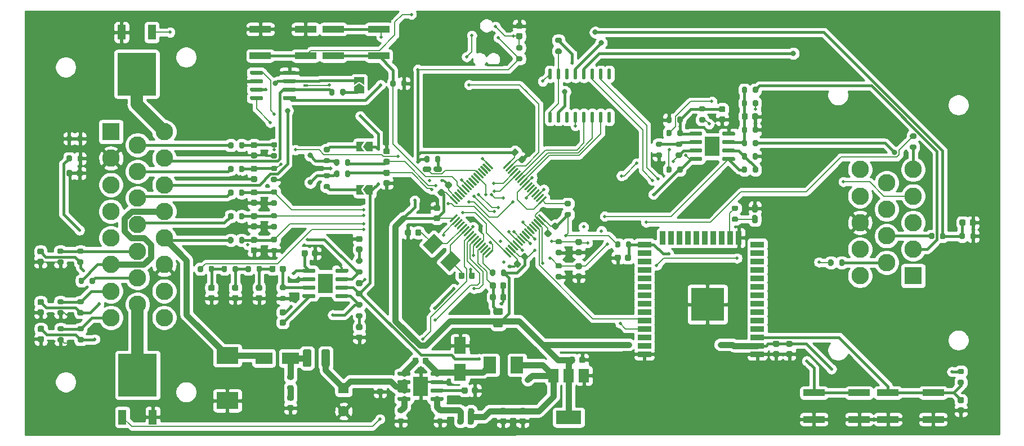
<source format=gtl>
G04 #@! TF.GenerationSoftware,KiCad,Pcbnew,5.1.10-1.fc34*
G04 #@! TF.CreationDate,2021-07-05T17:18:35-07:00*
G04 #@! TF.ProjectId,prius_gen2,70726975-735f-4676-956e-322e6b696361,rev?*
G04 #@! TF.SameCoordinates,Original*
G04 #@! TF.FileFunction,Copper,L1,Top*
G04 #@! TF.FilePolarity,Positive*
%FSLAX46Y46*%
G04 Gerber Fmt 4.6, Leading zero omitted, Abs format (unit mm)*
G04 Created by KiCad (PCBNEW 5.1.10-1.fc34) date 2021-07-05 17:18:35*
%MOMM*%
%LPD*%
G01*
G04 APERTURE LIST*
G04 #@! TA.AperFunction,SMDPad,CuDef*
%ADD10R,1.900000X2.500000*%
G04 #@! TD*
G04 #@! TA.AperFunction,SMDPad,CuDef*
%ADD11R,5.800000X6.400000*%
G04 #@! TD*
G04 #@! TA.AperFunction,SMDPad,CuDef*
%ADD12R,1.200000X2.200000*%
G04 #@! TD*
G04 #@! TA.AperFunction,SMDPad,CuDef*
%ADD13C,0.100000*%
G04 #@! TD*
G04 #@! TA.AperFunction,SMDPad,CuDef*
%ADD14R,1.500000X2.000000*%
G04 #@! TD*
G04 #@! TA.AperFunction,SMDPad,CuDef*
%ADD15R,3.800000X2.000000*%
G04 #@! TD*
G04 #@! TA.AperFunction,SMDPad,CuDef*
%ADD16R,2.290000X3.000000*%
G04 #@! TD*
G04 #@! TA.AperFunction,ComponentPad*
%ADD17C,2.625000*%
G04 #@! TD*
G04 #@! TA.AperFunction,ComponentPad*
%ADD18R,2.625000X2.625000*%
G04 #@! TD*
G04 #@! TA.AperFunction,SMDPad,CuDef*
%ADD19R,2.000000X0.900000*%
G04 #@! TD*
G04 #@! TA.AperFunction,SMDPad,CuDef*
%ADD20R,0.900000X2.000000*%
G04 #@! TD*
G04 #@! TA.AperFunction,SMDPad,CuDef*
%ADD21R,5.000000X5.000000*%
G04 #@! TD*
G04 #@! TA.AperFunction,SMDPad,CuDef*
%ADD22R,3.200000X1.000000*%
G04 #@! TD*
G04 #@! TA.AperFunction,SMDPad,CuDef*
%ADD23R,1.800000X2.500000*%
G04 #@! TD*
G04 #@! TA.AperFunction,SMDPad,CuDef*
%ADD24R,2.500000X1.800000*%
G04 #@! TD*
G04 #@! TA.AperFunction,SMDPad,CuDef*
%ADD25R,3.300000X2.500000*%
G04 #@! TD*
G04 #@! TA.AperFunction,SMDPad,CuDef*
%ADD26R,0.700000X0.450000*%
G04 #@! TD*
G04 #@! TA.AperFunction,ComponentPad*
%ADD27C,1.600000*%
G04 #@! TD*
G04 #@! TA.AperFunction,ComponentPad*
%ADD28R,1.600000X1.600000*%
G04 #@! TD*
G04 #@! TA.AperFunction,ViaPad*
%ADD29C,0.508000*%
G04 #@! TD*
G04 #@! TA.AperFunction,ViaPad*
%ADD30C,0.800000*%
G04 #@! TD*
G04 #@! TA.AperFunction,Conductor*
%ADD31C,0.203200*%
G04 #@! TD*
G04 #@! TA.AperFunction,Conductor*
%ADD32C,0.304800*%
G04 #@! TD*
G04 #@! TA.AperFunction,Conductor*
%ADD33C,0.914400*%
G04 #@! TD*
G04 #@! TA.AperFunction,Conductor*
%ADD34C,0.406400*%
G04 #@! TD*
G04 #@! TA.AperFunction,Conductor*
%ADD35C,1.828800*%
G04 #@! TD*
G04 #@! TA.AperFunction,Conductor*
%ADD36C,0.254000*%
G04 #@! TD*
G04 #@! TA.AperFunction,Conductor*
%ADD37C,0.100000*%
G04 #@! TD*
G04 APERTURE END LIST*
D10*
X141400000Y-118300000D03*
X137300000Y-118300000D03*
G04 #@! TA.AperFunction,SMDPad,CuDef*
G36*
G01*
X126105000Y-98598000D02*
X126105000Y-98098000D01*
G75*
G02*
X126330000Y-97873000I225000J0D01*
G01*
X126780000Y-97873000D01*
G75*
G02*
X127005000Y-98098000I0J-225000D01*
G01*
X127005000Y-98598000D01*
G75*
G02*
X126780000Y-98823000I-225000J0D01*
G01*
X126330000Y-98823000D01*
G75*
G02*
X126105000Y-98598000I0J225000D01*
G01*
G37*
G04 #@! TD.AperFunction*
G04 #@! TA.AperFunction,SMDPad,CuDef*
G36*
G01*
X124555000Y-98598000D02*
X124555000Y-98098000D01*
G75*
G02*
X124780000Y-97873000I225000J0D01*
G01*
X125230000Y-97873000D01*
G75*
G02*
X125455000Y-98098000I0J-225000D01*
G01*
X125455000Y-98598000D01*
G75*
G02*
X125230000Y-98823000I-225000J0D01*
G01*
X124780000Y-98823000D01*
G75*
G02*
X124555000Y-98598000I0J225000D01*
G01*
G37*
G04 #@! TD.AperFunction*
D11*
X84329000Y-119824500D03*
D12*
X86609000Y-126124500D03*
X82049000Y-126124500D03*
D11*
X84201000Y-74490000D03*
D12*
X81921000Y-68190000D03*
X86481000Y-68190000D03*
G04 #@! TA.AperFunction,SMDPad,CuDef*
D13*
G36*
X129807513Y-102797569D02*
G01*
X131504569Y-101100513D01*
X132918783Y-102514727D01*
X131221727Y-104211783D01*
X129807513Y-102797569D01*
G37*
G04 #@! TD.AperFunction*
G04 #@! TA.AperFunction,SMDPad,CuDef*
G36*
X127191217Y-100181273D02*
G01*
X128888273Y-98484217D01*
X130302487Y-99898431D01*
X128605431Y-101595487D01*
X127191217Y-100181273D01*
G37*
G04 #@! TD.AperFunction*
D14*
X151468000Y-119877500D03*
X146868000Y-119877500D03*
X149168000Y-119877500D03*
D15*
X149168000Y-126177500D03*
D16*
X126888500Y-121495500D03*
G04 #@! TA.AperFunction,SMDPad,CuDef*
G36*
G01*
X128388500Y-119740500D02*
X128388500Y-119440500D01*
G75*
G02*
X128538500Y-119290500I150000J0D01*
G01*
X130188500Y-119290500D01*
G75*
G02*
X130338500Y-119440500I0J-150000D01*
G01*
X130338500Y-119740500D01*
G75*
G02*
X130188500Y-119890500I-150000J0D01*
G01*
X128538500Y-119890500D01*
G75*
G02*
X128388500Y-119740500I0J150000D01*
G01*
G37*
G04 #@! TD.AperFunction*
G04 #@! TA.AperFunction,SMDPad,CuDef*
G36*
G01*
X128388500Y-121010500D02*
X128388500Y-120710500D01*
G75*
G02*
X128538500Y-120560500I150000J0D01*
G01*
X130188500Y-120560500D01*
G75*
G02*
X130338500Y-120710500I0J-150000D01*
G01*
X130338500Y-121010500D01*
G75*
G02*
X130188500Y-121160500I-150000J0D01*
G01*
X128538500Y-121160500D01*
G75*
G02*
X128388500Y-121010500I0J150000D01*
G01*
G37*
G04 #@! TD.AperFunction*
G04 #@! TA.AperFunction,SMDPad,CuDef*
G36*
G01*
X128388500Y-122280500D02*
X128388500Y-121980500D01*
G75*
G02*
X128538500Y-121830500I150000J0D01*
G01*
X130188500Y-121830500D01*
G75*
G02*
X130338500Y-121980500I0J-150000D01*
G01*
X130338500Y-122280500D01*
G75*
G02*
X130188500Y-122430500I-150000J0D01*
G01*
X128538500Y-122430500D01*
G75*
G02*
X128388500Y-122280500I0J150000D01*
G01*
G37*
G04 #@! TD.AperFunction*
G04 #@! TA.AperFunction,SMDPad,CuDef*
G36*
G01*
X128388500Y-123550500D02*
X128388500Y-123250500D01*
G75*
G02*
X128538500Y-123100500I150000J0D01*
G01*
X130188500Y-123100500D01*
G75*
G02*
X130338500Y-123250500I0J-150000D01*
G01*
X130338500Y-123550500D01*
G75*
G02*
X130188500Y-123700500I-150000J0D01*
G01*
X128538500Y-123700500D01*
G75*
G02*
X128388500Y-123550500I0J150000D01*
G01*
G37*
G04 #@! TD.AperFunction*
G04 #@! TA.AperFunction,SMDPad,CuDef*
G36*
G01*
X123438500Y-123550500D02*
X123438500Y-123250500D01*
G75*
G02*
X123588500Y-123100500I150000J0D01*
G01*
X125238500Y-123100500D01*
G75*
G02*
X125388500Y-123250500I0J-150000D01*
G01*
X125388500Y-123550500D01*
G75*
G02*
X125238500Y-123700500I-150000J0D01*
G01*
X123588500Y-123700500D01*
G75*
G02*
X123438500Y-123550500I0J150000D01*
G01*
G37*
G04 #@! TD.AperFunction*
G04 #@! TA.AperFunction,SMDPad,CuDef*
G36*
G01*
X123438500Y-122280500D02*
X123438500Y-121980500D01*
G75*
G02*
X123588500Y-121830500I150000J0D01*
G01*
X125238500Y-121830500D01*
G75*
G02*
X125388500Y-121980500I0J-150000D01*
G01*
X125388500Y-122280500D01*
G75*
G02*
X125238500Y-122430500I-150000J0D01*
G01*
X123588500Y-122430500D01*
G75*
G02*
X123438500Y-122280500I0J150000D01*
G01*
G37*
G04 #@! TD.AperFunction*
G04 #@! TA.AperFunction,SMDPad,CuDef*
G36*
G01*
X123438500Y-121010500D02*
X123438500Y-120710500D01*
G75*
G02*
X123588500Y-120560500I150000J0D01*
G01*
X125238500Y-120560500D01*
G75*
G02*
X125388500Y-120710500I0J-150000D01*
G01*
X125388500Y-121010500D01*
G75*
G02*
X125238500Y-121160500I-150000J0D01*
G01*
X123588500Y-121160500D01*
G75*
G02*
X123438500Y-121010500I0J150000D01*
G01*
G37*
G04 #@! TD.AperFunction*
G04 #@! TA.AperFunction,SMDPad,CuDef*
G36*
G01*
X123438500Y-119740500D02*
X123438500Y-119440500D01*
G75*
G02*
X123588500Y-119290500I150000J0D01*
G01*
X125238500Y-119290500D01*
G75*
G02*
X125388500Y-119440500I0J-150000D01*
G01*
X125388500Y-119740500D01*
G75*
G02*
X125238500Y-119890500I-150000J0D01*
G01*
X123588500Y-119890500D01*
G75*
G02*
X123438500Y-119740500I0J150000D01*
G01*
G37*
G04 #@! TD.AperFunction*
X112585500Y-105981500D03*
G04 #@! TA.AperFunction,SMDPad,CuDef*
G36*
G01*
X111085500Y-107736500D02*
X111085500Y-108036500D01*
G75*
G02*
X110935500Y-108186500I-150000J0D01*
G01*
X109285500Y-108186500D01*
G75*
G02*
X109135500Y-108036500I0J150000D01*
G01*
X109135500Y-107736500D01*
G75*
G02*
X109285500Y-107586500I150000J0D01*
G01*
X110935500Y-107586500D01*
G75*
G02*
X111085500Y-107736500I0J-150000D01*
G01*
G37*
G04 #@! TD.AperFunction*
G04 #@! TA.AperFunction,SMDPad,CuDef*
G36*
G01*
X111085500Y-106466500D02*
X111085500Y-106766500D01*
G75*
G02*
X110935500Y-106916500I-150000J0D01*
G01*
X109285500Y-106916500D01*
G75*
G02*
X109135500Y-106766500I0J150000D01*
G01*
X109135500Y-106466500D01*
G75*
G02*
X109285500Y-106316500I150000J0D01*
G01*
X110935500Y-106316500D01*
G75*
G02*
X111085500Y-106466500I0J-150000D01*
G01*
G37*
G04 #@! TD.AperFunction*
G04 #@! TA.AperFunction,SMDPad,CuDef*
G36*
G01*
X111085500Y-105196500D02*
X111085500Y-105496500D01*
G75*
G02*
X110935500Y-105646500I-150000J0D01*
G01*
X109285500Y-105646500D01*
G75*
G02*
X109135500Y-105496500I0J150000D01*
G01*
X109135500Y-105196500D01*
G75*
G02*
X109285500Y-105046500I150000J0D01*
G01*
X110935500Y-105046500D01*
G75*
G02*
X111085500Y-105196500I0J-150000D01*
G01*
G37*
G04 #@! TD.AperFunction*
G04 #@! TA.AperFunction,SMDPad,CuDef*
G36*
G01*
X111085500Y-103926500D02*
X111085500Y-104226500D01*
G75*
G02*
X110935500Y-104376500I-150000J0D01*
G01*
X109285500Y-104376500D01*
G75*
G02*
X109135500Y-104226500I0J150000D01*
G01*
X109135500Y-103926500D01*
G75*
G02*
X109285500Y-103776500I150000J0D01*
G01*
X110935500Y-103776500D01*
G75*
G02*
X111085500Y-103926500I0J-150000D01*
G01*
G37*
G04 #@! TD.AperFunction*
G04 #@! TA.AperFunction,SMDPad,CuDef*
G36*
G01*
X116035500Y-103926500D02*
X116035500Y-104226500D01*
G75*
G02*
X115885500Y-104376500I-150000J0D01*
G01*
X114235500Y-104376500D01*
G75*
G02*
X114085500Y-104226500I0J150000D01*
G01*
X114085500Y-103926500D01*
G75*
G02*
X114235500Y-103776500I150000J0D01*
G01*
X115885500Y-103776500D01*
G75*
G02*
X116035500Y-103926500I0J-150000D01*
G01*
G37*
G04 #@! TD.AperFunction*
G04 #@! TA.AperFunction,SMDPad,CuDef*
G36*
G01*
X116035500Y-105196500D02*
X116035500Y-105496500D01*
G75*
G02*
X115885500Y-105646500I-150000J0D01*
G01*
X114235500Y-105646500D01*
G75*
G02*
X114085500Y-105496500I0J150000D01*
G01*
X114085500Y-105196500D01*
G75*
G02*
X114235500Y-105046500I150000J0D01*
G01*
X115885500Y-105046500D01*
G75*
G02*
X116035500Y-105196500I0J-150000D01*
G01*
G37*
G04 #@! TD.AperFunction*
G04 #@! TA.AperFunction,SMDPad,CuDef*
G36*
G01*
X116035500Y-106466500D02*
X116035500Y-106766500D01*
G75*
G02*
X115885500Y-106916500I-150000J0D01*
G01*
X114235500Y-106916500D01*
G75*
G02*
X114085500Y-106766500I0J150000D01*
G01*
X114085500Y-106466500D01*
G75*
G02*
X114235500Y-106316500I150000J0D01*
G01*
X115885500Y-106316500D01*
G75*
G02*
X116035500Y-106466500I0J-150000D01*
G01*
G37*
G04 #@! TD.AperFunction*
G04 #@! TA.AperFunction,SMDPad,CuDef*
G36*
G01*
X116035500Y-107736500D02*
X116035500Y-108036500D01*
G75*
G02*
X115885500Y-108186500I-150000J0D01*
G01*
X114235500Y-108186500D01*
G75*
G02*
X114085500Y-108036500I0J150000D01*
G01*
X114085500Y-107736500D01*
G75*
G02*
X114235500Y-107586500I150000J0D01*
G01*
X115885500Y-107586500D01*
G75*
G02*
X116035500Y-107736500I0J-150000D01*
G01*
G37*
G04 #@! TD.AperFunction*
G04 #@! TA.AperFunction,SMDPad,CuDef*
G36*
G01*
X146505000Y-75274000D02*
X146230000Y-75274000D01*
G75*
G02*
X146092500Y-75136500I0J137500D01*
G01*
X146092500Y-73811500D01*
G75*
G02*
X146230000Y-73674000I137500J0D01*
G01*
X146505000Y-73674000D01*
G75*
G02*
X146642500Y-73811500I0J-137500D01*
G01*
X146642500Y-75136500D01*
G75*
G02*
X146505000Y-75274000I-137500J0D01*
G01*
G37*
G04 #@! TD.AperFunction*
G04 #@! TA.AperFunction,SMDPad,CuDef*
G36*
G01*
X147775000Y-75274000D02*
X147500000Y-75274000D01*
G75*
G02*
X147362500Y-75136500I0J137500D01*
G01*
X147362500Y-73811500D01*
G75*
G02*
X147500000Y-73674000I137500J0D01*
G01*
X147775000Y-73674000D01*
G75*
G02*
X147912500Y-73811500I0J-137500D01*
G01*
X147912500Y-75136500D01*
G75*
G02*
X147775000Y-75274000I-137500J0D01*
G01*
G37*
G04 #@! TD.AperFunction*
G04 #@! TA.AperFunction,SMDPad,CuDef*
G36*
G01*
X149045000Y-75274000D02*
X148770000Y-75274000D01*
G75*
G02*
X148632500Y-75136500I0J137500D01*
G01*
X148632500Y-73811500D01*
G75*
G02*
X148770000Y-73674000I137500J0D01*
G01*
X149045000Y-73674000D01*
G75*
G02*
X149182500Y-73811500I0J-137500D01*
G01*
X149182500Y-75136500D01*
G75*
G02*
X149045000Y-75274000I-137500J0D01*
G01*
G37*
G04 #@! TD.AperFunction*
G04 #@! TA.AperFunction,SMDPad,CuDef*
G36*
G01*
X150315000Y-75274000D02*
X150040000Y-75274000D01*
G75*
G02*
X149902500Y-75136500I0J137500D01*
G01*
X149902500Y-73811500D01*
G75*
G02*
X150040000Y-73674000I137500J0D01*
G01*
X150315000Y-73674000D01*
G75*
G02*
X150452500Y-73811500I0J-137500D01*
G01*
X150452500Y-75136500D01*
G75*
G02*
X150315000Y-75274000I-137500J0D01*
G01*
G37*
G04 #@! TD.AperFunction*
G04 #@! TA.AperFunction,SMDPad,CuDef*
G36*
G01*
X151585000Y-75274000D02*
X151310000Y-75274000D01*
G75*
G02*
X151172500Y-75136500I0J137500D01*
G01*
X151172500Y-73811500D01*
G75*
G02*
X151310000Y-73674000I137500J0D01*
G01*
X151585000Y-73674000D01*
G75*
G02*
X151722500Y-73811500I0J-137500D01*
G01*
X151722500Y-75136500D01*
G75*
G02*
X151585000Y-75274000I-137500J0D01*
G01*
G37*
G04 #@! TD.AperFunction*
G04 #@! TA.AperFunction,SMDPad,CuDef*
G36*
G01*
X152855000Y-75274000D02*
X152580000Y-75274000D01*
G75*
G02*
X152442500Y-75136500I0J137500D01*
G01*
X152442500Y-73811500D01*
G75*
G02*
X152580000Y-73674000I137500J0D01*
G01*
X152855000Y-73674000D01*
G75*
G02*
X152992500Y-73811500I0J-137500D01*
G01*
X152992500Y-75136500D01*
G75*
G02*
X152855000Y-75274000I-137500J0D01*
G01*
G37*
G04 #@! TD.AperFunction*
G04 #@! TA.AperFunction,SMDPad,CuDef*
G36*
G01*
X154125000Y-75274000D02*
X153850000Y-75274000D01*
G75*
G02*
X153712500Y-75136500I0J137500D01*
G01*
X153712500Y-73811500D01*
G75*
G02*
X153850000Y-73674000I137500J0D01*
G01*
X154125000Y-73674000D01*
G75*
G02*
X154262500Y-73811500I0J-137500D01*
G01*
X154262500Y-75136500D01*
G75*
G02*
X154125000Y-75274000I-137500J0D01*
G01*
G37*
G04 #@! TD.AperFunction*
G04 #@! TA.AperFunction,SMDPad,CuDef*
G36*
G01*
X155395000Y-75274000D02*
X155120000Y-75274000D01*
G75*
G02*
X154982500Y-75136500I0J137500D01*
G01*
X154982500Y-73811500D01*
G75*
G02*
X155120000Y-73674000I137500J0D01*
G01*
X155395000Y-73674000D01*
G75*
G02*
X155532500Y-73811500I0J-137500D01*
G01*
X155532500Y-75136500D01*
G75*
G02*
X155395000Y-75274000I-137500J0D01*
G01*
G37*
G04 #@! TD.AperFunction*
G04 #@! TA.AperFunction,SMDPad,CuDef*
G36*
G01*
X155395000Y-81774000D02*
X155120000Y-81774000D01*
G75*
G02*
X154982500Y-81636500I0J137500D01*
G01*
X154982500Y-80311500D01*
G75*
G02*
X155120000Y-80174000I137500J0D01*
G01*
X155395000Y-80174000D01*
G75*
G02*
X155532500Y-80311500I0J-137500D01*
G01*
X155532500Y-81636500D01*
G75*
G02*
X155395000Y-81774000I-137500J0D01*
G01*
G37*
G04 #@! TD.AperFunction*
G04 #@! TA.AperFunction,SMDPad,CuDef*
G36*
G01*
X154125000Y-81774000D02*
X153850000Y-81774000D01*
G75*
G02*
X153712500Y-81636500I0J137500D01*
G01*
X153712500Y-80311500D01*
G75*
G02*
X153850000Y-80174000I137500J0D01*
G01*
X154125000Y-80174000D01*
G75*
G02*
X154262500Y-80311500I0J-137500D01*
G01*
X154262500Y-81636500D01*
G75*
G02*
X154125000Y-81774000I-137500J0D01*
G01*
G37*
G04 #@! TD.AperFunction*
G04 #@! TA.AperFunction,SMDPad,CuDef*
G36*
G01*
X152855000Y-81774000D02*
X152580000Y-81774000D01*
G75*
G02*
X152442500Y-81636500I0J137500D01*
G01*
X152442500Y-80311500D01*
G75*
G02*
X152580000Y-80174000I137500J0D01*
G01*
X152855000Y-80174000D01*
G75*
G02*
X152992500Y-80311500I0J-137500D01*
G01*
X152992500Y-81636500D01*
G75*
G02*
X152855000Y-81774000I-137500J0D01*
G01*
G37*
G04 #@! TD.AperFunction*
G04 #@! TA.AperFunction,SMDPad,CuDef*
G36*
G01*
X151585000Y-81774000D02*
X151310000Y-81774000D01*
G75*
G02*
X151172500Y-81636500I0J137500D01*
G01*
X151172500Y-80311500D01*
G75*
G02*
X151310000Y-80174000I137500J0D01*
G01*
X151585000Y-80174000D01*
G75*
G02*
X151722500Y-80311500I0J-137500D01*
G01*
X151722500Y-81636500D01*
G75*
G02*
X151585000Y-81774000I-137500J0D01*
G01*
G37*
G04 #@! TD.AperFunction*
G04 #@! TA.AperFunction,SMDPad,CuDef*
G36*
G01*
X150315000Y-81774000D02*
X150040000Y-81774000D01*
G75*
G02*
X149902500Y-81636500I0J137500D01*
G01*
X149902500Y-80311500D01*
G75*
G02*
X150040000Y-80174000I137500J0D01*
G01*
X150315000Y-80174000D01*
G75*
G02*
X150452500Y-80311500I0J-137500D01*
G01*
X150452500Y-81636500D01*
G75*
G02*
X150315000Y-81774000I-137500J0D01*
G01*
G37*
G04 #@! TD.AperFunction*
G04 #@! TA.AperFunction,SMDPad,CuDef*
G36*
G01*
X149045000Y-81774000D02*
X148770000Y-81774000D01*
G75*
G02*
X148632500Y-81636500I0J137500D01*
G01*
X148632500Y-80311500D01*
G75*
G02*
X148770000Y-80174000I137500J0D01*
G01*
X149045000Y-80174000D01*
G75*
G02*
X149182500Y-80311500I0J-137500D01*
G01*
X149182500Y-81636500D01*
G75*
G02*
X149045000Y-81774000I-137500J0D01*
G01*
G37*
G04 #@! TD.AperFunction*
G04 #@! TA.AperFunction,SMDPad,CuDef*
G36*
G01*
X147775000Y-81774000D02*
X147500000Y-81774000D01*
G75*
G02*
X147362500Y-81636500I0J137500D01*
G01*
X147362500Y-80311500D01*
G75*
G02*
X147500000Y-80174000I137500J0D01*
G01*
X147775000Y-80174000D01*
G75*
G02*
X147912500Y-80311500I0J-137500D01*
G01*
X147912500Y-81636500D01*
G75*
G02*
X147775000Y-81774000I-137500J0D01*
G01*
G37*
G04 #@! TD.AperFunction*
G04 #@! TA.AperFunction,SMDPad,CuDef*
G36*
G01*
X146505000Y-81774000D02*
X146230000Y-81774000D01*
G75*
G02*
X146092500Y-81636500I0J137500D01*
G01*
X146092500Y-80311500D01*
G75*
G02*
X146230000Y-80174000I137500J0D01*
G01*
X146505000Y-80174000D01*
G75*
G02*
X146642500Y-80311500I0J-137500D01*
G01*
X146642500Y-81636500D01*
G75*
G02*
X146505000Y-81774000I-137500J0D01*
G01*
G37*
G04 #@! TD.AperFunction*
X170749500Y-85372500D03*
G04 #@! TA.AperFunction,SMDPad,CuDef*
G36*
G01*
X169249500Y-87127500D02*
X169249500Y-87427500D01*
G75*
G02*
X169099500Y-87577500I-150000J0D01*
G01*
X167449500Y-87577500D01*
G75*
G02*
X167299500Y-87427500I0J150000D01*
G01*
X167299500Y-87127500D01*
G75*
G02*
X167449500Y-86977500I150000J0D01*
G01*
X169099500Y-86977500D01*
G75*
G02*
X169249500Y-87127500I0J-150000D01*
G01*
G37*
G04 #@! TD.AperFunction*
G04 #@! TA.AperFunction,SMDPad,CuDef*
G36*
G01*
X169249500Y-85857500D02*
X169249500Y-86157500D01*
G75*
G02*
X169099500Y-86307500I-150000J0D01*
G01*
X167449500Y-86307500D01*
G75*
G02*
X167299500Y-86157500I0J150000D01*
G01*
X167299500Y-85857500D01*
G75*
G02*
X167449500Y-85707500I150000J0D01*
G01*
X169099500Y-85707500D01*
G75*
G02*
X169249500Y-85857500I0J-150000D01*
G01*
G37*
G04 #@! TD.AperFunction*
G04 #@! TA.AperFunction,SMDPad,CuDef*
G36*
G01*
X169249500Y-84587500D02*
X169249500Y-84887500D01*
G75*
G02*
X169099500Y-85037500I-150000J0D01*
G01*
X167449500Y-85037500D01*
G75*
G02*
X167299500Y-84887500I0J150000D01*
G01*
X167299500Y-84587500D01*
G75*
G02*
X167449500Y-84437500I150000J0D01*
G01*
X169099500Y-84437500D01*
G75*
G02*
X169249500Y-84587500I0J-150000D01*
G01*
G37*
G04 #@! TD.AperFunction*
G04 #@! TA.AperFunction,SMDPad,CuDef*
G36*
G01*
X169249500Y-83317500D02*
X169249500Y-83617500D01*
G75*
G02*
X169099500Y-83767500I-150000J0D01*
G01*
X167449500Y-83767500D01*
G75*
G02*
X167299500Y-83617500I0J150000D01*
G01*
X167299500Y-83317500D01*
G75*
G02*
X167449500Y-83167500I150000J0D01*
G01*
X169099500Y-83167500D01*
G75*
G02*
X169249500Y-83317500I0J-150000D01*
G01*
G37*
G04 #@! TD.AperFunction*
G04 #@! TA.AperFunction,SMDPad,CuDef*
G36*
G01*
X174199500Y-83317500D02*
X174199500Y-83617500D01*
G75*
G02*
X174049500Y-83767500I-150000J0D01*
G01*
X172399500Y-83767500D01*
G75*
G02*
X172249500Y-83617500I0J150000D01*
G01*
X172249500Y-83317500D01*
G75*
G02*
X172399500Y-83167500I150000J0D01*
G01*
X174049500Y-83167500D01*
G75*
G02*
X174199500Y-83317500I0J-150000D01*
G01*
G37*
G04 #@! TD.AperFunction*
G04 #@! TA.AperFunction,SMDPad,CuDef*
G36*
G01*
X174199500Y-84587500D02*
X174199500Y-84887500D01*
G75*
G02*
X174049500Y-85037500I-150000J0D01*
G01*
X172399500Y-85037500D01*
G75*
G02*
X172249500Y-84887500I0J150000D01*
G01*
X172249500Y-84587500D01*
G75*
G02*
X172399500Y-84437500I150000J0D01*
G01*
X174049500Y-84437500D01*
G75*
G02*
X174199500Y-84587500I0J-150000D01*
G01*
G37*
G04 #@! TD.AperFunction*
G04 #@! TA.AperFunction,SMDPad,CuDef*
G36*
G01*
X174199500Y-85857500D02*
X174199500Y-86157500D01*
G75*
G02*
X174049500Y-86307500I-150000J0D01*
G01*
X172399500Y-86307500D01*
G75*
G02*
X172249500Y-86157500I0J150000D01*
G01*
X172249500Y-85857500D01*
G75*
G02*
X172399500Y-85707500I150000J0D01*
G01*
X174049500Y-85707500D01*
G75*
G02*
X174199500Y-85857500I0J-150000D01*
G01*
G37*
G04 #@! TD.AperFunction*
G04 #@! TA.AperFunction,SMDPad,CuDef*
G36*
G01*
X174199500Y-87127500D02*
X174199500Y-87427500D01*
G75*
G02*
X174049500Y-87577500I-150000J0D01*
G01*
X172399500Y-87577500D01*
G75*
G02*
X172249500Y-87427500I0J150000D01*
G01*
X172249500Y-87127500D01*
G75*
G02*
X172399500Y-86977500I150000J0D01*
G01*
X174049500Y-86977500D01*
G75*
G02*
X174199500Y-87127500I0J-150000D01*
G01*
G37*
G04 #@! TD.AperFunction*
G04 #@! TA.AperFunction,SMDPad,CuDef*
G36*
G01*
X176964000Y-95722000D02*
X177389000Y-95722000D01*
G75*
G02*
X177601500Y-95934500I0J-212500D01*
G01*
X177601500Y-96734500D01*
G75*
G02*
X177389000Y-96947000I-212500J0D01*
G01*
X176964000Y-96947000D01*
G75*
G02*
X176751500Y-96734500I0J212500D01*
G01*
X176751500Y-95934500D01*
G75*
G02*
X176964000Y-95722000I212500J0D01*
G01*
G37*
G04 #@! TD.AperFunction*
G04 #@! TA.AperFunction,SMDPad,CuDef*
G36*
G01*
X176964000Y-94097000D02*
X177389000Y-94097000D01*
G75*
G02*
X177601500Y-94309500I0J-212500D01*
G01*
X177601500Y-95109500D01*
G75*
G02*
X177389000Y-95322000I-212500J0D01*
G01*
X176964000Y-95322000D01*
G75*
G02*
X176751500Y-95109500I0J212500D01*
G01*
X176751500Y-94309500D01*
G75*
G02*
X176964000Y-94097000I212500J0D01*
G01*
G37*
G04 #@! TD.AperFunction*
G04 #@! TA.AperFunction,SMDPad,CuDef*
G36*
G01*
X128871000Y-89013000D02*
X128871000Y-88588000D01*
G75*
G02*
X129083500Y-88375500I212500J0D01*
G01*
X129883500Y-88375500D01*
G75*
G02*
X130096000Y-88588000I0J-212500D01*
G01*
X130096000Y-89013000D01*
G75*
G02*
X129883500Y-89225500I-212500J0D01*
G01*
X129083500Y-89225500D01*
G75*
G02*
X128871000Y-89013000I0J212500D01*
G01*
G37*
G04 #@! TD.AperFunction*
G04 #@! TA.AperFunction,SMDPad,CuDef*
G36*
G01*
X127246000Y-89013000D02*
X127246000Y-88588000D01*
G75*
G02*
X127458500Y-88375500I212500J0D01*
G01*
X128258500Y-88375500D01*
G75*
G02*
X128471000Y-88588000I0J-212500D01*
G01*
X128471000Y-89013000D01*
G75*
G02*
X128258500Y-89225500I-212500J0D01*
G01*
X127458500Y-89225500D01*
G75*
G02*
X127246000Y-89013000I0J212500D01*
G01*
G37*
G04 #@! TD.AperFunction*
D17*
X192978000Y-88848500D03*
X192978000Y-92848500D03*
X192978000Y-96848500D03*
X192978000Y-100848500D03*
X192978000Y-104848500D03*
X196978000Y-90848500D03*
X196978000Y-94848500D03*
X196978000Y-98848500D03*
X196978000Y-102848500D03*
X200978000Y-88848500D03*
X200978000Y-92848500D03*
X200978000Y-96848500D03*
X200978000Y-100848500D03*
D18*
X200978000Y-104848500D03*
D17*
X88328000Y-111155000D03*
X88328000Y-107155000D03*
X88328000Y-103155000D03*
X88328000Y-99155000D03*
X88328000Y-95155000D03*
X88328000Y-91155000D03*
X88328000Y-87155000D03*
X88328000Y-83155000D03*
X84328000Y-109155000D03*
X84328000Y-105155000D03*
X84328000Y-101155000D03*
X84328000Y-97155000D03*
X84328000Y-93155000D03*
X84328000Y-89155000D03*
X84328000Y-85155000D03*
X80328000Y-111155000D03*
X80328000Y-107155000D03*
X80328000Y-103155000D03*
X80328000Y-99155000D03*
X80328000Y-95155000D03*
X80328000Y-91155000D03*
X80328000Y-87155000D03*
D18*
X80328000Y-83155000D03*
D19*
X160541500Y-116644000D03*
X160541500Y-115374000D03*
X160541500Y-114104000D03*
X160541500Y-112834000D03*
X160541500Y-111564000D03*
X160541500Y-110294000D03*
X160541500Y-109024000D03*
X160541500Y-107754000D03*
X160541500Y-106484000D03*
X160541500Y-105214000D03*
X160541500Y-103944000D03*
X160541500Y-102674000D03*
X160541500Y-101404000D03*
X160541500Y-100134000D03*
D20*
X163326500Y-99134000D03*
X164596500Y-99134000D03*
X165866500Y-99134000D03*
X167136500Y-99134000D03*
X168406500Y-99134000D03*
X169676500Y-99134000D03*
X170946500Y-99134000D03*
X172216500Y-99134000D03*
X173486500Y-99134000D03*
X174756500Y-99134000D03*
D19*
X177541500Y-100134000D03*
X177541500Y-101404000D03*
X177541500Y-102674000D03*
X177541500Y-103944000D03*
X177541500Y-105214000D03*
X177541500Y-106484000D03*
X177541500Y-107754000D03*
X177541500Y-109024000D03*
X177541500Y-110294000D03*
X177541500Y-111564000D03*
X177541500Y-112834000D03*
X177541500Y-114104000D03*
X177541500Y-115374000D03*
X177541500Y-116644000D03*
D21*
X170041500Y-109144000D03*
G04 #@! TA.AperFunction,SMDPad,CuDef*
G36*
G01*
X106185000Y-74425000D02*
X106185000Y-74125000D01*
G75*
G02*
X106335000Y-73975000I150000J0D01*
G01*
X107985000Y-73975000D01*
G75*
G02*
X108135000Y-74125000I0J-150000D01*
G01*
X108135000Y-74425000D01*
G75*
G02*
X107985000Y-74575000I-150000J0D01*
G01*
X106335000Y-74575000D01*
G75*
G02*
X106185000Y-74425000I0J150000D01*
G01*
G37*
G04 #@! TD.AperFunction*
G04 #@! TA.AperFunction,SMDPad,CuDef*
G36*
G01*
X106185000Y-75695000D02*
X106185000Y-75395000D01*
G75*
G02*
X106335000Y-75245000I150000J0D01*
G01*
X107985000Y-75245000D01*
G75*
G02*
X108135000Y-75395000I0J-150000D01*
G01*
X108135000Y-75695000D01*
G75*
G02*
X107985000Y-75845000I-150000J0D01*
G01*
X106335000Y-75845000D01*
G75*
G02*
X106185000Y-75695000I0J150000D01*
G01*
G37*
G04 #@! TD.AperFunction*
G04 #@! TA.AperFunction,SMDPad,CuDef*
G36*
G01*
X106185000Y-76965000D02*
X106185000Y-76665000D01*
G75*
G02*
X106335000Y-76515000I150000J0D01*
G01*
X107985000Y-76515000D01*
G75*
G02*
X108135000Y-76665000I0J-150000D01*
G01*
X108135000Y-76965000D01*
G75*
G02*
X107985000Y-77115000I-150000J0D01*
G01*
X106335000Y-77115000D01*
G75*
G02*
X106185000Y-76965000I0J150000D01*
G01*
G37*
G04 #@! TD.AperFunction*
G04 #@! TA.AperFunction,SMDPad,CuDef*
G36*
G01*
X106185000Y-78235000D02*
X106185000Y-77935000D01*
G75*
G02*
X106335000Y-77785000I150000J0D01*
G01*
X107985000Y-77785000D01*
G75*
G02*
X108135000Y-77935000I0J-150000D01*
G01*
X108135000Y-78235000D01*
G75*
G02*
X107985000Y-78385000I-150000J0D01*
G01*
X106335000Y-78385000D01*
G75*
G02*
X106185000Y-78235000I0J150000D01*
G01*
G37*
G04 #@! TD.AperFunction*
G04 #@! TA.AperFunction,SMDPad,CuDef*
G36*
G01*
X101235000Y-78235000D02*
X101235000Y-77935000D01*
G75*
G02*
X101385000Y-77785000I150000J0D01*
G01*
X103035000Y-77785000D01*
G75*
G02*
X103185000Y-77935000I0J-150000D01*
G01*
X103185000Y-78235000D01*
G75*
G02*
X103035000Y-78385000I-150000J0D01*
G01*
X101385000Y-78385000D01*
G75*
G02*
X101235000Y-78235000I0J150000D01*
G01*
G37*
G04 #@! TD.AperFunction*
G04 #@! TA.AperFunction,SMDPad,CuDef*
G36*
G01*
X101235000Y-76965000D02*
X101235000Y-76665000D01*
G75*
G02*
X101385000Y-76515000I150000J0D01*
G01*
X103035000Y-76515000D01*
G75*
G02*
X103185000Y-76665000I0J-150000D01*
G01*
X103185000Y-76965000D01*
G75*
G02*
X103035000Y-77115000I-150000J0D01*
G01*
X101385000Y-77115000D01*
G75*
G02*
X101235000Y-76965000I0J150000D01*
G01*
G37*
G04 #@! TD.AperFunction*
G04 #@! TA.AperFunction,SMDPad,CuDef*
G36*
G01*
X101235000Y-75695000D02*
X101235000Y-75395000D01*
G75*
G02*
X101385000Y-75245000I150000J0D01*
G01*
X103035000Y-75245000D01*
G75*
G02*
X103185000Y-75395000I0J-150000D01*
G01*
X103185000Y-75695000D01*
G75*
G02*
X103035000Y-75845000I-150000J0D01*
G01*
X101385000Y-75845000D01*
G75*
G02*
X101235000Y-75695000I0J150000D01*
G01*
G37*
G04 #@! TD.AperFunction*
G04 #@! TA.AperFunction,SMDPad,CuDef*
G36*
G01*
X101235000Y-74425000D02*
X101235000Y-74125000D01*
G75*
G02*
X101385000Y-73975000I150000J0D01*
G01*
X103035000Y-73975000D01*
G75*
G02*
X103185000Y-74125000I0J-150000D01*
G01*
X103185000Y-74425000D01*
G75*
G02*
X103035000Y-74575000I-150000J0D01*
G01*
X101385000Y-74575000D01*
G75*
G02*
X101235000Y-74425000I0J150000D01*
G01*
G37*
G04 #@! TD.AperFunction*
G04 #@! TA.AperFunction,SMDPad,CuDef*
G36*
G01*
X131395544Y-96810222D02*
X131289478Y-96704156D01*
G75*
G02*
X131289478Y-96598090I53033J53033D01*
G01*
X132279428Y-95608140D01*
G75*
G02*
X132385494Y-95608140I53033J-53033D01*
G01*
X132491560Y-95714206D01*
G75*
G02*
X132491560Y-95820272I-53033J-53033D01*
G01*
X131501610Y-96810222D01*
G75*
G02*
X131395544Y-96810222I-53033J53033D01*
G01*
G37*
G04 #@! TD.AperFunction*
G04 #@! TA.AperFunction,SMDPad,CuDef*
G36*
G01*
X131749097Y-97163775D02*
X131643031Y-97057709D01*
G75*
G02*
X131643031Y-96951643I53033J53033D01*
G01*
X132632981Y-95961693D01*
G75*
G02*
X132739047Y-95961693I53033J-53033D01*
G01*
X132845113Y-96067759D01*
G75*
G02*
X132845113Y-96173825I-53033J-53033D01*
G01*
X131855163Y-97163775D01*
G75*
G02*
X131749097Y-97163775I-53033J53033D01*
G01*
G37*
G04 #@! TD.AperFunction*
G04 #@! TA.AperFunction,SMDPad,CuDef*
G36*
G01*
X132102650Y-97517328D02*
X131996584Y-97411262D01*
G75*
G02*
X131996584Y-97305196I53033J53033D01*
G01*
X132986534Y-96315246D01*
G75*
G02*
X133092600Y-96315246I53033J-53033D01*
G01*
X133198666Y-96421312D01*
G75*
G02*
X133198666Y-96527378I-53033J-53033D01*
G01*
X132208716Y-97517328D01*
G75*
G02*
X132102650Y-97517328I-53033J53033D01*
G01*
G37*
G04 #@! TD.AperFunction*
G04 #@! TA.AperFunction,SMDPad,CuDef*
G36*
G01*
X132456204Y-97870882D02*
X132350138Y-97764816D01*
G75*
G02*
X132350138Y-97658750I53033J53033D01*
G01*
X133340088Y-96668800D01*
G75*
G02*
X133446154Y-96668800I53033J-53033D01*
G01*
X133552220Y-96774866D01*
G75*
G02*
X133552220Y-96880932I-53033J-53033D01*
G01*
X132562270Y-97870882D01*
G75*
G02*
X132456204Y-97870882I-53033J53033D01*
G01*
G37*
G04 #@! TD.AperFunction*
G04 #@! TA.AperFunction,SMDPad,CuDef*
G36*
G01*
X132809757Y-98224435D02*
X132703691Y-98118369D01*
G75*
G02*
X132703691Y-98012303I53033J53033D01*
G01*
X133693641Y-97022353D01*
G75*
G02*
X133799707Y-97022353I53033J-53033D01*
G01*
X133905773Y-97128419D01*
G75*
G02*
X133905773Y-97234485I-53033J-53033D01*
G01*
X132915823Y-98224435D01*
G75*
G02*
X132809757Y-98224435I-53033J53033D01*
G01*
G37*
G04 #@! TD.AperFunction*
G04 #@! TA.AperFunction,SMDPad,CuDef*
G36*
G01*
X133163311Y-98577989D02*
X133057245Y-98471923D01*
G75*
G02*
X133057245Y-98365857I53033J53033D01*
G01*
X134047195Y-97375907D01*
G75*
G02*
X134153261Y-97375907I53033J-53033D01*
G01*
X134259327Y-97481973D01*
G75*
G02*
X134259327Y-97588039I-53033J-53033D01*
G01*
X133269377Y-98577989D01*
G75*
G02*
X133163311Y-98577989I-53033J53033D01*
G01*
G37*
G04 #@! TD.AperFunction*
G04 #@! TA.AperFunction,SMDPad,CuDef*
G36*
G01*
X133516864Y-98931542D02*
X133410798Y-98825476D01*
G75*
G02*
X133410798Y-98719410I53033J53033D01*
G01*
X134400748Y-97729460D01*
G75*
G02*
X134506814Y-97729460I53033J-53033D01*
G01*
X134612880Y-97835526D01*
G75*
G02*
X134612880Y-97941592I-53033J-53033D01*
G01*
X133622930Y-98931542D01*
G75*
G02*
X133516864Y-98931542I-53033J53033D01*
G01*
G37*
G04 #@! TD.AperFunction*
G04 #@! TA.AperFunction,SMDPad,CuDef*
G36*
G01*
X133870417Y-99285095D02*
X133764351Y-99179029D01*
G75*
G02*
X133764351Y-99072963I53033J53033D01*
G01*
X134754301Y-98083013D01*
G75*
G02*
X134860367Y-98083013I53033J-53033D01*
G01*
X134966433Y-98189079D01*
G75*
G02*
X134966433Y-98295145I-53033J-53033D01*
G01*
X133976483Y-99285095D01*
G75*
G02*
X133870417Y-99285095I-53033J53033D01*
G01*
G37*
G04 #@! TD.AperFunction*
G04 #@! TA.AperFunction,SMDPad,CuDef*
G36*
G01*
X134223971Y-99638649D02*
X134117905Y-99532583D01*
G75*
G02*
X134117905Y-99426517I53033J53033D01*
G01*
X135107855Y-98436567D01*
G75*
G02*
X135213921Y-98436567I53033J-53033D01*
G01*
X135319987Y-98542633D01*
G75*
G02*
X135319987Y-98648699I-53033J-53033D01*
G01*
X134330037Y-99638649D01*
G75*
G02*
X134223971Y-99638649I-53033J53033D01*
G01*
G37*
G04 #@! TD.AperFunction*
G04 #@! TA.AperFunction,SMDPad,CuDef*
G36*
G01*
X134577524Y-99992202D02*
X134471458Y-99886136D01*
G75*
G02*
X134471458Y-99780070I53033J53033D01*
G01*
X135461408Y-98790120D01*
G75*
G02*
X135567474Y-98790120I53033J-53033D01*
G01*
X135673540Y-98896186D01*
G75*
G02*
X135673540Y-99002252I-53033J-53033D01*
G01*
X134683590Y-99992202D01*
G75*
G02*
X134577524Y-99992202I-53033J53033D01*
G01*
G37*
G04 #@! TD.AperFunction*
G04 #@! TA.AperFunction,SMDPad,CuDef*
G36*
G01*
X134931077Y-100345755D02*
X134825011Y-100239689D01*
G75*
G02*
X134825011Y-100133623I53033J53033D01*
G01*
X135814961Y-99143673D01*
G75*
G02*
X135921027Y-99143673I53033J-53033D01*
G01*
X136027093Y-99249739D01*
G75*
G02*
X136027093Y-99355805I-53033J-53033D01*
G01*
X135037143Y-100345755D01*
G75*
G02*
X134931077Y-100345755I-53033J53033D01*
G01*
G37*
G04 #@! TD.AperFunction*
G04 #@! TA.AperFunction,SMDPad,CuDef*
G36*
G01*
X135284631Y-100699309D02*
X135178565Y-100593243D01*
G75*
G02*
X135178565Y-100487177I53033J53033D01*
G01*
X136168515Y-99497227D01*
G75*
G02*
X136274581Y-99497227I53033J-53033D01*
G01*
X136380647Y-99603293D01*
G75*
G02*
X136380647Y-99709359I-53033J-53033D01*
G01*
X135390697Y-100699309D01*
G75*
G02*
X135284631Y-100699309I-53033J53033D01*
G01*
G37*
G04 #@! TD.AperFunction*
G04 #@! TA.AperFunction,SMDPad,CuDef*
G36*
G01*
X135638184Y-101052862D02*
X135532118Y-100946796D01*
G75*
G02*
X135532118Y-100840730I53033J53033D01*
G01*
X136522068Y-99850780D01*
G75*
G02*
X136628134Y-99850780I53033J-53033D01*
G01*
X136734200Y-99956846D01*
G75*
G02*
X136734200Y-100062912I-53033J-53033D01*
G01*
X135744250Y-101052862D01*
G75*
G02*
X135638184Y-101052862I-53033J53033D01*
G01*
G37*
G04 #@! TD.AperFunction*
G04 #@! TA.AperFunction,SMDPad,CuDef*
G36*
G01*
X135991738Y-101406416D02*
X135885672Y-101300350D01*
G75*
G02*
X135885672Y-101194284I53033J53033D01*
G01*
X136875622Y-100204334D01*
G75*
G02*
X136981688Y-100204334I53033J-53033D01*
G01*
X137087754Y-100310400D01*
G75*
G02*
X137087754Y-100416466I-53033J-53033D01*
G01*
X136097804Y-101406416D01*
G75*
G02*
X135991738Y-101406416I-53033J53033D01*
G01*
G37*
G04 #@! TD.AperFunction*
G04 #@! TA.AperFunction,SMDPad,CuDef*
G36*
G01*
X136345291Y-101759969D02*
X136239225Y-101653903D01*
G75*
G02*
X136239225Y-101547837I53033J53033D01*
G01*
X137229175Y-100557887D01*
G75*
G02*
X137335241Y-100557887I53033J-53033D01*
G01*
X137441307Y-100663953D01*
G75*
G02*
X137441307Y-100770019I-53033J-53033D01*
G01*
X136451357Y-101759969D01*
G75*
G02*
X136345291Y-101759969I-53033J53033D01*
G01*
G37*
G04 #@! TD.AperFunction*
G04 #@! TA.AperFunction,SMDPad,CuDef*
G36*
G01*
X136698844Y-102113522D02*
X136592778Y-102007456D01*
G75*
G02*
X136592778Y-101901390I53033J53033D01*
G01*
X137582728Y-100911440D01*
G75*
G02*
X137688794Y-100911440I53033J-53033D01*
G01*
X137794860Y-101017506D01*
G75*
G02*
X137794860Y-101123572I-53033J-53033D01*
G01*
X136804910Y-102113522D01*
G75*
G02*
X136698844Y-102113522I-53033J53033D01*
G01*
G37*
G04 #@! TD.AperFunction*
G04 #@! TA.AperFunction,SMDPad,CuDef*
G36*
G01*
X140305090Y-102113522D02*
X139315140Y-101123572D01*
G75*
G02*
X139315140Y-101017506I53033J53033D01*
G01*
X139421206Y-100911440D01*
G75*
G02*
X139527272Y-100911440I53033J-53033D01*
G01*
X140517222Y-101901390D01*
G75*
G02*
X140517222Y-102007456I-53033J-53033D01*
G01*
X140411156Y-102113522D01*
G75*
G02*
X140305090Y-102113522I-53033J53033D01*
G01*
G37*
G04 #@! TD.AperFunction*
G04 #@! TA.AperFunction,SMDPad,CuDef*
G36*
G01*
X140658643Y-101759969D02*
X139668693Y-100770019D01*
G75*
G02*
X139668693Y-100663953I53033J53033D01*
G01*
X139774759Y-100557887D01*
G75*
G02*
X139880825Y-100557887I53033J-53033D01*
G01*
X140870775Y-101547837D01*
G75*
G02*
X140870775Y-101653903I-53033J-53033D01*
G01*
X140764709Y-101759969D01*
G75*
G02*
X140658643Y-101759969I-53033J53033D01*
G01*
G37*
G04 #@! TD.AperFunction*
G04 #@! TA.AperFunction,SMDPad,CuDef*
G36*
G01*
X141012196Y-101406416D02*
X140022246Y-100416466D01*
G75*
G02*
X140022246Y-100310400I53033J53033D01*
G01*
X140128312Y-100204334D01*
G75*
G02*
X140234378Y-100204334I53033J-53033D01*
G01*
X141224328Y-101194284D01*
G75*
G02*
X141224328Y-101300350I-53033J-53033D01*
G01*
X141118262Y-101406416D01*
G75*
G02*
X141012196Y-101406416I-53033J53033D01*
G01*
G37*
G04 #@! TD.AperFunction*
G04 #@! TA.AperFunction,SMDPad,CuDef*
G36*
G01*
X141365750Y-101052862D02*
X140375800Y-100062912D01*
G75*
G02*
X140375800Y-99956846I53033J53033D01*
G01*
X140481866Y-99850780D01*
G75*
G02*
X140587932Y-99850780I53033J-53033D01*
G01*
X141577882Y-100840730D01*
G75*
G02*
X141577882Y-100946796I-53033J-53033D01*
G01*
X141471816Y-101052862D01*
G75*
G02*
X141365750Y-101052862I-53033J53033D01*
G01*
G37*
G04 #@! TD.AperFunction*
G04 #@! TA.AperFunction,SMDPad,CuDef*
G36*
G01*
X141719303Y-100699309D02*
X140729353Y-99709359D01*
G75*
G02*
X140729353Y-99603293I53033J53033D01*
G01*
X140835419Y-99497227D01*
G75*
G02*
X140941485Y-99497227I53033J-53033D01*
G01*
X141931435Y-100487177D01*
G75*
G02*
X141931435Y-100593243I-53033J-53033D01*
G01*
X141825369Y-100699309D01*
G75*
G02*
X141719303Y-100699309I-53033J53033D01*
G01*
G37*
G04 #@! TD.AperFunction*
G04 #@! TA.AperFunction,SMDPad,CuDef*
G36*
G01*
X142072857Y-100345755D02*
X141082907Y-99355805D01*
G75*
G02*
X141082907Y-99249739I53033J53033D01*
G01*
X141188973Y-99143673D01*
G75*
G02*
X141295039Y-99143673I53033J-53033D01*
G01*
X142284989Y-100133623D01*
G75*
G02*
X142284989Y-100239689I-53033J-53033D01*
G01*
X142178923Y-100345755D01*
G75*
G02*
X142072857Y-100345755I-53033J53033D01*
G01*
G37*
G04 #@! TD.AperFunction*
G04 #@! TA.AperFunction,SMDPad,CuDef*
G36*
G01*
X142426410Y-99992202D02*
X141436460Y-99002252D01*
G75*
G02*
X141436460Y-98896186I53033J53033D01*
G01*
X141542526Y-98790120D01*
G75*
G02*
X141648592Y-98790120I53033J-53033D01*
G01*
X142638542Y-99780070D01*
G75*
G02*
X142638542Y-99886136I-53033J-53033D01*
G01*
X142532476Y-99992202D01*
G75*
G02*
X142426410Y-99992202I-53033J53033D01*
G01*
G37*
G04 #@! TD.AperFunction*
G04 #@! TA.AperFunction,SMDPad,CuDef*
G36*
G01*
X142779963Y-99638649D02*
X141790013Y-98648699D01*
G75*
G02*
X141790013Y-98542633I53033J53033D01*
G01*
X141896079Y-98436567D01*
G75*
G02*
X142002145Y-98436567I53033J-53033D01*
G01*
X142992095Y-99426517D01*
G75*
G02*
X142992095Y-99532583I-53033J-53033D01*
G01*
X142886029Y-99638649D01*
G75*
G02*
X142779963Y-99638649I-53033J53033D01*
G01*
G37*
G04 #@! TD.AperFunction*
G04 #@! TA.AperFunction,SMDPad,CuDef*
G36*
G01*
X143133517Y-99285095D02*
X142143567Y-98295145D01*
G75*
G02*
X142143567Y-98189079I53033J53033D01*
G01*
X142249633Y-98083013D01*
G75*
G02*
X142355699Y-98083013I53033J-53033D01*
G01*
X143345649Y-99072963D01*
G75*
G02*
X143345649Y-99179029I-53033J-53033D01*
G01*
X143239583Y-99285095D01*
G75*
G02*
X143133517Y-99285095I-53033J53033D01*
G01*
G37*
G04 #@! TD.AperFunction*
G04 #@! TA.AperFunction,SMDPad,CuDef*
G36*
G01*
X143487070Y-98931542D02*
X142497120Y-97941592D01*
G75*
G02*
X142497120Y-97835526I53033J53033D01*
G01*
X142603186Y-97729460D01*
G75*
G02*
X142709252Y-97729460I53033J-53033D01*
G01*
X143699202Y-98719410D01*
G75*
G02*
X143699202Y-98825476I-53033J-53033D01*
G01*
X143593136Y-98931542D01*
G75*
G02*
X143487070Y-98931542I-53033J53033D01*
G01*
G37*
G04 #@! TD.AperFunction*
G04 #@! TA.AperFunction,SMDPad,CuDef*
G36*
G01*
X143840623Y-98577989D02*
X142850673Y-97588039D01*
G75*
G02*
X142850673Y-97481973I53033J53033D01*
G01*
X142956739Y-97375907D01*
G75*
G02*
X143062805Y-97375907I53033J-53033D01*
G01*
X144052755Y-98365857D01*
G75*
G02*
X144052755Y-98471923I-53033J-53033D01*
G01*
X143946689Y-98577989D01*
G75*
G02*
X143840623Y-98577989I-53033J53033D01*
G01*
G37*
G04 #@! TD.AperFunction*
G04 #@! TA.AperFunction,SMDPad,CuDef*
G36*
G01*
X144194177Y-98224435D02*
X143204227Y-97234485D01*
G75*
G02*
X143204227Y-97128419I53033J53033D01*
G01*
X143310293Y-97022353D01*
G75*
G02*
X143416359Y-97022353I53033J-53033D01*
G01*
X144406309Y-98012303D01*
G75*
G02*
X144406309Y-98118369I-53033J-53033D01*
G01*
X144300243Y-98224435D01*
G75*
G02*
X144194177Y-98224435I-53033J53033D01*
G01*
G37*
G04 #@! TD.AperFunction*
G04 #@! TA.AperFunction,SMDPad,CuDef*
G36*
G01*
X144547730Y-97870882D02*
X143557780Y-96880932D01*
G75*
G02*
X143557780Y-96774866I53033J53033D01*
G01*
X143663846Y-96668800D01*
G75*
G02*
X143769912Y-96668800I53033J-53033D01*
G01*
X144759862Y-97658750D01*
G75*
G02*
X144759862Y-97764816I-53033J-53033D01*
G01*
X144653796Y-97870882D01*
G75*
G02*
X144547730Y-97870882I-53033J53033D01*
G01*
G37*
G04 #@! TD.AperFunction*
G04 #@! TA.AperFunction,SMDPad,CuDef*
G36*
G01*
X144901284Y-97517328D02*
X143911334Y-96527378D01*
G75*
G02*
X143911334Y-96421312I53033J53033D01*
G01*
X144017400Y-96315246D01*
G75*
G02*
X144123466Y-96315246I53033J-53033D01*
G01*
X145113416Y-97305196D01*
G75*
G02*
X145113416Y-97411262I-53033J-53033D01*
G01*
X145007350Y-97517328D01*
G75*
G02*
X144901284Y-97517328I-53033J53033D01*
G01*
G37*
G04 #@! TD.AperFunction*
G04 #@! TA.AperFunction,SMDPad,CuDef*
G36*
G01*
X145254837Y-97163775D02*
X144264887Y-96173825D01*
G75*
G02*
X144264887Y-96067759I53033J53033D01*
G01*
X144370953Y-95961693D01*
G75*
G02*
X144477019Y-95961693I53033J-53033D01*
G01*
X145466969Y-96951643D01*
G75*
G02*
X145466969Y-97057709I-53033J-53033D01*
G01*
X145360903Y-97163775D01*
G75*
G02*
X145254837Y-97163775I-53033J53033D01*
G01*
G37*
G04 #@! TD.AperFunction*
G04 #@! TA.AperFunction,SMDPad,CuDef*
G36*
G01*
X145608390Y-96810222D02*
X144618440Y-95820272D01*
G75*
G02*
X144618440Y-95714206I53033J53033D01*
G01*
X144724506Y-95608140D01*
G75*
G02*
X144830572Y-95608140I53033J-53033D01*
G01*
X145820522Y-96598090D01*
G75*
G02*
X145820522Y-96704156I-53033J-53033D01*
G01*
X145714456Y-96810222D01*
G75*
G02*
X145608390Y-96810222I-53033J53033D01*
G01*
G37*
G04 #@! TD.AperFunction*
G04 #@! TA.AperFunction,SMDPad,CuDef*
G36*
G01*
X144724506Y-94087860D02*
X144618440Y-93981794D01*
G75*
G02*
X144618440Y-93875728I53033J53033D01*
G01*
X145608390Y-92885778D01*
G75*
G02*
X145714456Y-92885778I53033J-53033D01*
G01*
X145820522Y-92991844D01*
G75*
G02*
X145820522Y-93097910I-53033J-53033D01*
G01*
X144830572Y-94087860D01*
G75*
G02*
X144724506Y-94087860I-53033J53033D01*
G01*
G37*
G04 #@! TD.AperFunction*
G04 #@! TA.AperFunction,SMDPad,CuDef*
G36*
G01*
X144370953Y-93734307D02*
X144264887Y-93628241D01*
G75*
G02*
X144264887Y-93522175I53033J53033D01*
G01*
X145254837Y-92532225D01*
G75*
G02*
X145360903Y-92532225I53033J-53033D01*
G01*
X145466969Y-92638291D01*
G75*
G02*
X145466969Y-92744357I-53033J-53033D01*
G01*
X144477019Y-93734307D01*
G75*
G02*
X144370953Y-93734307I-53033J53033D01*
G01*
G37*
G04 #@! TD.AperFunction*
G04 #@! TA.AperFunction,SMDPad,CuDef*
G36*
G01*
X144017400Y-93380754D02*
X143911334Y-93274688D01*
G75*
G02*
X143911334Y-93168622I53033J53033D01*
G01*
X144901284Y-92178672D01*
G75*
G02*
X145007350Y-92178672I53033J-53033D01*
G01*
X145113416Y-92284738D01*
G75*
G02*
X145113416Y-92390804I-53033J-53033D01*
G01*
X144123466Y-93380754D01*
G75*
G02*
X144017400Y-93380754I-53033J53033D01*
G01*
G37*
G04 #@! TD.AperFunction*
G04 #@! TA.AperFunction,SMDPad,CuDef*
G36*
G01*
X143663846Y-93027200D02*
X143557780Y-92921134D01*
G75*
G02*
X143557780Y-92815068I53033J53033D01*
G01*
X144547730Y-91825118D01*
G75*
G02*
X144653796Y-91825118I53033J-53033D01*
G01*
X144759862Y-91931184D01*
G75*
G02*
X144759862Y-92037250I-53033J-53033D01*
G01*
X143769912Y-93027200D01*
G75*
G02*
X143663846Y-93027200I-53033J53033D01*
G01*
G37*
G04 #@! TD.AperFunction*
G04 #@! TA.AperFunction,SMDPad,CuDef*
G36*
G01*
X143310293Y-92673647D02*
X143204227Y-92567581D01*
G75*
G02*
X143204227Y-92461515I53033J53033D01*
G01*
X144194177Y-91471565D01*
G75*
G02*
X144300243Y-91471565I53033J-53033D01*
G01*
X144406309Y-91577631D01*
G75*
G02*
X144406309Y-91683697I-53033J-53033D01*
G01*
X143416359Y-92673647D01*
G75*
G02*
X143310293Y-92673647I-53033J53033D01*
G01*
G37*
G04 #@! TD.AperFunction*
G04 #@! TA.AperFunction,SMDPad,CuDef*
G36*
G01*
X142956739Y-92320093D02*
X142850673Y-92214027D01*
G75*
G02*
X142850673Y-92107961I53033J53033D01*
G01*
X143840623Y-91118011D01*
G75*
G02*
X143946689Y-91118011I53033J-53033D01*
G01*
X144052755Y-91224077D01*
G75*
G02*
X144052755Y-91330143I-53033J-53033D01*
G01*
X143062805Y-92320093D01*
G75*
G02*
X142956739Y-92320093I-53033J53033D01*
G01*
G37*
G04 #@! TD.AperFunction*
G04 #@! TA.AperFunction,SMDPad,CuDef*
G36*
G01*
X142603186Y-91966540D02*
X142497120Y-91860474D01*
G75*
G02*
X142497120Y-91754408I53033J53033D01*
G01*
X143487070Y-90764458D01*
G75*
G02*
X143593136Y-90764458I53033J-53033D01*
G01*
X143699202Y-90870524D01*
G75*
G02*
X143699202Y-90976590I-53033J-53033D01*
G01*
X142709252Y-91966540D01*
G75*
G02*
X142603186Y-91966540I-53033J53033D01*
G01*
G37*
G04 #@! TD.AperFunction*
G04 #@! TA.AperFunction,SMDPad,CuDef*
G36*
G01*
X142249633Y-91612987D02*
X142143567Y-91506921D01*
G75*
G02*
X142143567Y-91400855I53033J53033D01*
G01*
X143133517Y-90410905D01*
G75*
G02*
X143239583Y-90410905I53033J-53033D01*
G01*
X143345649Y-90516971D01*
G75*
G02*
X143345649Y-90623037I-53033J-53033D01*
G01*
X142355699Y-91612987D01*
G75*
G02*
X142249633Y-91612987I-53033J53033D01*
G01*
G37*
G04 #@! TD.AperFunction*
G04 #@! TA.AperFunction,SMDPad,CuDef*
G36*
G01*
X141896079Y-91259433D02*
X141790013Y-91153367D01*
G75*
G02*
X141790013Y-91047301I53033J53033D01*
G01*
X142779963Y-90057351D01*
G75*
G02*
X142886029Y-90057351I53033J-53033D01*
G01*
X142992095Y-90163417D01*
G75*
G02*
X142992095Y-90269483I-53033J-53033D01*
G01*
X142002145Y-91259433D01*
G75*
G02*
X141896079Y-91259433I-53033J53033D01*
G01*
G37*
G04 #@! TD.AperFunction*
G04 #@! TA.AperFunction,SMDPad,CuDef*
G36*
G01*
X141542526Y-90905880D02*
X141436460Y-90799814D01*
G75*
G02*
X141436460Y-90693748I53033J53033D01*
G01*
X142426410Y-89703798D01*
G75*
G02*
X142532476Y-89703798I53033J-53033D01*
G01*
X142638542Y-89809864D01*
G75*
G02*
X142638542Y-89915930I-53033J-53033D01*
G01*
X141648592Y-90905880D01*
G75*
G02*
X141542526Y-90905880I-53033J53033D01*
G01*
G37*
G04 #@! TD.AperFunction*
G04 #@! TA.AperFunction,SMDPad,CuDef*
G36*
G01*
X141188973Y-90552327D02*
X141082907Y-90446261D01*
G75*
G02*
X141082907Y-90340195I53033J53033D01*
G01*
X142072857Y-89350245D01*
G75*
G02*
X142178923Y-89350245I53033J-53033D01*
G01*
X142284989Y-89456311D01*
G75*
G02*
X142284989Y-89562377I-53033J-53033D01*
G01*
X141295039Y-90552327D01*
G75*
G02*
X141188973Y-90552327I-53033J53033D01*
G01*
G37*
G04 #@! TD.AperFunction*
G04 #@! TA.AperFunction,SMDPad,CuDef*
G36*
G01*
X140835419Y-90198773D02*
X140729353Y-90092707D01*
G75*
G02*
X140729353Y-89986641I53033J53033D01*
G01*
X141719303Y-88996691D01*
G75*
G02*
X141825369Y-88996691I53033J-53033D01*
G01*
X141931435Y-89102757D01*
G75*
G02*
X141931435Y-89208823I-53033J-53033D01*
G01*
X140941485Y-90198773D01*
G75*
G02*
X140835419Y-90198773I-53033J53033D01*
G01*
G37*
G04 #@! TD.AperFunction*
G04 #@! TA.AperFunction,SMDPad,CuDef*
G36*
G01*
X140481866Y-89845220D02*
X140375800Y-89739154D01*
G75*
G02*
X140375800Y-89633088I53033J53033D01*
G01*
X141365750Y-88643138D01*
G75*
G02*
X141471816Y-88643138I53033J-53033D01*
G01*
X141577882Y-88749204D01*
G75*
G02*
X141577882Y-88855270I-53033J-53033D01*
G01*
X140587932Y-89845220D01*
G75*
G02*
X140481866Y-89845220I-53033J53033D01*
G01*
G37*
G04 #@! TD.AperFunction*
G04 #@! TA.AperFunction,SMDPad,CuDef*
G36*
G01*
X140128312Y-89491666D02*
X140022246Y-89385600D01*
G75*
G02*
X140022246Y-89279534I53033J53033D01*
G01*
X141012196Y-88289584D01*
G75*
G02*
X141118262Y-88289584I53033J-53033D01*
G01*
X141224328Y-88395650D01*
G75*
G02*
X141224328Y-88501716I-53033J-53033D01*
G01*
X140234378Y-89491666D01*
G75*
G02*
X140128312Y-89491666I-53033J53033D01*
G01*
G37*
G04 #@! TD.AperFunction*
G04 #@! TA.AperFunction,SMDPad,CuDef*
G36*
G01*
X139774759Y-89138113D02*
X139668693Y-89032047D01*
G75*
G02*
X139668693Y-88925981I53033J53033D01*
G01*
X140658643Y-87936031D01*
G75*
G02*
X140764709Y-87936031I53033J-53033D01*
G01*
X140870775Y-88042097D01*
G75*
G02*
X140870775Y-88148163I-53033J-53033D01*
G01*
X139880825Y-89138113D01*
G75*
G02*
X139774759Y-89138113I-53033J53033D01*
G01*
G37*
G04 #@! TD.AperFunction*
G04 #@! TA.AperFunction,SMDPad,CuDef*
G36*
G01*
X139421206Y-88784560D02*
X139315140Y-88678494D01*
G75*
G02*
X139315140Y-88572428I53033J53033D01*
G01*
X140305090Y-87582478D01*
G75*
G02*
X140411156Y-87582478I53033J-53033D01*
G01*
X140517222Y-87688544D01*
G75*
G02*
X140517222Y-87794610I-53033J-53033D01*
G01*
X139527272Y-88784560D01*
G75*
G02*
X139421206Y-88784560I-53033J53033D01*
G01*
G37*
G04 #@! TD.AperFunction*
G04 #@! TA.AperFunction,SMDPad,CuDef*
G36*
G01*
X137582728Y-88784560D02*
X136592778Y-87794610D01*
G75*
G02*
X136592778Y-87688544I53033J53033D01*
G01*
X136698844Y-87582478D01*
G75*
G02*
X136804910Y-87582478I53033J-53033D01*
G01*
X137794860Y-88572428D01*
G75*
G02*
X137794860Y-88678494I-53033J-53033D01*
G01*
X137688794Y-88784560D01*
G75*
G02*
X137582728Y-88784560I-53033J53033D01*
G01*
G37*
G04 #@! TD.AperFunction*
G04 #@! TA.AperFunction,SMDPad,CuDef*
G36*
G01*
X137229175Y-89138113D02*
X136239225Y-88148163D01*
G75*
G02*
X136239225Y-88042097I53033J53033D01*
G01*
X136345291Y-87936031D01*
G75*
G02*
X136451357Y-87936031I53033J-53033D01*
G01*
X137441307Y-88925981D01*
G75*
G02*
X137441307Y-89032047I-53033J-53033D01*
G01*
X137335241Y-89138113D01*
G75*
G02*
X137229175Y-89138113I-53033J53033D01*
G01*
G37*
G04 #@! TD.AperFunction*
G04 #@! TA.AperFunction,SMDPad,CuDef*
G36*
G01*
X136875622Y-89491666D02*
X135885672Y-88501716D01*
G75*
G02*
X135885672Y-88395650I53033J53033D01*
G01*
X135991738Y-88289584D01*
G75*
G02*
X136097804Y-88289584I53033J-53033D01*
G01*
X137087754Y-89279534D01*
G75*
G02*
X137087754Y-89385600I-53033J-53033D01*
G01*
X136981688Y-89491666D01*
G75*
G02*
X136875622Y-89491666I-53033J53033D01*
G01*
G37*
G04 #@! TD.AperFunction*
G04 #@! TA.AperFunction,SMDPad,CuDef*
G36*
G01*
X136522068Y-89845220D02*
X135532118Y-88855270D01*
G75*
G02*
X135532118Y-88749204I53033J53033D01*
G01*
X135638184Y-88643138D01*
G75*
G02*
X135744250Y-88643138I53033J-53033D01*
G01*
X136734200Y-89633088D01*
G75*
G02*
X136734200Y-89739154I-53033J-53033D01*
G01*
X136628134Y-89845220D01*
G75*
G02*
X136522068Y-89845220I-53033J53033D01*
G01*
G37*
G04 #@! TD.AperFunction*
G04 #@! TA.AperFunction,SMDPad,CuDef*
G36*
G01*
X136168515Y-90198773D02*
X135178565Y-89208823D01*
G75*
G02*
X135178565Y-89102757I53033J53033D01*
G01*
X135284631Y-88996691D01*
G75*
G02*
X135390697Y-88996691I53033J-53033D01*
G01*
X136380647Y-89986641D01*
G75*
G02*
X136380647Y-90092707I-53033J-53033D01*
G01*
X136274581Y-90198773D01*
G75*
G02*
X136168515Y-90198773I-53033J53033D01*
G01*
G37*
G04 #@! TD.AperFunction*
G04 #@! TA.AperFunction,SMDPad,CuDef*
G36*
G01*
X135814961Y-90552327D02*
X134825011Y-89562377D01*
G75*
G02*
X134825011Y-89456311I53033J53033D01*
G01*
X134931077Y-89350245D01*
G75*
G02*
X135037143Y-89350245I53033J-53033D01*
G01*
X136027093Y-90340195D01*
G75*
G02*
X136027093Y-90446261I-53033J-53033D01*
G01*
X135921027Y-90552327D01*
G75*
G02*
X135814961Y-90552327I-53033J53033D01*
G01*
G37*
G04 #@! TD.AperFunction*
G04 #@! TA.AperFunction,SMDPad,CuDef*
G36*
G01*
X135461408Y-90905880D02*
X134471458Y-89915930D01*
G75*
G02*
X134471458Y-89809864I53033J53033D01*
G01*
X134577524Y-89703798D01*
G75*
G02*
X134683590Y-89703798I53033J-53033D01*
G01*
X135673540Y-90693748D01*
G75*
G02*
X135673540Y-90799814I-53033J-53033D01*
G01*
X135567474Y-90905880D01*
G75*
G02*
X135461408Y-90905880I-53033J53033D01*
G01*
G37*
G04 #@! TD.AperFunction*
G04 #@! TA.AperFunction,SMDPad,CuDef*
G36*
G01*
X135107855Y-91259433D02*
X134117905Y-90269483D01*
G75*
G02*
X134117905Y-90163417I53033J53033D01*
G01*
X134223971Y-90057351D01*
G75*
G02*
X134330037Y-90057351I53033J-53033D01*
G01*
X135319987Y-91047301D01*
G75*
G02*
X135319987Y-91153367I-53033J-53033D01*
G01*
X135213921Y-91259433D01*
G75*
G02*
X135107855Y-91259433I-53033J53033D01*
G01*
G37*
G04 #@! TD.AperFunction*
G04 #@! TA.AperFunction,SMDPad,CuDef*
G36*
G01*
X134754301Y-91612987D02*
X133764351Y-90623037D01*
G75*
G02*
X133764351Y-90516971I53033J53033D01*
G01*
X133870417Y-90410905D01*
G75*
G02*
X133976483Y-90410905I53033J-53033D01*
G01*
X134966433Y-91400855D01*
G75*
G02*
X134966433Y-91506921I-53033J-53033D01*
G01*
X134860367Y-91612987D01*
G75*
G02*
X134754301Y-91612987I-53033J53033D01*
G01*
G37*
G04 #@! TD.AperFunction*
G04 #@! TA.AperFunction,SMDPad,CuDef*
G36*
G01*
X134400748Y-91966540D02*
X133410798Y-90976590D01*
G75*
G02*
X133410798Y-90870524I53033J53033D01*
G01*
X133516864Y-90764458D01*
G75*
G02*
X133622930Y-90764458I53033J-53033D01*
G01*
X134612880Y-91754408D01*
G75*
G02*
X134612880Y-91860474I-53033J-53033D01*
G01*
X134506814Y-91966540D01*
G75*
G02*
X134400748Y-91966540I-53033J53033D01*
G01*
G37*
G04 #@! TD.AperFunction*
G04 #@! TA.AperFunction,SMDPad,CuDef*
G36*
G01*
X134047195Y-92320093D02*
X133057245Y-91330143D01*
G75*
G02*
X133057245Y-91224077I53033J53033D01*
G01*
X133163311Y-91118011D01*
G75*
G02*
X133269377Y-91118011I53033J-53033D01*
G01*
X134259327Y-92107961D01*
G75*
G02*
X134259327Y-92214027I-53033J-53033D01*
G01*
X134153261Y-92320093D01*
G75*
G02*
X134047195Y-92320093I-53033J53033D01*
G01*
G37*
G04 #@! TD.AperFunction*
G04 #@! TA.AperFunction,SMDPad,CuDef*
G36*
G01*
X133693641Y-92673647D02*
X132703691Y-91683697D01*
G75*
G02*
X132703691Y-91577631I53033J53033D01*
G01*
X132809757Y-91471565D01*
G75*
G02*
X132915823Y-91471565I53033J-53033D01*
G01*
X133905773Y-92461515D01*
G75*
G02*
X133905773Y-92567581I-53033J-53033D01*
G01*
X133799707Y-92673647D01*
G75*
G02*
X133693641Y-92673647I-53033J53033D01*
G01*
G37*
G04 #@! TD.AperFunction*
G04 #@! TA.AperFunction,SMDPad,CuDef*
G36*
G01*
X133340088Y-93027200D02*
X132350138Y-92037250D01*
G75*
G02*
X132350138Y-91931184I53033J53033D01*
G01*
X132456204Y-91825118D01*
G75*
G02*
X132562270Y-91825118I53033J-53033D01*
G01*
X133552220Y-92815068D01*
G75*
G02*
X133552220Y-92921134I-53033J-53033D01*
G01*
X133446154Y-93027200D01*
G75*
G02*
X133340088Y-93027200I-53033J53033D01*
G01*
G37*
G04 #@! TD.AperFunction*
G04 #@! TA.AperFunction,SMDPad,CuDef*
G36*
G01*
X132986534Y-93380754D02*
X131996584Y-92390804D01*
G75*
G02*
X131996584Y-92284738I53033J53033D01*
G01*
X132102650Y-92178672D01*
G75*
G02*
X132208716Y-92178672I53033J-53033D01*
G01*
X133198666Y-93168622D01*
G75*
G02*
X133198666Y-93274688I-53033J-53033D01*
G01*
X133092600Y-93380754D01*
G75*
G02*
X132986534Y-93380754I-53033J53033D01*
G01*
G37*
G04 #@! TD.AperFunction*
G04 #@! TA.AperFunction,SMDPad,CuDef*
G36*
G01*
X132632981Y-93734307D02*
X131643031Y-92744357D01*
G75*
G02*
X131643031Y-92638291I53033J53033D01*
G01*
X131749097Y-92532225D01*
G75*
G02*
X131855163Y-92532225I53033J-53033D01*
G01*
X132845113Y-93522175D01*
G75*
G02*
X132845113Y-93628241I-53033J-53033D01*
G01*
X132739047Y-93734307D01*
G75*
G02*
X132632981Y-93734307I-53033J53033D01*
G01*
G37*
G04 #@! TD.AperFunction*
G04 #@! TA.AperFunction,SMDPad,CuDef*
G36*
G01*
X132279428Y-94087860D02*
X131289478Y-93097910D01*
G75*
G02*
X131289478Y-92991844I53033J53033D01*
G01*
X131395544Y-92885778D01*
G75*
G02*
X131501610Y-92885778I53033J-53033D01*
G01*
X132491560Y-93875728D01*
G75*
G02*
X132491560Y-93981794I-53033J-53033D01*
G01*
X132385494Y-94087860D01*
G75*
G02*
X132279428Y-94087860I-53033J53033D01*
G01*
G37*
G04 #@! TD.AperFunction*
D22*
X192854000Y-126466500D03*
X186054000Y-126466500D03*
X186054000Y-122466500D03*
X192854000Y-122466500D03*
X203981500Y-126460000D03*
X197181500Y-126460000D03*
X197181500Y-122460000D03*
X203981500Y-122460000D03*
X109585500Y-71729500D03*
X102785500Y-71729500D03*
X102785500Y-67729500D03*
X109585500Y-67729500D03*
X120585500Y-71729500D03*
X113785500Y-71729500D03*
X113785500Y-67729500D03*
X120585500Y-67729500D03*
G04 #@! TA.AperFunction,SMDPad,CuDef*
G36*
G01*
X75489500Y-114081500D02*
X76039500Y-114081500D01*
G75*
G02*
X76239500Y-114281500I0J-200000D01*
G01*
X76239500Y-114681500D01*
G75*
G02*
X76039500Y-114881500I-200000J0D01*
G01*
X75489500Y-114881500D01*
G75*
G02*
X75289500Y-114681500I0J200000D01*
G01*
X75289500Y-114281500D01*
G75*
G02*
X75489500Y-114081500I200000J0D01*
G01*
G37*
G04 #@! TD.AperFunction*
G04 #@! TA.AperFunction,SMDPad,CuDef*
G36*
G01*
X75489500Y-112431500D02*
X76039500Y-112431500D01*
G75*
G02*
X76239500Y-112631500I0J-200000D01*
G01*
X76239500Y-113031500D01*
G75*
G02*
X76039500Y-113231500I-200000J0D01*
G01*
X75489500Y-113231500D01*
G75*
G02*
X75289500Y-113031500I0J200000D01*
G01*
X75289500Y-112631500D01*
G75*
G02*
X75489500Y-112431500I200000J0D01*
G01*
G37*
G04 #@! TD.AperFunction*
G04 #@! TA.AperFunction,SMDPad,CuDef*
G36*
G01*
X75472500Y-110017500D02*
X76022500Y-110017500D01*
G75*
G02*
X76222500Y-110217500I0J-200000D01*
G01*
X76222500Y-110617500D01*
G75*
G02*
X76022500Y-110817500I-200000J0D01*
G01*
X75472500Y-110817500D01*
G75*
G02*
X75272500Y-110617500I0J200000D01*
G01*
X75272500Y-110217500D01*
G75*
G02*
X75472500Y-110017500I200000J0D01*
G01*
G37*
G04 #@! TD.AperFunction*
G04 #@! TA.AperFunction,SMDPad,CuDef*
G36*
G01*
X75472500Y-108367500D02*
X76022500Y-108367500D01*
G75*
G02*
X76222500Y-108567500I0J-200000D01*
G01*
X76222500Y-108967500D01*
G75*
G02*
X76022500Y-109167500I-200000J0D01*
G01*
X75472500Y-109167500D01*
G75*
G02*
X75272500Y-108967500I0J200000D01*
G01*
X75272500Y-108567500D01*
G75*
G02*
X75472500Y-108367500I200000J0D01*
G01*
G37*
G04 #@! TD.AperFunction*
G04 #@! TA.AperFunction,SMDPad,CuDef*
G36*
G01*
X75455500Y-102397500D02*
X76005500Y-102397500D01*
G75*
G02*
X76205500Y-102597500I0J-200000D01*
G01*
X76205500Y-102997500D01*
G75*
G02*
X76005500Y-103197500I-200000J0D01*
G01*
X75455500Y-103197500D01*
G75*
G02*
X75255500Y-102997500I0J200000D01*
G01*
X75255500Y-102597500D01*
G75*
G02*
X75455500Y-102397500I200000J0D01*
G01*
G37*
G04 #@! TD.AperFunction*
G04 #@! TA.AperFunction,SMDPad,CuDef*
G36*
G01*
X75455500Y-100747500D02*
X76005500Y-100747500D01*
G75*
G02*
X76205500Y-100947500I0J-200000D01*
G01*
X76205500Y-101347500D01*
G75*
G02*
X76005500Y-101547500I-200000J0D01*
G01*
X75455500Y-101547500D01*
G75*
G02*
X75255500Y-101347500I0J200000D01*
G01*
X75255500Y-100947500D01*
G75*
G02*
X75455500Y-100747500I200000J0D01*
G01*
G37*
G04 #@! TD.AperFunction*
G04 #@! TA.AperFunction,SMDPad,CuDef*
G36*
G01*
X76282500Y-105325500D02*
X76282500Y-105875500D01*
G75*
G02*
X76082500Y-106075500I-200000J0D01*
G01*
X75682500Y-106075500D01*
G75*
G02*
X75482500Y-105875500I0J200000D01*
G01*
X75482500Y-105325500D01*
G75*
G02*
X75682500Y-105125500I200000J0D01*
G01*
X76082500Y-105125500D01*
G75*
G02*
X76282500Y-105325500I0J-200000D01*
G01*
G37*
G04 #@! TD.AperFunction*
G04 #@! TA.AperFunction,SMDPad,CuDef*
G36*
G01*
X77932500Y-105325500D02*
X77932500Y-105875500D01*
G75*
G02*
X77732500Y-106075500I-200000J0D01*
G01*
X77332500Y-106075500D01*
G75*
G02*
X77132500Y-105875500I0J200000D01*
G01*
X77132500Y-105325500D01*
G75*
G02*
X77332500Y-105125500I200000J0D01*
G01*
X77732500Y-105125500D01*
G75*
G02*
X77932500Y-105325500I0J-200000D01*
G01*
G37*
G04 #@! TD.AperFunction*
G04 #@! TA.AperFunction,SMDPad,CuDef*
G36*
G01*
X72496000Y-114090500D02*
X73046000Y-114090500D01*
G75*
G02*
X73246000Y-114290500I0J-200000D01*
G01*
X73246000Y-114690500D01*
G75*
G02*
X73046000Y-114890500I-200000J0D01*
G01*
X72496000Y-114890500D01*
G75*
G02*
X72296000Y-114690500I0J200000D01*
G01*
X72296000Y-114290500D01*
G75*
G02*
X72496000Y-114090500I200000J0D01*
G01*
G37*
G04 #@! TD.AperFunction*
G04 #@! TA.AperFunction,SMDPad,CuDef*
G36*
G01*
X72496000Y-112440500D02*
X73046000Y-112440500D01*
G75*
G02*
X73246000Y-112640500I0J-200000D01*
G01*
X73246000Y-113040500D01*
G75*
G02*
X73046000Y-113240500I-200000J0D01*
G01*
X72496000Y-113240500D01*
G75*
G02*
X72296000Y-113040500I0J200000D01*
G01*
X72296000Y-112640500D01*
G75*
G02*
X72496000Y-112440500I200000J0D01*
G01*
G37*
G04 #@! TD.AperFunction*
G04 #@! TA.AperFunction,SMDPad,CuDef*
G36*
G01*
X72472500Y-110017500D02*
X73022500Y-110017500D01*
G75*
G02*
X73222500Y-110217500I0J-200000D01*
G01*
X73222500Y-110617500D01*
G75*
G02*
X73022500Y-110817500I-200000J0D01*
G01*
X72472500Y-110817500D01*
G75*
G02*
X72272500Y-110617500I0J200000D01*
G01*
X72272500Y-110217500D01*
G75*
G02*
X72472500Y-110017500I200000J0D01*
G01*
G37*
G04 #@! TD.AperFunction*
G04 #@! TA.AperFunction,SMDPad,CuDef*
G36*
G01*
X72472500Y-108367500D02*
X73022500Y-108367500D01*
G75*
G02*
X73222500Y-108567500I0J-200000D01*
G01*
X73222500Y-108967500D01*
G75*
G02*
X73022500Y-109167500I-200000J0D01*
G01*
X72472500Y-109167500D01*
G75*
G02*
X72272500Y-108967500I0J200000D01*
G01*
X72272500Y-108567500D01*
G75*
G02*
X72472500Y-108367500I200000J0D01*
G01*
G37*
G04 #@! TD.AperFunction*
G04 #@! TA.AperFunction,SMDPad,CuDef*
G36*
G01*
X72455500Y-102397500D02*
X73005500Y-102397500D01*
G75*
G02*
X73205500Y-102597500I0J-200000D01*
G01*
X73205500Y-102997500D01*
G75*
G02*
X73005500Y-103197500I-200000J0D01*
G01*
X72455500Y-103197500D01*
G75*
G02*
X72255500Y-102997500I0J200000D01*
G01*
X72255500Y-102597500D01*
G75*
G02*
X72455500Y-102397500I200000J0D01*
G01*
G37*
G04 #@! TD.AperFunction*
G04 #@! TA.AperFunction,SMDPad,CuDef*
G36*
G01*
X72455500Y-100747500D02*
X73005500Y-100747500D01*
G75*
G02*
X73205500Y-100947500I0J-200000D01*
G01*
X73205500Y-101347500D01*
G75*
G02*
X73005500Y-101547500I-200000J0D01*
G01*
X72455500Y-101547500D01*
G75*
G02*
X72255500Y-101347500I0J200000D01*
G01*
X72255500Y-100947500D01*
G75*
G02*
X72455500Y-100747500I200000J0D01*
G01*
G37*
G04 #@! TD.AperFunction*
G04 #@! TA.AperFunction,SMDPad,CuDef*
G36*
G01*
X104566000Y-100662500D02*
X105116000Y-100662500D01*
G75*
G02*
X105316000Y-100862500I0J-200000D01*
G01*
X105316000Y-101262500D01*
G75*
G02*
X105116000Y-101462500I-200000J0D01*
G01*
X104566000Y-101462500D01*
G75*
G02*
X104366000Y-101262500I0J200000D01*
G01*
X104366000Y-100862500D01*
G75*
G02*
X104566000Y-100662500I200000J0D01*
G01*
G37*
G04 #@! TD.AperFunction*
G04 #@! TA.AperFunction,SMDPad,CuDef*
G36*
G01*
X104566000Y-99012500D02*
X105116000Y-99012500D01*
G75*
G02*
X105316000Y-99212500I0J-200000D01*
G01*
X105316000Y-99612500D01*
G75*
G02*
X105116000Y-99812500I-200000J0D01*
G01*
X104566000Y-99812500D01*
G75*
G02*
X104366000Y-99612500I0J200000D01*
G01*
X104366000Y-99212500D01*
G75*
G02*
X104566000Y-99012500I200000J0D01*
G01*
G37*
G04 #@! TD.AperFunction*
G04 #@! TA.AperFunction,SMDPad,CuDef*
G36*
G01*
X104566000Y-86381500D02*
X105116000Y-86381500D01*
G75*
G02*
X105316000Y-86581500I0J-200000D01*
G01*
X105316000Y-86981500D01*
G75*
G02*
X105116000Y-87181500I-200000J0D01*
G01*
X104566000Y-87181500D01*
G75*
G02*
X104366000Y-86981500I0J200000D01*
G01*
X104366000Y-86581500D01*
G75*
G02*
X104566000Y-86381500I200000J0D01*
G01*
G37*
G04 #@! TD.AperFunction*
G04 #@! TA.AperFunction,SMDPad,CuDef*
G36*
G01*
X104566000Y-84731500D02*
X105116000Y-84731500D01*
G75*
G02*
X105316000Y-84931500I0J-200000D01*
G01*
X105316000Y-85331500D01*
G75*
G02*
X105116000Y-85531500I-200000J0D01*
G01*
X104566000Y-85531500D01*
G75*
G02*
X104366000Y-85331500I0J200000D01*
G01*
X104366000Y-84931500D01*
G75*
G02*
X104566000Y-84731500I200000J0D01*
G01*
G37*
G04 #@! TD.AperFunction*
G04 #@! TA.AperFunction,SMDPad,CuDef*
G36*
G01*
X104566000Y-89944000D02*
X105116000Y-89944000D01*
G75*
G02*
X105316000Y-90144000I0J-200000D01*
G01*
X105316000Y-90544000D01*
G75*
G02*
X105116000Y-90744000I-200000J0D01*
G01*
X104566000Y-90744000D01*
G75*
G02*
X104366000Y-90544000I0J200000D01*
G01*
X104366000Y-90144000D01*
G75*
G02*
X104566000Y-89944000I200000J0D01*
G01*
G37*
G04 #@! TD.AperFunction*
G04 #@! TA.AperFunction,SMDPad,CuDef*
G36*
G01*
X104566000Y-88294000D02*
X105116000Y-88294000D01*
G75*
G02*
X105316000Y-88494000I0J-200000D01*
G01*
X105316000Y-88894000D01*
G75*
G02*
X105116000Y-89094000I-200000J0D01*
G01*
X104566000Y-89094000D01*
G75*
G02*
X104366000Y-88894000I0J200000D01*
G01*
X104366000Y-88494000D01*
G75*
G02*
X104566000Y-88294000I200000J0D01*
G01*
G37*
G04 #@! TD.AperFunction*
G04 #@! TA.AperFunction,SMDPad,CuDef*
G36*
G01*
X104566000Y-93506500D02*
X105116000Y-93506500D01*
G75*
G02*
X105316000Y-93706500I0J-200000D01*
G01*
X105316000Y-94106500D01*
G75*
G02*
X105116000Y-94306500I-200000J0D01*
G01*
X104566000Y-94306500D01*
G75*
G02*
X104366000Y-94106500I0J200000D01*
G01*
X104366000Y-93706500D01*
G75*
G02*
X104566000Y-93506500I200000J0D01*
G01*
G37*
G04 #@! TD.AperFunction*
G04 #@! TA.AperFunction,SMDPad,CuDef*
G36*
G01*
X104566000Y-91856500D02*
X105116000Y-91856500D01*
G75*
G02*
X105316000Y-92056500I0J-200000D01*
G01*
X105316000Y-92456500D01*
G75*
G02*
X105116000Y-92656500I-200000J0D01*
G01*
X104566000Y-92656500D01*
G75*
G02*
X104366000Y-92456500I0J200000D01*
G01*
X104366000Y-92056500D01*
G75*
G02*
X104566000Y-91856500I200000J0D01*
G01*
G37*
G04 #@! TD.AperFunction*
G04 #@! TA.AperFunction,SMDPad,CuDef*
G36*
G01*
X104566000Y-97069000D02*
X105116000Y-97069000D01*
G75*
G02*
X105316000Y-97269000I0J-200000D01*
G01*
X105316000Y-97669000D01*
G75*
G02*
X105116000Y-97869000I-200000J0D01*
G01*
X104566000Y-97869000D01*
G75*
G02*
X104366000Y-97669000I0J200000D01*
G01*
X104366000Y-97269000D01*
G75*
G02*
X104566000Y-97069000I200000J0D01*
G01*
G37*
G04 #@! TD.AperFunction*
G04 #@! TA.AperFunction,SMDPad,CuDef*
G36*
G01*
X104566000Y-95419000D02*
X105116000Y-95419000D01*
G75*
G02*
X105316000Y-95619000I0J-200000D01*
G01*
X105316000Y-96019000D01*
G75*
G02*
X105116000Y-96219000I-200000J0D01*
G01*
X104566000Y-96219000D01*
G75*
G02*
X104366000Y-96019000I0J200000D01*
G01*
X104366000Y-95619000D01*
G75*
G02*
X104566000Y-95419000I200000J0D01*
G01*
G37*
G04 #@! TD.AperFunction*
G04 #@! TA.AperFunction,SMDPad,CuDef*
G36*
G01*
X99591000Y-96169000D02*
X99591000Y-95619000D01*
G75*
G02*
X99791000Y-95419000I200000J0D01*
G01*
X100191000Y-95419000D01*
G75*
G02*
X100391000Y-95619000I0J-200000D01*
G01*
X100391000Y-96169000D01*
G75*
G02*
X100191000Y-96369000I-200000J0D01*
G01*
X99791000Y-96369000D01*
G75*
G02*
X99591000Y-96169000I0J200000D01*
G01*
G37*
G04 #@! TD.AperFunction*
G04 #@! TA.AperFunction,SMDPad,CuDef*
G36*
G01*
X97941000Y-96169000D02*
X97941000Y-95619000D01*
G75*
G02*
X98141000Y-95419000I200000J0D01*
G01*
X98541000Y-95419000D01*
G75*
G02*
X98741000Y-95619000I0J-200000D01*
G01*
X98741000Y-96169000D01*
G75*
G02*
X98541000Y-96369000I-200000J0D01*
G01*
X98141000Y-96369000D01*
G75*
G02*
X97941000Y-96169000I0J200000D01*
G01*
G37*
G04 #@! TD.AperFunction*
G04 #@! TA.AperFunction,SMDPad,CuDef*
G36*
G01*
X99591000Y-92606500D02*
X99591000Y-92056500D01*
G75*
G02*
X99791000Y-91856500I200000J0D01*
G01*
X100191000Y-91856500D01*
G75*
G02*
X100391000Y-92056500I0J-200000D01*
G01*
X100391000Y-92606500D01*
G75*
G02*
X100191000Y-92806500I-200000J0D01*
G01*
X99791000Y-92806500D01*
G75*
G02*
X99591000Y-92606500I0J200000D01*
G01*
G37*
G04 #@! TD.AperFunction*
G04 #@! TA.AperFunction,SMDPad,CuDef*
G36*
G01*
X97941000Y-92606500D02*
X97941000Y-92056500D01*
G75*
G02*
X98141000Y-91856500I200000J0D01*
G01*
X98541000Y-91856500D01*
G75*
G02*
X98741000Y-92056500I0J-200000D01*
G01*
X98741000Y-92606500D01*
G75*
G02*
X98541000Y-92806500I-200000J0D01*
G01*
X98141000Y-92806500D01*
G75*
G02*
X97941000Y-92606500I0J200000D01*
G01*
G37*
G04 #@! TD.AperFunction*
G04 #@! TA.AperFunction,SMDPad,CuDef*
G36*
G01*
X99591000Y-89044000D02*
X99591000Y-88494000D01*
G75*
G02*
X99791000Y-88294000I200000J0D01*
G01*
X100191000Y-88294000D01*
G75*
G02*
X100391000Y-88494000I0J-200000D01*
G01*
X100391000Y-89044000D01*
G75*
G02*
X100191000Y-89244000I-200000J0D01*
G01*
X99791000Y-89244000D01*
G75*
G02*
X99591000Y-89044000I0J200000D01*
G01*
G37*
G04 #@! TD.AperFunction*
G04 #@! TA.AperFunction,SMDPad,CuDef*
G36*
G01*
X97941000Y-89044000D02*
X97941000Y-88494000D01*
G75*
G02*
X98141000Y-88294000I200000J0D01*
G01*
X98541000Y-88294000D01*
G75*
G02*
X98741000Y-88494000I0J-200000D01*
G01*
X98741000Y-89044000D01*
G75*
G02*
X98541000Y-89244000I-200000J0D01*
G01*
X98141000Y-89244000D01*
G75*
G02*
X97941000Y-89044000I0J200000D01*
G01*
G37*
G04 #@! TD.AperFunction*
G04 #@! TA.AperFunction,SMDPad,CuDef*
G36*
G01*
X99591000Y-85481500D02*
X99591000Y-84931500D01*
G75*
G02*
X99791000Y-84731500I200000J0D01*
G01*
X100191000Y-84731500D01*
G75*
G02*
X100391000Y-84931500I0J-200000D01*
G01*
X100391000Y-85481500D01*
G75*
G02*
X100191000Y-85681500I-200000J0D01*
G01*
X99791000Y-85681500D01*
G75*
G02*
X99591000Y-85481500I0J200000D01*
G01*
G37*
G04 #@! TD.AperFunction*
G04 #@! TA.AperFunction,SMDPad,CuDef*
G36*
G01*
X97941000Y-85481500D02*
X97941000Y-84931500D01*
G75*
G02*
X98141000Y-84731500I200000J0D01*
G01*
X98541000Y-84731500D01*
G75*
G02*
X98741000Y-84931500I0J-200000D01*
G01*
X98741000Y-85481500D01*
G75*
G02*
X98541000Y-85681500I-200000J0D01*
G01*
X98141000Y-85681500D01*
G75*
G02*
X97941000Y-85481500I0J200000D01*
G01*
G37*
G04 #@! TD.AperFunction*
G04 #@! TA.AperFunction,SMDPad,CuDef*
G36*
G01*
X99591000Y-99762500D02*
X99591000Y-99212500D01*
G75*
G02*
X99791000Y-99012500I200000J0D01*
G01*
X100191000Y-99012500D01*
G75*
G02*
X100391000Y-99212500I0J-200000D01*
G01*
X100391000Y-99762500D01*
G75*
G02*
X100191000Y-99962500I-200000J0D01*
G01*
X99791000Y-99962500D01*
G75*
G02*
X99591000Y-99762500I0J200000D01*
G01*
G37*
G04 #@! TD.AperFunction*
G04 #@! TA.AperFunction,SMDPad,CuDef*
G36*
G01*
X97941000Y-99762500D02*
X97941000Y-99212500D01*
G75*
G02*
X98141000Y-99012500I200000J0D01*
G01*
X98541000Y-99012500D01*
G75*
G02*
X98741000Y-99212500I0J-200000D01*
G01*
X98741000Y-99762500D01*
G75*
G02*
X98541000Y-99962500I-200000J0D01*
G01*
X98141000Y-99962500D01*
G75*
G02*
X97941000Y-99762500I0J200000D01*
G01*
G37*
G04 #@! TD.AperFunction*
G04 #@! TA.AperFunction,SMDPad,CuDef*
G36*
G01*
X114673500Y-89225000D02*
X114673500Y-89775000D01*
G75*
G02*
X114473500Y-89975000I-200000J0D01*
G01*
X114073500Y-89975000D01*
G75*
G02*
X113873500Y-89775000I0J200000D01*
G01*
X113873500Y-89225000D01*
G75*
G02*
X114073500Y-89025000I200000J0D01*
G01*
X114473500Y-89025000D01*
G75*
G02*
X114673500Y-89225000I0J-200000D01*
G01*
G37*
G04 #@! TD.AperFunction*
G04 #@! TA.AperFunction,SMDPad,CuDef*
G36*
G01*
X116323500Y-89225000D02*
X116323500Y-89775000D01*
G75*
G02*
X116123500Y-89975000I-200000J0D01*
G01*
X115723500Y-89975000D01*
G75*
G02*
X115523500Y-89775000I0J200000D01*
G01*
X115523500Y-89225000D01*
G75*
G02*
X115723500Y-89025000I200000J0D01*
G01*
X116123500Y-89025000D01*
G75*
G02*
X116323500Y-89225000I0J-200000D01*
G01*
G37*
G04 #@! TD.AperFunction*
G04 #@! TA.AperFunction,SMDPad,CuDef*
G36*
G01*
X114673500Y-87525000D02*
X114673500Y-88075000D01*
G75*
G02*
X114473500Y-88275000I-200000J0D01*
G01*
X114073500Y-88275000D01*
G75*
G02*
X113873500Y-88075000I0J200000D01*
G01*
X113873500Y-87525000D01*
G75*
G02*
X114073500Y-87325000I200000J0D01*
G01*
X114473500Y-87325000D01*
G75*
G02*
X114673500Y-87525000I0J-200000D01*
G01*
G37*
G04 #@! TD.AperFunction*
G04 #@! TA.AperFunction,SMDPad,CuDef*
G36*
G01*
X116323500Y-87525000D02*
X116323500Y-88075000D01*
G75*
G02*
X116123500Y-88275000I-200000J0D01*
G01*
X115723500Y-88275000D01*
G75*
G02*
X115523500Y-88075000I0J200000D01*
G01*
X115523500Y-87525000D01*
G75*
G02*
X115723500Y-87325000I200000J0D01*
G01*
X116123500Y-87325000D01*
G75*
G02*
X116323500Y-87525000I0J-200000D01*
G01*
G37*
G04 #@! TD.AperFunction*
G04 #@! TA.AperFunction,SMDPad,CuDef*
G36*
G01*
X113048500Y-90177500D02*
X112498500Y-90177500D01*
G75*
G02*
X112298500Y-89977500I0J200000D01*
G01*
X112298500Y-89577500D01*
G75*
G02*
X112498500Y-89377500I200000J0D01*
G01*
X113048500Y-89377500D01*
G75*
G02*
X113248500Y-89577500I0J-200000D01*
G01*
X113248500Y-89977500D01*
G75*
G02*
X113048500Y-90177500I-200000J0D01*
G01*
G37*
G04 #@! TD.AperFunction*
G04 #@! TA.AperFunction,SMDPad,CuDef*
G36*
G01*
X113048500Y-91827500D02*
X112498500Y-91827500D01*
G75*
G02*
X112298500Y-91627500I0J200000D01*
G01*
X112298500Y-91227500D01*
G75*
G02*
X112498500Y-91027500I200000J0D01*
G01*
X113048500Y-91027500D01*
G75*
G02*
X113248500Y-91227500I0J-200000D01*
G01*
X113248500Y-91627500D01*
G75*
G02*
X113048500Y-91827500I-200000J0D01*
G01*
G37*
G04 #@! TD.AperFunction*
G04 #@! TA.AperFunction,SMDPad,CuDef*
G36*
G01*
X112498500Y-87127500D02*
X113048500Y-87127500D01*
G75*
G02*
X113248500Y-87327500I0J-200000D01*
G01*
X113248500Y-87727500D01*
G75*
G02*
X113048500Y-87927500I-200000J0D01*
G01*
X112498500Y-87927500D01*
G75*
G02*
X112298500Y-87727500I0J200000D01*
G01*
X112298500Y-87327500D01*
G75*
G02*
X112498500Y-87127500I200000J0D01*
G01*
G37*
G04 #@! TD.AperFunction*
G04 #@! TA.AperFunction,SMDPad,CuDef*
G36*
G01*
X112498500Y-85477500D02*
X113048500Y-85477500D01*
G75*
G02*
X113248500Y-85677500I0J-200000D01*
G01*
X113248500Y-86077500D01*
G75*
G02*
X113048500Y-86277500I-200000J0D01*
G01*
X112498500Y-86277500D01*
G75*
G02*
X112298500Y-86077500I0J200000D01*
G01*
X112298500Y-85677500D01*
G75*
G02*
X112498500Y-85477500I200000J0D01*
G01*
G37*
G04 #@! TD.AperFunction*
G04 #@! TA.AperFunction,SMDPad,CuDef*
G36*
G01*
X133218500Y-124970500D02*
X133218500Y-125520500D01*
G75*
G02*
X133018500Y-125720500I-200000J0D01*
G01*
X132618500Y-125720500D01*
G75*
G02*
X132418500Y-125520500I0J200000D01*
G01*
X132418500Y-124970500D01*
G75*
G02*
X132618500Y-124770500I200000J0D01*
G01*
X133018500Y-124770500D01*
G75*
G02*
X133218500Y-124970500I0J-200000D01*
G01*
G37*
G04 #@! TD.AperFunction*
G04 #@! TA.AperFunction,SMDPad,CuDef*
G36*
G01*
X134868500Y-124970500D02*
X134868500Y-125520500D01*
G75*
G02*
X134668500Y-125720500I-200000J0D01*
G01*
X134268500Y-125720500D01*
G75*
G02*
X134068500Y-125520500I0J200000D01*
G01*
X134068500Y-124970500D01*
G75*
G02*
X134268500Y-124770500I200000J0D01*
G01*
X134668500Y-124770500D01*
G75*
G02*
X134868500Y-124970500I0J-200000D01*
G01*
G37*
G04 #@! TD.AperFunction*
G04 #@! TA.AperFunction,SMDPad,CuDef*
G36*
G01*
X129543500Y-126345500D02*
X130093500Y-126345500D01*
G75*
G02*
X130293500Y-126545500I0J-200000D01*
G01*
X130293500Y-126945500D01*
G75*
G02*
X130093500Y-127145500I-200000J0D01*
G01*
X129543500Y-127145500D01*
G75*
G02*
X129343500Y-126945500I0J200000D01*
G01*
X129343500Y-126545500D01*
G75*
G02*
X129543500Y-126345500I200000J0D01*
G01*
G37*
G04 #@! TD.AperFunction*
G04 #@! TA.AperFunction,SMDPad,CuDef*
G36*
G01*
X129543500Y-124695500D02*
X130093500Y-124695500D01*
G75*
G02*
X130293500Y-124895500I0J-200000D01*
G01*
X130293500Y-125295500D01*
G75*
G02*
X130093500Y-125495500I-200000J0D01*
G01*
X129543500Y-125495500D01*
G75*
G02*
X129343500Y-125295500I0J200000D01*
G01*
X129343500Y-124895500D01*
G75*
G02*
X129543500Y-124695500I200000J0D01*
G01*
G37*
G04 #@! TD.AperFunction*
G04 #@! TA.AperFunction,SMDPad,CuDef*
G36*
G01*
X123643500Y-126345500D02*
X124193500Y-126345500D01*
G75*
G02*
X124393500Y-126545500I0J-200000D01*
G01*
X124393500Y-126945500D01*
G75*
G02*
X124193500Y-127145500I-200000J0D01*
G01*
X123643500Y-127145500D01*
G75*
G02*
X123443500Y-126945500I0J200000D01*
G01*
X123443500Y-126545500D01*
G75*
G02*
X123643500Y-126345500I200000J0D01*
G01*
G37*
G04 #@! TD.AperFunction*
G04 #@! TA.AperFunction,SMDPad,CuDef*
G36*
G01*
X123643500Y-124695500D02*
X124193500Y-124695500D01*
G75*
G02*
X124393500Y-124895500I0J-200000D01*
G01*
X124393500Y-125295500D01*
G75*
G02*
X124193500Y-125495500I-200000J0D01*
G01*
X123643500Y-125495500D01*
G75*
G02*
X123443500Y-125295500I0J200000D01*
G01*
X123443500Y-124895500D01*
G75*
G02*
X123643500Y-124695500I200000J0D01*
G01*
G37*
G04 #@! TD.AperFunction*
G04 #@! TA.AperFunction,SMDPad,CuDef*
G36*
G01*
X107043500Y-121345500D02*
X107593500Y-121345500D01*
G75*
G02*
X107793500Y-121545500I0J-200000D01*
G01*
X107793500Y-121945500D01*
G75*
G02*
X107593500Y-122145500I-200000J0D01*
G01*
X107043500Y-122145500D01*
G75*
G02*
X106843500Y-121945500I0J200000D01*
G01*
X106843500Y-121545500D01*
G75*
G02*
X107043500Y-121345500I200000J0D01*
G01*
G37*
G04 #@! TD.AperFunction*
G04 #@! TA.AperFunction,SMDPad,CuDef*
G36*
G01*
X107043500Y-119695500D02*
X107593500Y-119695500D01*
G75*
G02*
X107793500Y-119895500I0J-200000D01*
G01*
X107793500Y-120295500D01*
G75*
G02*
X107593500Y-120495500I-200000J0D01*
G01*
X107043500Y-120495500D01*
G75*
G02*
X106843500Y-120295500I0J200000D01*
G01*
X106843500Y-119895500D01*
G75*
G02*
X107043500Y-119695500I200000J0D01*
G01*
G37*
G04 #@! TD.AperFunction*
G04 #@! TA.AperFunction,SMDPad,CuDef*
G36*
G01*
X157791500Y-100419000D02*
X157791500Y-99869000D01*
G75*
G02*
X157991500Y-99669000I200000J0D01*
G01*
X158391500Y-99669000D01*
G75*
G02*
X158591500Y-99869000I0J-200000D01*
G01*
X158591500Y-100419000D01*
G75*
G02*
X158391500Y-100619000I-200000J0D01*
G01*
X157991500Y-100619000D01*
G75*
G02*
X157791500Y-100419000I0J200000D01*
G01*
G37*
G04 #@! TD.AperFunction*
G04 #@! TA.AperFunction,SMDPad,CuDef*
G36*
G01*
X156141500Y-100419000D02*
X156141500Y-99869000D01*
G75*
G02*
X156341500Y-99669000I200000J0D01*
G01*
X156741500Y-99669000D01*
G75*
G02*
X156941500Y-99869000I0J-200000D01*
G01*
X156941500Y-100419000D01*
G75*
G02*
X156741500Y-100619000I-200000J0D01*
G01*
X156341500Y-100619000D01*
G75*
G02*
X156141500Y-100419000I0J200000D01*
G01*
G37*
G04 #@! TD.AperFunction*
G04 #@! TA.AperFunction,SMDPad,CuDef*
G36*
G01*
X173901500Y-95934500D02*
X174451500Y-95934500D01*
G75*
G02*
X174651500Y-96134500I0J-200000D01*
G01*
X174651500Y-96534500D01*
G75*
G02*
X174451500Y-96734500I-200000J0D01*
G01*
X173901500Y-96734500D01*
G75*
G02*
X173701500Y-96534500I0J200000D01*
G01*
X173701500Y-96134500D01*
G75*
G02*
X173901500Y-95934500I200000J0D01*
G01*
G37*
G04 #@! TD.AperFunction*
G04 #@! TA.AperFunction,SMDPad,CuDef*
G36*
G01*
X173901500Y-94284500D02*
X174451500Y-94284500D01*
G75*
G02*
X174651500Y-94484500I0J-200000D01*
G01*
X174651500Y-94884500D01*
G75*
G02*
X174451500Y-95084500I-200000J0D01*
G01*
X173901500Y-95084500D01*
G75*
G02*
X173701500Y-94884500I0J200000D01*
G01*
X173701500Y-94484500D01*
G75*
G02*
X173901500Y-94284500I200000J0D01*
G01*
G37*
G04 #@! TD.AperFunction*
G04 #@! TA.AperFunction,SMDPad,CuDef*
G36*
G01*
X207878000Y-120504000D02*
X208428000Y-120504000D01*
G75*
G02*
X208628000Y-120704000I0J-200000D01*
G01*
X208628000Y-121104000D01*
G75*
G02*
X208428000Y-121304000I-200000J0D01*
G01*
X207878000Y-121304000D01*
G75*
G02*
X207678000Y-121104000I0J200000D01*
G01*
X207678000Y-120704000D01*
G75*
G02*
X207878000Y-120504000I200000J0D01*
G01*
G37*
G04 #@! TD.AperFunction*
G04 #@! TA.AperFunction,SMDPad,CuDef*
G36*
G01*
X207878000Y-118854000D02*
X208428000Y-118854000D01*
G75*
G02*
X208628000Y-119054000I0J-200000D01*
G01*
X208628000Y-119454000D01*
G75*
G02*
X208428000Y-119654000I-200000J0D01*
G01*
X207878000Y-119654000D01*
G75*
G02*
X207678000Y-119454000I0J200000D01*
G01*
X207678000Y-119054000D01*
G75*
G02*
X207878000Y-118854000I200000J0D01*
G01*
G37*
G04 #@! TD.AperFunction*
G04 #@! TA.AperFunction,SMDPad,CuDef*
G36*
G01*
X113950000Y-76941000D02*
X113950000Y-77491000D01*
G75*
G02*
X113750000Y-77691000I-200000J0D01*
G01*
X113350000Y-77691000D01*
G75*
G02*
X113150000Y-77491000I0J200000D01*
G01*
X113150000Y-76941000D01*
G75*
G02*
X113350000Y-76741000I200000J0D01*
G01*
X113750000Y-76741000D01*
G75*
G02*
X113950000Y-76941000I0J-200000D01*
G01*
G37*
G04 #@! TD.AperFunction*
G04 #@! TA.AperFunction,SMDPad,CuDef*
G36*
G01*
X115600000Y-76941000D02*
X115600000Y-77491000D01*
G75*
G02*
X115400000Y-77691000I-200000J0D01*
G01*
X115000000Y-77691000D01*
G75*
G02*
X114800000Y-77491000I0J200000D01*
G01*
X114800000Y-76941000D01*
G75*
G02*
X115000000Y-76741000I200000J0D01*
G01*
X115400000Y-76741000D01*
G75*
G02*
X115600000Y-76941000I0J-200000D01*
G01*
G37*
G04 #@! TD.AperFunction*
G04 #@! TA.AperFunction,SMDPad,CuDef*
G36*
G01*
X117940500Y-103016000D02*
X117390500Y-103016000D01*
G75*
G02*
X117190500Y-102816000I0J200000D01*
G01*
X117190500Y-102416000D01*
G75*
G02*
X117390500Y-102216000I200000J0D01*
G01*
X117940500Y-102216000D01*
G75*
G02*
X118140500Y-102416000I0J-200000D01*
G01*
X118140500Y-102816000D01*
G75*
G02*
X117940500Y-103016000I-200000J0D01*
G01*
G37*
G04 #@! TD.AperFunction*
G04 #@! TA.AperFunction,SMDPad,CuDef*
G36*
G01*
X117940500Y-104666000D02*
X117390500Y-104666000D01*
G75*
G02*
X117190500Y-104466000I0J200000D01*
G01*
X117190500Y-104066000D01*
G75*
G02*
X117390500Y-103866000I200000J0D01*
G01*
X117940500Y-103866000D01*
G75*
G02*
X118140500Y-104066000I0J-200000D01*
G01*
X118140500Y-104466000D01*
G75*
G02*
X117940500Y-104666000I-200000J0D01*
G01*
G37*
G04 #@! TD.AperFunction*
G04 #@! TA.AperFunction,SMDPad,CuDef*
G36*
G01*
X117390500Y-110470000D02*
X117940500Y-110470000D01*
G75*
G02*
X118140500Y-110670000I0J-200000D01*
G01*
X118140500Y-111070000D01*
G75*
G02*
X117940500Y-111270000I-200000J0D01*
G01*
X117390500Y-111270000D01*
G75*
G02*
X117190500Y-111070000I0J200000D01*
G01*
X117190500Y-110670000D01*
G75*
G02*
X117390500Y-110470000I200000J0D01*
G01*
G37*
G04 #@! TD.AperFunction*
G04 #@! TA.AperFunction,SMDPad,CuDef*
G36*
G01*
X117390500Y-108820000D02*
X117940500Y-108820000D01*
G75*
G02*
X118140500Y-109020000I0J-200000D01*
G01*
X118140500Y-109420000D01*
G75*
G02*
X117940500Y-109620000I-200000J0D01*
G01*
X117390500Y-109620000D01*
G75*
G02*
X117190500Y-109420000I0J200000D01*
G01*
X117190500Y-109020000D01*
G75*
G02*
X117390500Y-108820000I200000J0D01*
G01*
G37*
G04 #@! TD.AperFunction*
G04 #@! TA.AperFunction,SMDPad,CuDef*
G36*
G01*
X106447000Y-107016500D02*
X105897000Y-107016500D01*
G75*
G02*
X105697000Y-106816500I0J200000D01*
G01*
X105697000Y-106416500D01*
G75*
G02*
X105897000Y-106216500I200000J0D01*
G01*
X106447000Y-106216500D01*
G75*
G02*
X106647000Y-106416500I0J-200000D01*
G01*
X106647000Y-106816500D01*
G75*
G02*
X106447000Y-107016500I-200000J0D01*
G01*
G37*
G04 #@! TD.AperFunction*
G04 #@! TA.AperFunction,SMDPad,CuDef*
G36*
G01*
X106447000Y-108666500D02*
X105897000Y-108666500D01*
G75*
G02*
X105697000Y-108466500I0J200000D01*
G01*
X105697000Y-108066500D01*
G75*
G02*
X105897000Y-107866500I200000J0D01*
G01*
X106447000Y-107866500D01*
G75*
G02*
X106647000Y-108066500I0J-200000D01*
G01*
X106647000Y-108466500D01*
G75*
G02*
X106447000Y-108666500I-200000J0D01*
G01*
G37*
G04 #@! TD.AperFunction*
G04 #@! TA.AperFunction,SMDPad,CuDef*
G36*
G01*
X101377832Y-103547500D02*
X101377832Y-104097500D01*
G75*
G02*
X101177832Y-104297500I-200000J0D01*
G01*
X100777832Y-104297500D01*
G75*
G02*
X100577832Y-104097500I0J200000D01*
G01*
X100577832Y-103547500D01*
G75*
G02*
X100777832Y-103347500I200000J0D01*
G01*
X101177832Y-103347500D01*
G75*
G02*
X101377832Y-103547500I0J-200000D01*
G01*
G37*
G04 #@! TD.AperFunction*
G04 #@! TA.AperFunction,SMDPad,CuDef*
G36*
G01*
X103027832Y-103547500D02*
X103027832Y-104097500D01*
G75*
G02*
X102827832Y-104297500I-200000J0D01*
G01*
X102427832Y-104297500D01*
G75*
G02*
X102227832Y-104097500I0J200000D01*
G01*
X102227832Y-103547500D01*
G75*
G02*
X102427832Y-103347500I200000J0D01*
G01*
X102827832Y-103347500D01*
G75*
G02*
X103027832Y-103547500I0J-200000D01*
G01*
G37*
G04 #@! TD.AperFunction*
G04 #@! TA.AperFunction,SMDPad,CuDef*
G36*
G01*
X97783666Y-103547500D02*
X97783666Y-104097500D01*
G75*
G02*
X97583666Y-104297500I-200000J0D01*
G01*
X97183666Y-104297500D01*
G75*
G02*
X96983666Y-104097500I0J200000D01*
G01*
X96983666Y-103547500D01*
G75*
G02*
X97183666Y-103347500I200000J0D01*
G01*
X97583666Y-103347500D01*
G75*
G02*
X97783666Y-103547500I0J-200000D01*
G01*
G37*
G04 #@! TD.AperFunction*
G04 #@! TA.AperFunction,SMDPad,CuDef*
G36*
G01*
X99433666Y-103547500D02*
X99433666Y-104097500D01*
G75*
G02*
X99233666Y-104297500I-200000J0D01*
G01*
X98833666Y-104297500D01*
G75*
G02*
X98633666Y-104097500I0J200000D01*
G01*
X98633666Y-103547500D01*
G75*
G02*
X98833666Y-103347500I200000J0D01*
G01*
X99233666Y-103347500D01*
G75*
G02*
X99433666Y-103547500I0J-200000D01*
G01*
G37*
G04 #@! TD.AperFunction*
G04 #@! TA.AperFunction,SMDPad,CuDef*
G36*
G01*
X94189500Y-103547500D02*
X94189500Y-104097500D01*
G75*
G02*
X93989500Y-104297500I-200000J0D01*
G01*
X93589500Y-104297500D01*
G75*
G02*
X93389500Y-104097500I0J200000D01*
G01*
X93389500Y-103547500D01*
G75*
G02*
X93589500Y-103347500I200000J0D01*
G01*
X93989500Y-103347500D01*
G75*
G02*
X94189500Y-103547500I0J-200000D01*
G01*
G37*
G04 #@! TD.AperFunction*
G04 #@! TA.AperFunction,SMDPad,CuDef*
G36*
G01*
X95839500Y-103547500D02*
X95839500Y-104097500D01*
G75*
G02*
X95639500Y-104297500I-200000J0D01*
G01*
X95239500Y-104297500D01*
G75*
G02*
X95039500Y-104097500I0J200000D01*
G01*
X95039500Y-103547500D01*
G75*
G02*
X95239500Y-103347500I200000J0D01*
G01*
X95639500Y-103347500D01*
G75*
G02*
X95839500Y-103547500I0J-200000D01*
G01*
G37*
G04 #@! TD.AperFunction*
G04 #@! TA.AperFunction,SMDPad,CuDef*
G36*
G01*
X147362500Y-70656500D02*
X147912500Y-70656500D01*
G75*
G02*
X148112500Y-70856500I0J-200000D01*
G01*
X148112500Y-71256500D01*
G75*
G02*
X147912500Y-71456500I-200000J0D01*
G01*
X147362500Y-71456500D01*
G75*
G02*
X147162500Y-71256500I0J200000D01*
G01*
X147162500Y-70856500D01*
G75*
G02*
X147362500Y-70656500I200000J0D01*
G01*
G37*
G04 #@! TD.AperFunction*
G04 #@! TA.AperFunction,SMDPad,CuDef*
G36*
G01*
X147362500Y-69006500D02*
X147912500Y-69006500D01*
G75*
G02*
X148112500Y-69206500I0J-200000D01*
G01*
X148112500Y-69606500D01*
G75*
G02*
X147912500Y-69806500I-200000J0D01*
G01*
X147362500Y-69806500D01*
G75*
G02*
X147162500Y-69606500I0J200000D01*
G01*
X147162500Y-69206500D01*
G75*
G02*
X147362500Y-69006500I200000J0D01*
G01*
G37*
G04 #@! TD.AperFunction*
G04 #@! TA.AperFunction,SMDPad,CuDef*
G36*
G01*
X209594500Y-99144500D02*
X209594500Y-98594500D01*
G75*
G02*
X209794500Y-98394500I200000J0D01*
G01*
X210194500Y-98394500D01*
G75*
G02*
X210394500Y-98594500I0J-200000D01*
G01*
X210394500Y-99144500D01*
G75*
G02*
X210194500Y-99344500I-200000J0D01*
G01*
X209794500Y-99344500D01*
G75*
G02*
X209594500Y-99144500I0J200000D01*
G01*
G37*
G04 #@! TD.AperFunction*
G04 #@! TA.AperFunction,SMDPad,CuDef*
G36*
G01*
X207944500Y-99144500D02*
X207944500Y-98594500D01*
G75*
G02*
X208144500Y-98394500I200000J0D01*
G01*
X208544500Y-98394500D01*
G75*
G02*
X208744500Y-98594500I0J-200000D01*
G01*
X208744500Y-99144500D01*
G75*
G02*
X208544500Y-99344500I-200000J0D01*
G01*
X208144500Y-99344500D01*
G75*
G02*
X207944500Y-99144500I0J200000D01*
G01*
G37*
G04 #@! TD.AperFunction*
G04 #@! TA.AperFunction,SMDPad,CuDef*
G36*
G01*
X205007500Y-99144500D02*
X205007500Y-98594500D01*
G75*
G02*
X205207500Y-98394500I200000J0D01*
G01*
X205607500Y-98394500D01*
G75*
G02*
X205807500Y-98594500I0J-200000D01*
G01*
X205807500Y-99144500D01*
G75*
G02*
X205607500Y-99344500I-200000J0D01*
G01*
X205207500Y-99344500D01*
G75*
G02*
X205007500Y-99144500I0J200000D01*
G01*
G37*
G04 #@! TD.AperFunction*
G04 #@! TA.AperFunction,SMDPad,CuDef*
G36*
G01*
X203357500Y-99144500D02*
X203357500Y-98594500D01*
G75*
G02*
X203557500Y-98394500I200000J0D01*
G01*
X203957500Y-98394500D01*
G75*
G02*
X204157500Y-98594500I0J-200000D01*
G01*
X204157500Y-99144500D01*
G75*
G02*
X203957500Y-99344500I-200000J0D01*
G01*
X203557500Y-99344500D01*
G75*
G02*
X203357500Y-99144500I0J200000D01*
G01*
G37*
G04 #@! TD.AperFunction*
G04 #@! TA.AperFunction,SMDPad,CuDef*
G36*
G01*
X75292000Y-84476000D02*
X75292000Y-83926000D01*
G75*
G02*
X75492000Y-83726000I200000J0D01*
G01*
X75892000Y-83726000D01*
G75*
G02*
X76092000Y-83926000I0J-200000D01*
G01*
X76092000Y-84476000D01*
G75*
G02*
X75892000Y-84676000I-200000J0D01*
G01*
X75492000Y-84676000D01*
G75*
G02*
X75292000Y-84476000I0J200000D01*
G01*
G37*
G04 #@! TD.AperFunction*
G04 #@! TA.AperFunction,SMDPad,CuDef*
G36*
G01*
X73642000Y-84476000D02*
X73642000Y-83926000D01*
G75*
G02*
X73842000Y-83726000I200000J0D01*
G01*
X74242000Y-83726000D01*
G75*
G02*
X74442000Y-83926000I0J-200000D01*
G01*
X74442000Y-84476000D01*
G75*
G02*
X74242000Y-84676000I-200000J0D01*
G01*
X73842000Y-84676000D01*
G75*
G02*
X73642000Y-84476000I0J200000D01*
G01*
G37*
G04 #@! TD.AperFunction*
G04 #@! TA.AperFunction,SMDPad,CuDef*
G36*
G01*
X75291000Y-87460500D02*
X75291000Y-86910500D01*
G75*
G02*
X75491000Y-86710500I200000J0D01*
G01*
X75891000Y-86710500D01*
G75*
G02*
X76091000Y-86910500I0J-200000D01*
G01*
X76091000Y-87460500D01*
G75*
G02*
X75891000Y-87660500I-200000J0D01*
G01*
X75491000Y-87660500D01*
G75*
G02*
X75291000Y-87460500I0J200000D01*
G01*
G37*
G04 #@! TD.AperFunction*
G04 #@! TA.AperFunction,SMDPad,CuDef*
G36*
G01*
X73641000Y-87460500D02*
X73641000Y-86910500D01*
G75*
G02*
X73841000Y-86710500I200000J0D01*
G01*
X74241000Y-86710500D01*
G75*
G02*
X74441000Y-86910500I0J-200000D01*
G01*
X74441000Y-87460500D01*
G75*
G02*
X74241000Y-87660500I-200000J0D01*
G01*
X73841000Y-87660500D01*
G75*
G02*
X73641000Y-87460500I0J200000D01*
G01*
G37*
G04 #@! TD.AperFunction*
G04 #@! TA.AperFunction,SMDPad,CuDef*
G36*
G01*
X147395500Y-104612500D02*
X147945500Y-104612500D01*
G75*
G02*
X148145500Y-104812500I0J-200000D01*
G01*
X148145500Y-105212500D01*
G75*
G02*
X147945500Y-105412500I-200000J0D01*
G01*
X147395500Y-105412500D01*
G75*
G02*
X147195500Y-105212500I0J200000D01*
G01*
X147195500Y-104812500D01*
G75*
G02*
X147395500Y-104612500I200000J0D01*
G01*
G37*
G04 #@! TD.AperFunction*
G04 #@! TA.AperFunction,SMDPad,CuDef*
G36*
G01*
X147395500Y-102962500D02*
X147945500Y-102962500D01*
G75*
G02*
X148145500Y-103162500I0J-200000D01*
G01*
X148145500Y-103562500D01*
G75*
G02*
X147945500Y-103762500I-200000J0D01*
G01*
X147395500Y-103762500D01*
G75*
G02*
X147195500Y-103562500I0J200000D01*
G01*
X147195500Y-103162500D01*
G75*
G02*
X147395500Y-102962500I200000J0D01*
G01*
G37*
G04 #@! TD.AperFunction*
G04 #@! TA.AperFunction,SMDPad,CuDef*
G36*
G01*
X165474500Y-86297500D02*
X166024500Y-86297500D01*
G75*
G02*
X166224500Y-86497500I0J-200000D01*
G01*
X166224500Y-86897500D01*
G75*
G02*
X166024500Y-87097500I-200000J0D01*
G01*
X165474500Y-87097500D01*
G75*
G02*
X165274500Y-86897500I0J200000D01*
G01*
X165274500Y-86497500D01*
G75*
G02*
X165474500Y-86297500I200000J0D01*
G01*
G37*
G04 #@! TD.AperFunction*
G04 #@! TA.AperFunction,SMDPad,CuDef*
G36*
G01*
X165474500Y-84647500D02*
X166024500Y-84647500D01*
G75*
G02*
X166224500Y-84847500I0J-200000D01*
G01*
X166224500Y-85247500D01*
G75*
G02*
X166024500Y-85447500I-200000J0D01*
G01*
X165474500Y-85447500D01*
G75*
G02*
X165274500Y-85247500I0J200000D01*
G01*
X165274500Y-84847500D01*
G75*
G02*
X165474500Y-84647500I200000J0D01*
G01*
G37*
G04 #@! TD.AperFunction*
G04 #@! TA.AperFunction,SMDPad,CuDef*
G36*
G01*
X175999500Y-88597500D02*
X175999500Y-89147500D01*
G75*
G02*
X175799500Y-89347500I-200000J0D01*
G01*
X175399500Y-89347500D01*
G75*
G02*
X175199500Y-89147500I0J200000D01*
G01*
X175199500Y-88597500D01*
G75*
G02*
X175399500Y-88397500I200000J0D01*
G01*
X175799500Y-88397500D01*
G75*
G02*
X175999500Y-88597500I0J-200000D01*
G01*
G37*
G04 #@! TD.AperFunction*
G04 #@! TA.AperFunction,SMDPad,CuDef*
G36*
G01*
X177649500Y-88597500D02*
X177649500Y-89147500D01*
G75*
G02*
X177449500Y-89347500I-200000J0D01*
G01*
X177049500Y-89347500D01*
G75*
G02*
X176849500Y-89147500I0J200000D01*
G01*
X176849500Y-88597500D01*
G75*
G02*
X177049500Y-88397500I200000J0D01*
G01*
X177449500Y-88397500D01*
G75*
G02*
X177649500Y-88597500I0J-200000D01*
G01*
G37*
G04 #@! TD.AperFunction*
G04 #@! TA.AperFunction,SMDPad,CuDef*
G36*
G01*
X200702500Y-85071000D02*
X201252500Y-85071000D01*
G75*
G02*
X201452500Y-85271000I0J-200000D01*
G01*
X201452500Y-85671000D01*
G75*
G02*
X201252500Y-85871000I-200000J0D01*
G01*
X200702500Y-85871000D01*
G75*
G02*
X200502500Y-85671000I0J200000D01*
G01*
X200502500Y-85271000D01*
G75*
G02*
X200702500Y-85071000I200000J0D01*
G01*
G37*
G04 #@! TD.AperFunction*
G04 #@! TA.AperFunction,SMDPad,CuDef*
G36*
G01*
X200702500Y-83421000D02*
X201252500Y-83421000D01*
G75*
G02*
X201452500Y-83621000I0J-200000D01*
G01*
X201452500Y-84021000D01*
G75*
G02*
X201252500Y-84221000I-200000J0D01*
G01*
X200702500Y-84221000D01*
G75*
G02*
X200502500Y-84021000I0J200000D01*
G01*
X200502500Y-83621000D01*
G75*
G02*
X200702500Y-83421000I200000J0D01*
G01*
G37*
G04 #@! TD.AperFunction*
G04 #@! TA.AperFunction,SMDPad,CuDef*
G36*
G01*
X162474500Y-86297500D02*
X163024500Y-86297500D01*
G75*
G02*
X163224500Y-86497500I0J-200000D01*
G01*
X163224500Y-86897500D01*
G75*
G02*
X163024500Y-87097500I-200000J0D01*
G01*
X162474500Y-87097500D01*
G75*
G02*
X162274500Y-86897500I0J200000D01*
G01*
X162274500Y-86497500D01*
G75*
G02*
X162474500Y-86297500I200000J0D01*
G01*
G37*
G04 #@! TD.AperFunction*
G04 #@! TA.AperFunction,SMDPad,CuDef*
G36*
G01*
X162474500Y-84647500D02*
X163024500Y-84647500D01*
G75*
G02*
X163224500Y-84847500I0J-200000D01*
G01*
X163224500Y-85247500D01*
G75*
G02*
X163024500Y-85447500I-200000J0D01*
G01*
X162474500Y-85447500D01*
G75*
G02*
X162274500Y-85247500I0J200000D01*
G01*
X162274500Y-84847500D01*
G75*
G02*
X162474500Y-84647500I200000J0D01*
G01*
G37*
G04 #@! TD.AperFunction*
G04 #@! TA.AperFunction,SMDPad,CuDef*
G36*
G01*
X176849500Y-87147500D02*
X176849500Y-86597500D01*
G75*
G02*
X177049500Y-86397500I200000J0D01*
G01*
X177449500Y-86397500D01*
G75*
G02*
X177649500Y-86597500I0J-200000D01*
G01*
X177649500Y-87147500D01*
G75*
G02*
X177449500Y-87347500I-200000J0D01*
G01*
X177049500Y-87347500D01*
G75*
G02*
X176849500Y-87147500I0J200000D01*
G01*
G37*
G04 #@! TD.AperFunction*
G04 #@! TA.AperFunction,SMDPad,CuDef*
G36*
G01*
X175199500Y-87147500D02*
X175199500Y-86597500D01*
G75*
G02*
X175399500Y-86397500I200000J0D01*
G01*
X175799500Y-86397500D01*
G75*
G02*
X175999500Y-86597500I0J-200000D01*
G01*
X175999500Y-87147500D01*
G75*
G02*
X175799500Y-87347500I-200000J0D01*
G01*
X175399500Y-87347500D01*
G75*
G02*
X175199500Y-87147500I0J200000D01*
G01*
G37*
G04 #@! TD.AperFunction*
G04 #@! TA.AperFunction,SMDPad,CuDef*
G36*
G01*
X164649500Y-81097500D02*
X164649500Y-81647500D01*
G75*
G02*
X164449500Y-81847500I-200000J0D01*
G01*
X164049500Y-81847500D01*
G75*
G02*
X163849500Y-81647500I0J200000D01*
G01*
X163849500Y-81097500D01*
G75*
G02*
X164049500Y-80897500I200000J0D01*
G01*
X164449500Y-80897500D01*
G75*
G02*
X164649500Y-81097500I0J-200000D01*
G01*
G37*
G04 #@! TD.AperFunction*
G04 #@! TA.AperFunction,SMDPad,CuDef*
G36*
G01*
X166299500Y-81097500D02*
X166299500Y-81647500D01*
G75*
G02*
X166099500Y-81847500I-200000J0D01*
G01*
X165699500Y-81847500D01*
G75*
G02*
X165499500Y-81647500I0J200000D01*
G01*
X165499500Y-81097500D01*
G75*
G02*
X165699500Y-80897500I200000J0D01*
G01*
X166099500Y-80897500D01*
G75*
G02*
X166299500Y-81097500I0J-200000D01*
G01*
G37*
G04 #@! TD.AperFunction*
G04 #@! TA.AperFunction,SMDPad,CuDef*
G36*
G01*
X164649500Y-88597500D02*
X164649500Y-89147500D01*
G75*
G02*
X164449500Y-89347500I-200000J0D01*
G01*
X164049500Y-89347500D01*
G75*
G02*
X163849500Y-89147500I0J200000D01*
G01*
X163849500Y-88597500D01*
G75*
G02*
X164049500Y-88397500I200000J0D01*
G01*
X164449500Y-88397500D01*
G75*
G02*
X164649500Y-88597500I0J-200000D01*
G01*
G37*
G04 #@! TD.AperFunction*
G04 #@! TA.AperFunction,SMDPad,CuDef*
G36*
G01*
X166299500Y-88597500D02*
X166299500Y-89147500D01*
G75*
G02*
X166099500Y-89347500I-200000J0D01*
G01*
X165699500Y-89347500D01*
G75*
G02*
X165499500Y-89147500I0J200000D01*
G01*
X165499500Y-88597500D01*
G75*
G02*
X165699500Y-88397500I200000J0D01*
G01*
X166099500Y-88397500D01*
G75*
G02*
X166299500Y-88597500I0J-200000D01*
G01*
G37*
G04 #@! TD.AperFunction*
G04 #@! TA.AperFunction,SMDPad,CuDef*
G36*
G01*
X176849500Y-83147500D02*
X176849500Y-82597500D01*
G75*
G02*
X177049500Y-82397500I200000J0D01*
G01*
X177449500Y-82397500D01*
G75*
G02*
X177649500Y-82597500I0J-200000D01*
G01*
X177649500Y-83147500D01*
G75*
G02*
X177449500Y-83347500I-200000J0D01*
G01*
X177049500Y-83347500D01*
G75*
G02*
X176849500Y-83147500I0J200000D01*
G01*
G37*
G04 #@! TD.AperFunction*
G04 #@! TA.AperFunction,SMDPad,CuDef*
G36*
G01*
X175199500Y-83147500D02*
X175199500Y-82597500D01*
G75*
G02*
X175399500Y-82397500I200000J0D01*
G01*
X175799500Y-82397500D01*
G75*
G02*
X175999500Y-82597500I0J-200000D01*
G01*
X175999500Y-83147500D01*
G75*
G02*
X175799500Y-83347500I-200000J0D01*
G01*
X175399500Y-83347500D01*
G75*
G02*
X175199500Y-83147500I0J200000D01*
G01*
G37*
G04 #@! TD.AperFunction*
G04 #@! TA.AperFunction,SMDPad,CuDef*
G36*
G01*
X175999500Y-78597500D02*
X175999500Y-79147500D01*
G75*
G02*
X175799500Y-79347500I-200000J0D01*
G01*
X175399500Y-79347500D01*
G75*
G02*
X175199500Y-79147500I0J200000D01*
G01*
X175199500Y-78597500D01*
G75*
G02*
X175399500Y-78397500I200000J0D01*
G01*
X175799500Y-78397500D01*
G75*
G02*
X175999500Y-78597500I0J-200000D01*
G01*
G37*
G04 #@! TD.AperFunction*
G04 #@! TA.AperFunction,SMDPad,CuDef*
G36*
G01*
X177649500Y-78597500D02*
X177649500Y-79147500D01*
G75*
G02*
X177449500Y-79347500I-200000J0D01*
G01*
X177049500Y-79347500D01*
G75*
G02*
X176849500Y-79147500I0J200000D01*
G01*
X176849500Y-78597500D01*
G75*
G02*
X177049500Y-78397500I200000J0D01*
G01*
X177449500Y-78397500D01*
G75*
G02*
X177649500Y-78597500I0J-200000D01*
G01*
G37*
G04 #@! TD.AperFunction*
G04 #@! TA.AperFunction,SMDPad,CuDef*
G36*
G01*
X147395500Y-100971500D02*
X147945500Y-100971500D01*
G75*
G02*
X148145500Y-101171500I0J-200000D01*
G01*
X148145500Y-101571500D01*
G75*
G02*
X147945500Y-101771500I-200000J0D01*
G01*
X147395500Y-101771500D01*
G75*
G02*
X147195500Y-101571500I0J200000D01*
G01*
X147195500Y-101171500D01*
G75*
G02*
X147395500Y-100971500I200000J0D01*
G01*
G37*
G04 #@! TD.AperFunction*
G04 #@! TA.AperFunction,SMDPad,CuDef*
G36*
G01*
X147395500Y-99321500D02*
X147945500Y-99321500D01*
G75*
G02*
X148145500Y-99521500I0J-200000D01*
G01*
X148145500Y-99921500D01*
G75*
G02*
X147945500Y-100121500I-200000J0D01*
G01*
X147395500Y-100121500D01*
G75*
G02*
X147195500Y-99921500I0J200000D01*
G01*
X147195500Y-99521500D01*
G75*
G02*
X147395500Y-99321500I200000J0D01*
G01*
G37*
G04 #@! TD.AperFunction*
G04 #@! TA.AperFunction,SMDPad,CuDef*
G36*
G01*
X168974500Y-80972500D02*
X169524500Y-80972500D01*
G75*
G02*
X169724500Y-81172500I0J-200000D01*
G01*
X169724500Y-81572500D01*
G75*
G02*
X169524500Y-81772500I-200000J0D01*
G01*
X168974500Y-81772500D01*
G75*
G02*
X168774500Y-81572500I0J200000D01*
G01*
X168774500Y-81172500D01*
G75*
G02*
X168974500Y-80972500I200000J0D01*
G01*
G37*
G04 #@! TD.AperFunction*
G04 #@! TA.AperFunction,SMDPad,CuDef*
G36*
G01*
X168974500Y-79322500D02*
X169524500Y-79322500D01*
G75*
G02*
X169724500Y-79522500I0J-200000D01*
G01*
X169724500Y-79922500D01*
G75*
G02*
X169524500Y-80122500I-200000J0D01*
G01*
X168974500Y-80122500D01*
G75*
G02*
X168774500Y-79922500I0J200000D01*
G01*
X168774500Y-79522500D01*
G75*
G02*
X168974500Y-79322500I200000J0D01*
G01*
G37*
G04 #@! TD.AperFunction*
G04 #@! TA.AperFunction,SMDPad,CuDef*
G36*
G01*
X164649500Y-83097500D02*
X164649500Y-83647500D01*
G75*
G02*
X164449500Y-83847500I-200000J0D01*
G01*
X164049500Y-83847500D01*
G75*
G02*
X163849500Y-83647500I0J200000D01*
G01*
X163849500Y-83097500D01*
G75*
G02*
X164049500Y-82897500I200000J0D01*
G01*
X164449500Y-82897500D01*
G75*
G02*
X164649500Y-83097500I0J-200000D01*
G01*
G37*
G04 #@! TD.AperFunction*
G04 #@! TA.AperFunction,SMDPad,CuDef*
G36*
G01*
X166299500Y-83097500D02*
X166299500Y-83647500D01*
G75*
G02*
X166099500Y-83847500I-200000J0D01*
G01*
X165699500Y-83847500D01*
G75*
G02*
X165499500Y-83647500I0J200000D01*
G01*
X165499500Y-83097500D01*
G75*
G02*
X165699500Y-82897500I200000J0D01*
G01*
X166099500Y-82897500D01*
G75*
G02*
X166299500Y-83097500I0J-200000D01*
G01*
G37*
G04 #@! TD.AperFunction*
G04 #@! TA.AperFunction,SMDPad,CuDef*
G36*
G01*
X176849500Y-77147500D02*
X176849500Y-76597500D01*
G75*
G02*
X177049500Y-76397500I200000J0D01*
G01*
X177449500Y-76397500D01*
G75*
G02*
X177649500Y-76597500I0J-200000D01*
G01*
X177649500Y-77147500D01*
G75*
G02*
X177449500Y-77347500I-200000J0D01*
G01*
X177049500Y-77347500D01*
G75*
G02*
X176849500Y-77147500I0J200000D01*
G01*
G37*
G04 #@! TD.AperFunction*
G04 #@! TA.AperFunction,SMDPad,CuDef*
G36*
G01*
X175199500Y-77147500D02*
X175199500Y-76597500D01*
G75*
G02*
X175399500Y-76397500I200000J0D01*
G01*
X175799500Y-76397500D01*
G75*
G02*
X175999500Y-76597500I0J-200000D01*
G01*
X175999500Y-77147500D01*
G75*
G02*
X175799500Y-77347500I-200000J0D01*
G01*
X175399500Y-77347500D01*
G75*
G02*
X175199500Y-77147500I0J200000D01*
G01*
G37*
G04 #@! TD.AperFunction*
G04 #@! TA.AperFunction,SMDPad,CuDef*
G36*
G01*
X176849500Y-85147500D02*
X176849500Y-84597500D01*
G75*
G02*
X177049500Y-84397500I200000J0D01*
G01*
X177449500Y-84397500D01*
G75*
G02*
X177649500Y-84597500I0J-200000D01*
G01*
X177649500Y-85147500D01*
G75*
G02*
X177449500Y-85347500I-200000J0D01*
G01*
X177049500Y-85347500D01*
G75*
G02*
X176849500Y-85147500I0J200000D01*
G01*
G37*
G04 #@! TD.AperFunction*
G04 #@! TA.AperFunction,SMDPad,CuDef*
G36*
G01*
X175199500Y-85147500D02*
X175199500Y-84597500D01*
G75*
G02*
X175399500Y-84397500I200000J0D01*
G01*
X175799500Y-84397500D01*
G75*
G02*
X175999500Y-84597500I0J-200000D01*
G01*
X175999500Y-85147500D01*
G75*
G02*
X175799500Y-85347500I-200000J0D01*
G01*
X175399500Y-85347500D01*
G75*
G02*
X175199500Y-85147500I0J200000D01*
G01*
G37*
G04 #@! TD.AperFunction*
G04 #@! TA.AperFunction,SMDPad,CuDef*
G36*
G01*
X189845500Y-103145000D02*
X189845500Y-102595000D01*
G75*
G02*
X190045500Y-102395000I200000J0D01*
G01*
X190445500Y-102395000D01*
G75*
G02*
X190645500Y-102595000I0J-200000D01*
G01*
X190645500Y-103145000D01*
G75*
G02*
X190445500Y-103345000I-200000J0D01*
G01*
X190045500Y-103345000D01*
G75*
G02*
X189845500Y-103145000I0J200000D01*
G01*
G37*
G04 #@! TD.AperFunction*
G04 #@! TA.AperFunction,SMDPad,CuDef*
G36*
G01*
X188195500Y-103145000D02*
X188195500Y-102595000D01*
G75*
G02*
X188395500Y-102395000I200000J0D01*
G01*
X188795500Y-102395000D01*
G75*
G02*
X188995500Y-102595000I0J-200000D01*
G01*
X188995500Y-103145000D01*
G75*
G02*
X188795500Y-103345000I-200000J0D01*
G01*
X188395500Y-103345000D01*
G75*
G02*
X188195500Y-103145000I0J200000D01*
G01*
G37*
G04 #@! TD.AperFunction*
G04 #@! TA.AperFunction,SMDPad,CuDef*
G36*
G01*
X149309500Y-94380500D02*
X148759500Y-94380500D01*
G75*
G02*
X148559500Y-94180500I0J200000D01*
G01*
X148559500Y-93780500D01*
G75*
G02*
X148759500Y-93580500I200000J0D01*
G01*
X149309500Y-93580500D01*
G75*
G02*
X149509500Y-93780500I0J-200000D01*
G01*
X149509500Y-94180500D01*
G75*
G02*
X149309500Y-94380500I-200000J0D01*
G01*
G37*
G04 #@! TD.AperFunction*
G04 #@! TA.AperFunction,SMDPad,CuDef*
G36*
G01*
X149309500Y-96030500D02*
X148759500Y-96030500D01*
G75*
G02*
X148559500Y-95830500I0J200000D01*
G01*
X148559500Y-95430500D01*
G75*
G02*
X148759500Y-95230500I200000J0D01*
G01*
X149309500Y-95230500D01*
G75*
G02*
X149509500Y-95430500I0J-200000D01*
G01*
X149509500Y-95830500D01*
G75*
G02*
X149309500Y-96030500I-200000J0D01*
G01*
G37*
G04 #@! TD.AperFunction*
G04 #@! TA.AperFunction,SMDPad,CuDef*
G36*
G01*
X138132000Y-104119000D02*
X138132000Y-104669000D01*
G75*
G02*
X137932000Y-104869000I-200000J0D01*
G01*
X137532000Y-104869000D01*
G75*
G02*
X137332000Y-104669000I0J200000D01*
G01*
X137332000Y-104119000D01*
G75*
G02*
X137532000Y-103919000I200000J0D01*
G01*
X137932000Y-103919000D01*
G75*
G02*
X138132000Y-104119000I0J-200000D01*
G01*
G37*
G04 #@! TD.AperFunction*
G04 #@! TA.AperFunction,SMDPad,CuDef*
G36*
G01*
X139782000Y-104119000D02*
X139782000Y-104669000D01*
G75*
G02*
X139582000Y-104869000I-200000J0D01*
G01*
X139182000Y-104869000D01*
G75*
G02*
X138982000Y-104669000I0J200000D01*
G01*
X138982000Y-104119000D01*
G75*
G02*
X139182000Y-103919000I200000J0D01*
G01*
X139582000Y-103919000D01*
G75*
G02*
X139782000Y-104119000I0J-200000D01*
G01*
G37*
G04 #@! TD.AperFunction*
G04 #@! TA.AperFunction,SMDPad,CuDef*
G36*
G01*
X123995500Y-76157500D02*
X123995500Y-75607500D01*
G75*
G02*
X124195500Y-75407500I200000J0D01*
G01*
X124595500Y-75407500D01*
G75*
G02*
X124795500Y-75607500I0J-200000D01*
G01*
X124795500Y-76157500D01*
G75*
G02*
X124595500Y-76357500I-200000J0D01*
G01*
X124195500Y-76357500D01*
G75*
G02*
X123995500Y-76157500I0J200000D01*
G01*
G37*
G04 #@! TD.AperFunction*
G04 #@! TA.AperFunction,SMDPad,CuDef*
G36*
G01*
X122345500Y-76157500D02*
X122345500Y-75607500D01*
G75*
G02*
X122545500Y-75407500I200000J0D01*
G01*
X122945500Y-75407500D01*
G75*
G02*
X123145500Y-75607500I0J-200000D01*
G01*
X123145500Y-76157500D01*
G75*
G02*
X122945500Y-76357500I-200000J0D01*
G01*
X122545500Y-76357500D01*
G75*
G02*
X122345500Y-76157500I0J200000D01*
G01*
G37*
G04 #@! TD.AperFunction*
G04 #@! TA.AperFunction,SMDPad,CuDef*
G36*
G01*
X128226000Y-87025500D02*
X128226000Y-87575500D01*
G75*
G02*
X128026000Y-87775500I-200000J0D01*
G01*
X127626000Y-87775500D01*
G75*
G02*
X127426000Y-87575500I0J200000D01*
G01*
X127426000Y-87025500D01*
G75*
G02*
X127626000Y-86825500I200000J0D01*
G01*
X128026000Y-86825500D01*
G75*
G02*
X128226000Y-87025500I0J-200000D01*
G01*
G37*
G04 #@! TD.AperFunction*
G04 #@! TA.AperFunction,SMDPad,CuDef*
G36*
G01*
X129876000Y-87025500D02*
X129876000Y-87575500D01*
G75*
G02*
X129676000Y-87775500I-200000J0D01*
G01*
X129276000Y-87775500D01*
G75*
G02*
X129076000Y-87575500I0J200000D01*
G01*
X129076000Y-87025500D01*
G75*
G02*
X129276000Y-86825500I200000J0D01*
G01*
X129676000Y-86825500D01*
G75*
G02*
X129876000Y-87025500I0J-200000D01*
G01*
G37*
G04 #@! TD.AperFunction*
G04 #@! TA.AperFunction,SMDPad,CuDef*
G36*
G01*
X142010000Y-70935500D02*
X141460000Y-70935500D01*
G75*
G02*
X141260000Y-70735500I0J200000D01*
G01*
X141260000Y-70335500D01*
G75*
G02*
X141460000Y-70135500I200000J0D01*
G01*
X142010000Y-70135500D01*
G75*
G02*
X142210000Y-70335500I0J-200000D01*
G01*
X142210000Y-70735500D01*
G75*
G02*
X142010000Y-70935500I-200000J0D01*
G01*
G37*
G04 #@! TD.AperFunction*
G04 #@! TA.AperFunction,SMDPad,CuDef*
G36*
G01*
X142010000Y-72585500D02*
X141460000Y-72585500D01*
G75*
G02*
X141260000Y-72385500I0J200000D01*
G01*
X141260000Y-71985500D01*
G75*
G02*
X141460000Y-71785500I200000J0D01*
G01*
X142010000Y-71785500D01*
G75*
G02*
X142210000Y-71985500I0J-200000D01*
G01*
X142210000Y-72385500D01*
G75*
G02*
X142010000Y-72585500I-200000J0D01*
G01*
G37*
G04 #@! TD.AperFunction*
G04 #@! TA.AperFunction,SMDPad,CuDef*
G36*
G01*
X111993500Y-118320500D02*
X111993500Y-116170500D01*
G75*
G02*
X112243500Y-115920500I250000J0D01*
G01*
X112993500Y-115920500D01*
G75*
G02*
X113243500Y-116170500I0J-250000D01*
G01*
X113243500Y-118320500D01*
G75*
G02*
X112993500Y-118570500I-250000J0D01*
G01*
X112243500Y-118570500D01*
G75*
G02*
X111993500Y-118320500I0J250000D01*
G01*
G37*
G04 #@! TD.AperFunction*
G04 #@! TA.AperFunction,SMDPad,CuDef*
G36*
G01*
X109193500Y-118320500D02*
X109193500Y-116170500D01*
G75*
G02*
X109443500Y-115920500I250000J0D01*
G01*
X110193500Y-115920500D01*
G75*
G02*
X110443500Y-116170500I0J-250000D01*
G01*
X110443500Y-118320500D01*
G75*
G02*
X110193500Y-118570500I-250000J0D01*
G01*
X109443500Y-118570500D01*
G75*
G02*
X109193500Y-118320500I0J250000D01*
G01*
G37*
G04 #@! TD.AperFunction*
G04 #@! TA.AperFunction,SMDPad,CuDef*
D13*
G36*
X118223500Y-91902500D02*
G01*
X118723500Y-91152500D01*
X119723500Y-91152500D01*
X119723500Y-92652500D01*
X118723500Y-92652500D01*
X118223500Y-91902500D01*
G37*
G04 #@! TD.AperFunction*
G04 #@! TA.AperFunction,SMDPad,CuDef*
G36*
X117273500Y-91152500D02*
G01*
X118423500Y-91152500D01*
X117923500Y-91902500D01*
X118423500Y-92652500D01*
X117273500Y-92652500D01*
X117273500Y-91152500D01*
G37*
G04 #@! TD.AperFunction*
G04 #@! TA.AperFunction,SMDPad,CuDef*
G36*
X118223500Y-85402500D02*
G01*
X118723500Y-84652500D01*
X119723500Y-84652500D01*
X119723500Y-86152500D01*
X118723500Y-86152500D01*
X118223500Y-85402500D01*
G37*
G04 #@! TD.AperFunction*
G04 #@! TA.AperFunction,SMDPad,CuDef*
G36*
X117273500Y-84652500D02*
G01*
X118423500Y-84652500D01*
X117923500Y-85402500D01*
X118423500Y-86152500D01*
X117273500Y-86152500D01*
X117273500Y-84652500D01*
G37*
G04 #@! TD.AperFunction*
G04 #@! TA.AperFunction,SMDPad,CuDef*
G36*
X117660000Y-75905000D02*
G01*
X118410000Y-76405000D01*
X118410000Y-77405000D01*
X116910000Y-77405000D01*
X116910000Y-76405000D01*
X117660000Y-75905000D01*
G37*
G04 #@! TD.AperFunction*
G04 #@! TA.AperFunction,SMDPad,CuDef*
G36*
X118410000Y-74955000D02*
G01*
X118410000Y-76105000D01*
X117660000Y-75605000D01*
X116910000Y-76105000D01*
X116910000Y-74955000D01*
X118410000Y-74955000D01*
G37*
G04 #@! TD.AperFunction*
G04 #@! TA.AperFunction,SMDPad,CuDef*
G36*
G01*
X138082000Y-111638500D02*
X139032000Y-111638500D01*
G75*
G02*
X139282000Y-111888500I0J-250000D01*
G01*
X139282000Y-112388500D01*
G75*
G02*
X139032000Y-112638500I-250000J0D01*
G01*
X138082000Y-112638500D01*
G75*
G02*
X137832000Y-112388500I0J250000D01*
G01*
X137832000Y-111888500D01*
G75*
G02*
X138082000Y-111638500I250000J0D01*
G01*
G37*
G04 #@! TD.AperFunction*
G04 #@! TA.AperFunction,SMDPad,CuDef*
G36*
G01*
X138082000Y-109738500D02*
X139032000Y-109738500D01*
G75*
G02*
X139282000Y-109988500I0J-250000D01*
G01*
X139282000Y-110488500D01*
G75*
G02*
X139032000Y-110738500I-250000J0D01*
G01*
X138082000Y-110738500D01*
G75*
G02*
X137832000Y-110488500I0J250000D01*
G01*
X137832000Y-109988500D01*
G75*
G02*
X138082000Y-109738500I250000J0D01*
G01*
G37*
G04 #@! TD.AperFunction*
D23*
X132842000Y-115348000D03*
X132842000Y-119348000D03*
D24*
X103318500Y-117245500D03*
X107318500Y-117245500D03*
D25*
X97818500Y-123645500D03*
X97818500Y-116845500D03*
D26*
X109640000Y-76180000D03*
X111640000Y-75530000D03*
X111640000Y-76830000D03*
G04 #@! TA.AperFunction,SMDPad,CuDef*
G36*
G01*
X69536500Y-113939500D02*
X70036500Y-113939500D01*
G75*
G02*
X70261500Y-114164500I0J-225000D01*
G01*
X70261500Y-114614500D01*
G75*
G02*
X70036500Y-114839500I-225000J0D01*
G01*
X69536500Y-114839500D01*
G75*
G02*
X69311500Y-114614500I0J225000D01*
G01*
X69311500Y-114164500D01*
G75*
G02*
X69536500Y-113939500I225000J0D01*
G01*
G37*
G04 #@! TD.AperFunction*
G04 #@! TA.AperFunction,SMDPad,CuDef*
G36*
G01*
X69536500Y-112389500D02*
X70036500Y-112389500D01*
G75*
G02*
X70261500Y-112614500I0J-225000D01*
G01*
X70261500Y-113064500D01*
G75*
G02*
X70036500Y-113289500I-225000J0D01*
G01*
X69536500Y-113289500D01*
G75*
G02*
X69311500Y-113064500I0J225000D01*
G01*
X69311500Y-112614500D01*
G75*
G02*
X69536500Y-112389500I225000J0D01*
G01*
G37*
G04 #@! TD.AperFunction*
G04 #@! TA.AperFunction,SMDPad,CuDef*
G36*
G01*
X69497500Y-109917500D02*
X69997500Y-109917500D01*
G75*
G02*
X70222500Y-110142500I0J-225000D01*
G01*
X70222500Y-110592500D01*
G75*
G02*
X69997500Y-110817500I-225000J0D01*
G01*
X69497500Y-110817500D01*
G75*
G02*
X69272500Y-110592500I0J225000D01*
G01*
X69272500Y-110142500D01*
G75*
G02*
X69497500Y-109917500I225000J0D01*
G01*
G37*
G04 #@! TD.AperFunction*
G04 #@! TA.AperFunction,SMDPad,CuDef*
G36*
G01*
X69497500Y-108367500D02*
X69997500Y-108367500D01*
G75*
G02*
X70222500Y-108592500I0J-225000D01*
G01*
X70222500Y-109042500D01*
G75*
G02*
X69997500Y-109267500I-225000J0D01*
G01*
X69497500Y-109267500D01*
G75*
G02*
X69272500Y-109042500I0J225000D01*
G01*
X69272500Y-108592500D01*
G75*
G02*
X69497500Y-108367500I225000J0D01*
G01*
G37*
G04 #@! TD.AperFunction*
G04 #@! TA.AperFunction,SMDPad,CuDef*
G36*
G01*
X69480500Y-102297500D02*
X69980500Y-102297500D01*
G75*
G02*
X70205500Y-102522500I0J-225000D01*
G01*
X70205500Y-102972500D01*
G75*
G02*
X69980500Y-103197500I-225000J0D01*
G01*
X69480500Y-103197500D01*
G75*
G02*
X69255500Y-102972500I0J225000D01*
G01*
X69255500Y-102522500D01*
G75*
G02*
X69480500Y-102297500I225000J0D01*
G01*
G37*
G04 #@! TD.AperFunction*
G04 #@! TA.AperFunction,SMDPad,CuDef*
G36*
G01*
X69480500Y-100747500D02*
X69980500Y-100747500D01*
G75*
G02*
X70205500Y-100972500I0J-225000D01*
G01*
X70205500Y-101422500D01*
G75*
G02*
X69980500Y-101647500I-225000J0D01*
G01*
X69480500Y-101647500D01*
G75*
G02*
X69255500Y-101422500I0J225000D01*
G01*
X69255500Y-100972500D01*
G75*
G02*
X69480500Y-100747500I225000J0D01*
G01*
G37*
G04 #@! TD.AperFunction*
G04 #@! TA.AperFunction,SMDPad,CuDef*
G36*
G01*
X101591000Y-100562500D02*
X102091000Y-100562500D01*
G75*
G02*
X102316000Y-100787500I0J-225000D01*
G01*
X102316000Y-101237500D01*
G75*
G02*
X102091000Y-101462500I-225000J0D01*
G01*
X101591000Y-101462500D01*
G75*
G02*
X101366000Y-101237500I0J225000D01*
G01*
X101366000Y-100787500D01*
G75*
G02*
X101591000Y-100562500I225000J0D01*
G01*
G37*
G04 #@! TD.AperFunction*
G04 #@! TA.AperFunction,SMDPad,CuDef*
G36*
G01*
X101591000Y-99012500D02*
X102091000Y-99012500D01*
G75*
G02*
X102316000Y-99237500I0J-225000D01*
G01*
X102316000Y-99687500D01*
G75*
G02*
X102091000Y-99912500I-225000J0D01*
G01*
X101591000Y-99912500D01*
G75*
G02*
X101366000Y-99687500I0J225000D01*
G01*
X101366000Y-99237500D01*
G75*
G02*
X101591000Y-99012500I225000J0D01*
G01*
G37*
G04 #@! TD.AperFunction*
G04 #@! TA.AperFunction,SMDPad,CuDef*
G36*
G01*
X101591000Y-86281500D02*
X102091000Y-86281500D01*
G75*
G02*
X102316000Y-86506500I0J-225000D01*
G01*
X102316000Y-86956500D01*
G75*
G02*
X102091000Y-87181500I-225000J0D01*
G01*
X101591000Y-87181500D01*
G75*
G02*
X101366000Y-86956500I0J225000D01*
G01*
X101366000Y-86506500D01*
G75*
G02*
X101591000Y-86281500I225000J0D01*
G01*
G37*
G04 #@! TD.AperFunction*
G04 #@! TA.AperFunction,SMDPad,CuDef*
G36*
G01*
X101591000Y-84731500D02*
X102091000Y-84731500D01*
G75*
G02*
X102316000Y-84956500I0J-225000D01*
G01*
X102316000Y-85406500D01*
G75*
G02*
X102091000Y-85631500I-225000J0D01*
G01*
X101591000Y-85631500D01*
G75*
G02*
X101366000Y-85406500I0J225000D01*
G01*
X101366000Y-84956500D01*
G75*
G02*
X101591000Y-84731500I225000J0D01*
G01*
G37*
G04 #@! TD.AperFunction*
G04 #@! TA.AperFunction,SMDPad,CuDef*
G36*
G01*
X101591000Y-89844000D02*
X102091000Y-89844000D01*
G75*
G02*
X102316000Y-90069000I0J-225000D01*
G01*
X102316000Y-90519000D01*
G75*
G02*
X102091000Y-90744000I-225000J0D01*
G01*
X101591000Y-90744000D01*
G75*
G02*
X101366000Y-90519000I0J225000D01*
G01*
X101366000Y-90069000D01*
G75*
G02*
X101591000Y-89844000I225000J0D01*
G01*
G37*
G04 #@! TD.AperFunction*
G04 #@! TA.AperFunction,SMDPad,CuDef*
G36*
G01*
X101591000Y-88294000D02*
X102091000Y-88294000D01*
G75*
G02*
X102316000Y-88519000I0J-225000D01*
G01*
X102316000Y-88969000D01*
G75*
G02*
X102091000Y-89194000I-225000J0D01*
G01*
X101591000Y-89194000D01*
G75*
G02*
X101366000Y-88969000I0J225000D01*
G01*
X101366000Y-88519000D01*
G75*
G02*
X101591000Y-88294000I225000J0D01*
G01*
G37*
G04 #@! TD.AperFunction*
G04 #@! TA.AperFunction,SMDPad,CuDef*
G36*
G01*
X101591000Y-93406500D02*
X102091000Y-93406500D01*
G75*
G02*
X102316000Y-93631500I0J-225000D01*
G01*
X102316000Y-94081500D01*
G75*
G02*
X102091000Y-94306500I-225000J0D01*
G01*
X101591000Y-94306500D01*
G75*
G02*
X101366000Y-94081500I0J225000D01*
G01*
X101366000Y-93631500D01*
G75*
G02*
X101591000Y-93406500I225000J0D01*
G01*
G37*
G04 #@! TD.AperFunction*
G04 #@! TA.AperFunction,SMDPad,CuDef*
G36*
G01*
X101591000Y-91856500D02*
X102091000Y-91856500D01*
G75*
G02*
X102316000Y-92081500I0J-225000D01*
G01*
X102316000Y-92531500D01*
G75*
G02*
X102091000Y-92756500I-225000J0D01*
G01*
X101591000Y-92756500D01*
G75*
G02*
X101366000Y-92531500I0J225000D01*
G01*
X101366000Y-92081500D01*
G75*
G02*
X101591000Y-91856500I225000J0D01*
G01*
G37*
G04 #@! TD.AperFunction*
G04 #@! TA.AperFunction,SMDPad,CuDef*
G36*
G01*
X101591000Y-96969000D02*
X102091000Y-96969000D01*
G75*
G02*
X102316000Y-97194000I0J-225000D01*
G01*
X102316000Y-97644000D01*
G75*
G02*
X102091000Y-97869000I-225000J0D01*
G01*
X101591000Y-97869000D01*
G75*
G02*
X101366000Y-97644000I0J225000D01*
G01*
X101366000Y-97194000D01*
G75*
G02*
X101591000Y-96969000I225000J0D01*
G01*
G37*
G04 #@! TD.AperFunction*
G04 #@! TA.AperFunction,SMDPad,CuDef*
G36*
G01*
X101591000Y-95419000D02*
X102091000Y-95419000D01*
G75*
G02*
X102316000Y-95644000I0J-225000D01*
G01*
X102316000Y-96094000D01*
G75*
G02*
X102091000Y-96319000I-225000J0D01*
G01*
X101591000Y-96319000D01*
G75*
G02*
X101366000Y-96094000I0J225000D01*
G01*
X101366000Y-95644000D01*
G75*
G02*
X101591000Y-95419000I225000J0D01*
G01*
G37*
G04 #@! TD.AperFunction*
G04 #@! TA.AperFunction,SMDPad,CuDef*
G36*
G01*
X121523500Y-90452500D02*
X122023500Y-90452500D01*
G75*
G02*
X122248500Y-90677500I0J-225000D01*
G01*
X122248500Y-91127500D01*
G75*
G02*
X122023500Y-91352500I-225000J0D01*
G01*
X121523500Y-91352500D01*
G75*
G02*
X121298500Y-91127500I0J225000D01*
G01*
X121298500Y-90677500D01*
G75*
G02*
X121523500Y-90452500I225000J0D01*
G01*
G37*
G04 #@! TD.AperFunction*
G04 #@! TA.AperFunction,SMDPad,CuDef*
G36*
G01*
X121523500Y-88902500D02*
X122023500Y-88902500D01*
G75*
G02*
X122248500Y-89127500I0J-225000D01*
G01*
X122248500Y-89577500D01*
G75*
G02*
X122023500Y-89802500I-225000J0D01*
G01*
X121523500Y-89802500D01*
G75*
G02*
X121298500Y-89577500I0J225000D01*
G01*
X121298500Y-89127500D01*
G75*
G02*
X121523500Y-88902500I225000J0D01*
G01*
G37*
G04 #@! TD.AperFunction*
G04 #@! TA.AperFunction,SMDPad,CuDef*
G36*
G01*
X122023500Y-86577500D02*
X121523500Y-86577500D01*
G75*
G02*
X121298500Y-86352500I0J225000D01*
G01*
X121298500Y-85902500D01*
G75*
G02*
X121523500Y-85677500I225000J0D01*
G01*
X122023500Y-85677500D01*
G75*
G02*
X122248500Y-85902500I0J-225000D01*
G01*
X122248500Y-86352500D01*
G75*
G02*
X122023500Y-86577500I-225000J0D01*
G01*
G37*
G04 #@! TD.AperFunction*
G04 #@! TA.AperFunction,SMDPad,CuDef*
G36*
G01*
X122023500Y-88127500D02*
X121523500Y-88127500D01*
G75*
G02*
X121298500Y-87902500I0J225000D01*
G01*
X121298500Y-87452500D01*
G75*
G02*
X121523500Y-87227500I225000J0D01*
G01*
X122023500Y-87227500D01*
G75*
G02*
X122248500Y-87452500I0J-225000D01*
G01*
X122248500Y-87902500D01*
G75*
G02*
X122023500Y-88127500I-225000J0D01*
G01*
G37*
G04 #@! TD.AperFunction*
G04 #@! TA.AperFunction,SMDPad,CuDef*
G36*
G01*
X150768000Y-117757500D02*
X150768000Y-117257500D01*
G75*
G02*
X150993000Y-117032500I225000J0D01*
G01*
X151443000Y-117032500D01*
G75*
G02*
X151668000Y-117257500I0J-225000D01*
G01*
X151668000Y-117757500D01*
G75*
G02*
X151443000Y-117982500I-225000J0D01*
G01*
X150993000Y-117982500D01*
G75*
G02*
X150768000Y-117757500I0J225000D01*
G01*
G37*
G04 #@! TD.AperFunction*
G04 #@! TA.AperFunction,SMDPad,CuDef*
G36*
G01*
X149218000Y-117757500D02*
X149218000Y-117257500D01*
G75*
G02*
X149443000Y-117032500I225000J0D01*
G01*
X149893000Y-117032500D01*
G75*
G02*
X150118000Y-117257500I0J-225000D01*
G01*
X150118000Y-117757500D01*
G75*
G02*
X149893000Y-117982500I-225000J0D01*
G01*
X149443000Y-117982500D01*
G75*
G02*
X149218000Y-117757500I0J225000D01*
G01*
G37*
G04 #@! TD.AperFunction*
G04 #@! TA.AperFunction,SMDPad,CuDef*
G36*
G01*
X141990000Y-126295500D02*
X142490000Y-126295500D01*
G75*
G02*
X142715000Y-126520500I0J-225000D01*
G01*
X142715000Y-126970500D01*
G75*
G02*
X142490000Y-127195500I-225000J0D01*
G01*
X141990000Y-127195500D01*
G75*
G02*
X141765000Y-126970500I0J225000D01*
G01*
X141765000Y-126520500D01*
G75*
G02*
X141990000Y-126295500I225000J0D01*
G01*
G37*
G04 #@! TD.AperFunction*
G04 #@! TA.AperFunction,SMDPad,CuDef*
G36*
G01*
X141990000Y-124745500D02*
X142490000Y-124745500D01*
G75*
G02*
X142715000Y-124970500I0J-225000D01*
G01*
X142715000Y-125420500D01*
G75*
G02*
X142490000Y-125645500I-225000J0D01*
G01*
X141990000Y-125645500D01*
G75*
G02*
X141765000Y-125420500I0J225000D01*
G01*
X141765000Y-124970500D01*
G75*
G02*
X141990000Y-124745500I225000J0D01*
G01*
G37*
G04 #@! TD.AperFunction*
G04 #@! TA.AperFunction,SMDPad,CuDef*
G36*
G01*
X139068500Y-126295500D02*
X139568500Y-126295500D01*
G75*
G02*
X139793500Y-126520500I0J-225000D01*
G01*
X139793500Y-126970500D01*
G75*
G02*
X139568500Y-127195500I-225000J0D01*
G01*
X139068500Y-127195500D01*
G75*
G02*
X138843500Y-126970500I0J225000D01*
G01*
X138843500Y-126520500D01*
G75*
G02*
X139068500Y-126295500I225000J0D01*
G01*
G37*
G04 #@! TD.AperFunction*
G04 #@! TA.AperFunction,SMDPad,CuDef*
G36*
G01*
X139068500Y-124745500D02*
X139568500Y-124745500D01*
G75*
G02*
X139793500Y-124970500I0J-225000D01*
G01*
X139793500Y-125420500D01*
G75*
G02*
X139568500Y-125645500I-225000J0D01*
G01*
X139068500Y-125645500D01*
G75*
G02*
X138843500Y-125420500I0J225000D01*
G01*
X138843500Y-124970500D01*
G75*
G02*
X139068500Y-124745500I225000J0D01*
G01*
G37*
G04 #@! TD.AperFunction*
G04 #@! TA.AperFunction,SMDPad,CuDef*
G36*
G01*
X133968500Y-126995500D02*
X133968500Y-126495500D01*
G75*
G02*
X134193500Y-126270500I225000J0D01*
G01*
X134643500Y-126270500D01*
G75*
G02*
X134868500Y-126495500I0J-225000D01*
G01*
X134868500Y-126995500D01*
G75*
G02*
X134643500Y-127220500I-225000J0D01*
G01*
X134193500Y-127220500D01*
G75*
G02*
X133968500Y-126995500I0J225000D01*
G01*
G37*
G04 #@! TD.AperFunction*
G04 #@! TA.AperFunction,SMDPad,CuDef*
G36*
G01*
X132418500Y-126995500D02*
X132418500Y-126495500D01*
G75*
G02*
X132643500Y-126270500I225000J0D01*
G01*
X133093500Y-126270500D01*
G75*
G02*
X133318500Y-126495500I0J-225000D01*
G01*
X133318500Y-126995500D01*
G75*
G02*
X133093500Y-127220500I-225000J0D01*
G01*
X132643500Y-127220500D01*
G75*
G02*
X132418500Y-126995500I0J225000D01*
G01*
G37*
G04 #@! TD.AperFunction*
G04 #@! TA.AperFunction,SMDPad,CuDef*
G36*
G01*
X127211000Y-117915500D02*
X127211000Y-117415500D01*
G75*
G02*
X127436000Y-117190500I225000J0D01*
G01*
X127886000Y-117190500D01*
G75*
G02*
X128111000Y-117415500I0J-225000D01*
G01*
X128111000Y-117915500D01*
G75*
G02*
X127886000Y-118140500I-225000J0D01*
G01*
X127436000Y-118140500D01*
G75*
G02*
X127211000Y-117915500I0J225000D01*
G01*
G37*
G04 #@! TD.AperFunction*
G04 #@! TA.AperFunction,SMDPad,CuDef*
G36*
G01*
X125661000Y-117915500D02*
X125661000Y-117415500D01*
G75*
G02*
X125886000Y-117190500I225000J0D01*
G01*
X126336000Y-117190500D01*
G75*
G02*
X126561000Y-117415500I0J-225000D01*
G01*
X126561000Y-117915500D01*
G75*
G02*
X126336000Y-118140500I-225000J0D01*
G01*
X125886000Y-118140500D01*
G75*
G02*
X125661000Y-117915500I0J225000D01*
G01*
G37*
G04 #@! TD.AperFunction*
G04 #@! TA.AperFunction,SMDPad,CuDef*
G36*
G01*
X134627500Y-122360500D02*
X134627500Y-121860500D01*
G75*
G02*
X134852500Y-121635500I225000J0D01*
G01*
X135302500Y-121635500D01*
G75*
G02*
X135527500Y-121860500I0J-225000D01*
G01*
X135527500Y-122360500D01*
G75*
G02*
X135302500Y-122585500I-225000J0D01*
G01*
X134852500Y-122585500D01*
G75*
G02*
X134627500Y-122360500I0J225000D01*
G01*
G37*
G04 #@! TD.AperFunction*
G04 #@! TA.AperFunction,SMDPad,CuDef*
G36*
G01*
X133077500Y-122360500D02*
X133077500Y-121860500D01*
G75*
G02*
X133302500Y-121635500I225000J0D01*
G01*
X133752500Y-121635500D01*
G75*
G02*
X133977500Y-121860500I0J-225000D01*
G01*
X133977500Y-122360500D01*
G75*
G02*
X133752500Y-122585500I-225000J0D01*
G01*
X133302500Y-122585500D01*
G75*
G02*
X133077500Y-122360500I0J225000D01*
G01*
G37*
G04 #@! TD.AperFunction*
G04 #@! TA.AperFunction,SMDPad,CuDef*
G36*
G01*
X120568500Y-121845500D02*
X121068500Y-121845500D01*
G75*
G02*
X121293500Y-122070500I0J-225000D01*
G01*
X121293500Y-122520500D01*
G75*
G02*
X121068500Y-122745500I-225000J0D01*
G01*
X120568500Y-122745500D01*
G75*
G02*
X120343500Y-122520500I0J225000D01*
G01*
X120343500Y-122070500D01*
G75*
G02*
X120568500Y-121845500I225000J0D01*
G01*
G37*
G04 #@! TD.AperFunction*
G04 #@! TA.AperFunction,SMDPad,CuDef*
G36*
G01*
X120568500Y-120295500D02*
X121068500Y-120295500D01*
G75*
G02*
X121293500Y-120520500I0J-225000D01*
G01*
X121293500Y-120970500D01*
G75*
G02*
X121068500Y-121195500I-225000J0D01*
G01*
X120568500Y-121195500D01*
G75*
G02*
X120343500Y-120970500I0J225000D01*
G01*
X120343500Y-120520500D01*
G75*
G02*
X120568500Y-120295500I225000J0D01*
G01*
G37*
G04 #@! TD.AperFunction*
D27*
X115318500Y-125245500D03*
D28*
X115318500Y-121745500D03*
G04 #@! TA.AperFunction,SMDPad,CuDef*
G36*
G01*
X107068500Y-124295500D02*
X107568500Y-124295500D01*
G75*
G02*
X107793500Y-124520500I0J-225000D01*
G01*
X107793500Y-124970500D01*
G75*
G02*
X107568500Y-125195500I-225000J0D01*
G01*
X107068500Y-125195500D01*
G75*
G02*
X106843500Y-124970500I0J225000D01*
G01*
X106843500Y-124520500D01*
G75*
G02*
X107068500Y-124295500I225000J0D01*
G01*
G37*
G04 #@! TD.AperFunction*
G04 #@! TA.AperFunction,SMDPad,CuDef*
G36*
G01*
X107068500Y-122745500D02*
X107568500Y-122745500D01*
G75*
G02*
X107793500Y-122970500I0J-225000D01*
G01*
X107793500Y-123420500D01*
G75*
G02*
X107568500Y-123645500I-225000J0D01*
G01*
X107068500Y-123645500D01*
G75*
G02*
X106843500Y-123420500I0J225000D01*
G01*
X106843500Y-122970500D01*
G75*
G02*
X107068500Y-122745500I225000J0D01*
G01*
G37*
G04 #@! TD.AperFunction*
G04 #@! TA.AperFunction,SMDPad,CuDef*
G36*
G01*
X156991500Y-101894000D02*
X156991500Y-102394000D01*
G75*
G02*
X156766500Y-102619000I-225000J0D01*
G01*
X156316500Y-102619000D01*
G75*
G02*
X156091500Y-102394000I0J225000D01*
G01*
X156091500Y-101894000D01*
G75*
G02*
X156316500Y-101669000I225000J0D01*
G01*
X156766500Y-101669000D01*
G75*
G02*
X156991500Y-101894000I0J-225000D01*
G01*
G37*
G04 #@! TD.AperFunction*
G04 #@! TA.AperFunction,SMDPad,CuDef*
G36*
G01*
X158541500Y-101894000D02*
X158541500Y-102394000D01*
G75*
G02*
X158316500Y-102619000I-225000J0D01*
G01*
X157866500Y-102619000D01*
G75*
G02*
X157641500Y-102394000I0J225000D01*
G01*
X157641500Y-101894000D01*
G75*
G02*
X157866500Y-101669000I225000J0D01*
G01*
X158316500Y-101669000D01*
G75*
G02*
X158541500Y-101894000I0J-225000D01*
G01*
G37*
G04 #@! TD.AperFunction*
G04 #@! TA.AperFunction,SMDPad,CuDef*
G36*
G01*
X182109000Y-116194000D02*
X182609000Y-116194000D01*
G75*
G02*
X182834000Y-116419000I0J-225000D01*
G01*
X182834000Y-116869000D01*
G75*
G02*
X182609000Y-117094000I-225000J0D01*
G01*
X182109000Y-117094000D01*
G75*
G02*
X181884000Y-116869000I0J225000D01*
G01*
X181884000Y-116419000D01*
G75*
G02*
X182109000Y-116194000I225000J0D01*
G01*
G37*
G04 #@! TD.AperFunction*
G04 #@! TA.AperFunction,SMDPad,CuDef*
G36*
G01*
X182109000Y-114644000D02*
X182609000Y-114644000D01*
G75*
G02*
X182834000Y-114869000I0J-225000D01*
G01*
X182834000Y-115319000D01*
G75*
G02*
X182609000Y-115544000I-225000J0D01*
G01*
X182109000Y-115544000D01*
G75*
G02*
X181884000Y-115319000I0J225000D01*
G01*
X181884000Y-114869000D01*
G75*
G02*
X182109000Y-114644000I225000J0D01*
G01*
G37*
G04 #@! TD.AperFunction*
G04 #@! TA.AperFunction,SMDPad,CuDef*
G36*
G01*
X180109000Y-116194000D02*
X180609000Y-116194000D01*
G75*
G02*
X180834000Y-116419000I0J-225000D01*
G01*
X180834000Y-116869000D01*
G75*
G02*
X180609000Y-117094000I-225000J0D01*
G01*
X180109000Y-117094000D01*
G75*
G02*
X179884000Y-116869000I0J225000D01*
G01*
X179884000Y-116419000D01*
G75*
G02*
X180109000Y-116194000I225000J0D01*
G01*
G37*
G04 #@! TD.AperFunction*
G04 #@! TA.AperFunction,SMDPad,CuDef*
G36*
G01*
X180109000Y-114644000D02*
X180609000Y-114644000D01*
G75*
G02*
X180834000Y-114869000I0J-225000D01*
G01*
X180834000Y-115319000D01*
G75*
G02*
X180609000Y-115544000I-225000J0D01*
G01*
X180109000Y-115544000D01*
G75*
G02*
X179884000Y-115319000I0J225000D01*
G01*
X179884000Y-114869000D01*
G75*
G02*
X180109000Y-114644000I225000J0D01*
G01*
G37*
G04 #@! TD.AperFunction*
G04 #@! TA.AperFunction,SMDPad,CuDef*
G36*
G01*
X207903000Y-124671000D02*
X208403000Y-124671000D01*
G75*
G02*
X208628000Y-124896000I0J-225000D01*
G01*
X208628000Y-125346000D01*
G75*
G02*
X208403000Y-125571000I-225000J0D01*
G01*
X207903000Y-125571000D01*
G75*
G02*
X207678000Y-125346000I0J225000D01*
G01*
X207678000Y-124896000D01*
G75*
G02*
X207903000Y-124671000I225000J0D01*
G01*
G37*
G04 #@! TD.AperFunction*
G04 #@! TA.AperFunction,SMDPad,CuDef*
G36*
G01*
X207903000Y-123121000D02*
X208403000Y-123121000D01*
G75*
G02*
X208628000Y-123346000I0J-225000D01*
G01*
X208628000Y-123796000D01*
G75*
G02*
X208403000Y-124021000I-225000J0D01*
G01*
X207903000Y-124021000D01*
G75*
G02*
X207678000Y-123796000I0J225000D01*
G01*
X207678000Y-123346000D01*
G75*
G02*
X207903000Y-123121000I225000J0D01*
G01*
G37*
G04 #@! TD.AperFunction*
G04 #@! TA.AperFunction,SMDPad,CuDef*
G36*
G01*
X117915500Y-99764000D02*
X117415500Y-99764000D01*
G75*
G02*
X117190500Y-99539000I0J225000D01*
G01*
X117190500Y-99089000D01*
G75*
G02*
X117415500Y-98864000I225000J0D01*
G01*
X117915500Y-98864000D01*
G75*
G02*
X118140500Y-99089000I0J-225000D01*
G01*
X118140500Y-99539000D01*
G75*
G02*
X117915500Y-99764000I-225000J0D01*
G01*
G37*
G04 #@! TD.AperFunction*
G04 #@! TA.AperFunction,SMDPad,CuDef*
G36*
G01*
X117915500Y-101314000D02*
X117415500Y-101314000D01*
G75*
G02*
X117190500Y-101089000I0J225000D01*
G01*
X117190500Y-100639000D01*
G75*
G02*
X117415500Y-100414000I225000J0D01*
G01*
X117915500Y-100414000D01*
G75*
G02*
X118140500Y-100639000I0J-225000D01*
G01*
X118140500Y-101089000D01*
G75*
G02*
X117915500Y-101314000I-225000J0D01*
G01*
G37*
G04 #@! TD.AperFunction*
G04 #@! TA.AperFunction,SMDPad,CuDef*
G36*
G01*
X117415500Y-113672500D02*
X117915500Y-113672500D01*
G75*
G02*
X118140500Y-113897500I0J-225000D01*
G01*
X118140500Y-114347500D01*
G75*
G02*
X117915500Y-114572500I-225000J0D01*
G01*
X117415500Y-114572500D01*
G75*
G02*
X117190500Y-114347500I0J225000D01*
G01*
X117190500Y-113897500D01*
G75*
G02*
X117415500Y-113672500I225000J0D01*
G01*
G37*
G04 #@! TD.AperFunction*
G04 #@! TA.AperFunction,SMDPad,CuDef*
G36*
G01*
X117415500Y-112122500D02*
X117915500Y-112122500D01*
G75*
G02*
X118140500Y-112347500I0J-225000D01*
G01*
X118140500Y-112797500D01*
G75*
G02*
X117915500Y-113022500I-225000J0D01*
G01*
X117415500Y-113022500D01*
G75*
G02*
X117190500Y-112797500I0J225000D01*
G01*
X117190500Y-112347500D01*
G75*
G02*
X117415500Y-112122500I225000J0D01*
G01*
G37*
G04 #@! TD.AperFunction*
G04 #@! TA.AperFunction,SMDPad,CuDef*
G36*
G01*
X109911000Y-101223000D02*
X109911000Y-101723000D01*
G75*
G02*
X109686000Y-101948000I-225000J0D01*
G01*
X109236000Y-101948000D01*
G75*
G02*
X109011000Y-101723000I0J225000D01*
G01*
X109011000Y-101223000D01*
G75*
G02*
X109236000Y-100998000I225000J0D01*
G01*
X109686000Y-100998000D01*
G75*
G02*
X109911000Y-101223000I0J-225000D01*
G01*
G37*
G04 #@! TD.AperFunction*
G04 #@! TA.AperFunction,SMDPad,CuDef*
G36*
G01*
X111461000Y-101223000D02*
X111461000Y-101723000D01*
G75*
G02*
X111236000Y-101948000I-225000J0D01*
G01*
X110786000Y-101948000D01*
G75*
G02*
X110561000Y-101723000I0J225000D01*
G01*
X110561000Y-101223000D01*
G75*
G02*
X110786000Y-100998000I225000J0D01*
G01*
X111236000Y-100998000D01*
G75*
G02*
X111461000Y-101223000I0J-225000D01*
G01*
G37*
G04 #@! TD.AperFunction*
G04 #@! TA.AperFunction,SMDPad,CuDef*
G36*
G01*
X106422000Y-110800000D02*
X105922000Y-110800000D01*
G75*
G02*
X105697000Y-110575000I0J225000D01*
G01*
X105697000Y-110125000D01*
G75*
G02*
X105922000Y-109900000I225000J0D01*
G01*
X106422000Y-109900000D01*
G75*
G02*
X106647000Y-110125000I0J-225000D01*
G01*
X106647000Y-110575000D01*
G75*
G02*
X106422000Y-110800000I-225000J0D01*
G01*
G37*
G04 #@! TD.AperFunction*
G04 #@! TA.AperFunction,SMDPad,CuDef*
G36*
G01*
X106422000Y-112350000D02*
X105922000Y-112350000D01*
G75*
G02*
X105697000Y-112125000I0J225000D01*
G01*
X105697000Y-111675000D01*
G75*
G02*
X105922000Y-111450000I225000J0D01*
G01*
X106422000Y-111450000D01*
G75*
G02*
X106647000Y-111675000I0J-225000D01*
G01*
X106647000Y-112125000D01*
G75*
G02*
X106422000Y-112350000I-225000J0D01*
G01*
G37*
G04 #@! TD.AperFunction*
G04 #@! TA.AperFunction,SMDPad,CuDef*
G36*
G01*
X105072000Y-103572500D02*
X105072000Y-104072500D01*
G75*
G02*
X104847000Y-104297500I-225000J0D01*
G01*
X104397000Y-104297500D01*
G75*
G02*
X104172000Y-104072500I0J225000D01*
G01*
X104172000Y-103572500D01*
G75*
G02*
X104397000Y-103347500I225000J0D01*
G01*
X104847000Y-103347500D01*
G75*
G02*
X105072000Y-103572500I0J-225000D01*
G01*
G37*
G04 #@! TD.AperFunction*
G04 #@! TA.AperFunction,SMDPad,CuDef*
G36*
G01*
X106622000Y-103572500D02*
X106622000Y-104072500D01*
G75*
G02*
X106397000Y-104297500I-225000J0D01*
G01*
X105947000Y-104297500D01*
G75*
G02*
X105722000Y-104072500I0J225000D01*
G01*
X105722000Y-103572500D01*
G75*
G02*
X105947000Y-103347500I225000J0D01*
G01*
X106397000Y-103347500D01*
G75*
G02*
X106622000Y-103572500I0J-225000D01*
G01*
G37*
G04 #@! TD.AperFunction*
G04 #@! TA.AperFunction,SMDPad,CuDef*
G36*
G01*
X102344832Y-107766500D02*
X102844832Y-107766500D01*
G75*
G02*
X103069832Y-107991500I0J-225000D01*
G01*
X103069832Y-108441500D01*
G75*
G02*
X102844832Y-108666500I-225000J0D01*
G01*
X102344832Y-108666500D01*
G75*
G02*
X102119832Y-108441500I0J225000D01*
G01*
X102119832Y-107991500D01*
G75*
G02*
X102344832Y-107766500I225000J0D01*
G01*
G37*
G04 #@! TD.AperFunction*
G04 #@! TA.AperFunction,SMDPad,CuDef*
G36*
G01*
X102344832Y-106216500D02*
X102844832Y-106216500D01*
G75*
G02*
X103069832Y-106441500I0J-225000D01*
G01*
X103069832Y-106891500D01*
G75*
G02*
X102844832Y-107116500I-225000J0D01*
G01*
X102344832Y-107116500D01*
G75*
G02*
X102119832Y-106891500I0J225000D01*
G01*
X102119832Y-106441500D01*
G75*
G02*
X102344832Y-106216500I225000J0D01*
G01*
G37*
G04 #@! TD.AperFunction*
G04 #@! TA.AperFunction,SMDPad,CuDef*
G36*
G01*
X98767666Y-107766500D02*
X99267666Y-107766500D01*
G75*
G02*
X99492666Y-107991500I0J-225000D01*
G01*
X99492666Y-108441500D01*
G75*
G02*
X99267666Y-108666500I-225000J0D01*
G01*
X98767666Y-108666500D01*
G75*
G02*
X98542666Y-108441500I0J225000D01*
G01*
X98542666Y-107991500D01*
G75*
G02*
X98767666Y-107766500I225000J0D01*
G01*
G37*
G04 #@! TD.AperFunction*
G04 #@! TA.AperFunction,SMDPad,CuDef*
G36*
G01*
X98767666Y-106216500D02*
X99267666Y-106216500D01*
G75*
G02*
X99492666Y-106441500I0J-225000D01*
G01*
X99492666Y-106891500D01*
G75*
G02*
X99267666Y-107116500I-225000J0D01*
G01*
X98767666Y-107116500D01*
G75*
G02*
X98542666Y-106891500I0J225000D01*
G01*
X98542666Y-106441500D01*
G75*
G02*
X98767666Y-106216500I225000J0D01*
G01*
G37*
G04 #@! TD.AperFunction*
G04 #@! TA.AperFunction,SMDPad,CuDef*
G36*
G01*
X95190500Y-107766500D02*
X95690500Y-107766500D01*
G75*
G02*
X95915500Y-107991500I0J-225000D01*
G01*
X95915500Y-108441500D01*
G75*
G02*
X95690500Y-108666500I-225000J0D01*
G01*
X95190500Y-108666500D01*
G75*
G02*
X94965500Y-108441500I0J225000D01*
G01*
X94965500Y-107991500D01*
G75*
G02*
X95190500Y-107766500I225000J0D01*
G01*
G37*
G04 #@! TD.AperFunction*
G04 #@! TA.AperFunction,SMDPad,CuDef*
G36*
G01*
X95190500Y-106216500D02*
X95690500Y-106216500D01*
G75*
G02*
X95915500Y-106441500I0J-225000D01*
G01*
X95915500Y-106891500D01*
G75*
G02*
X95690500Y-107116500I-225000J0D01*
G01*
X95190500Y-107116500D01*
G75*
G02*
X94965500Y-106891500I0J225000D01*
G01*
X94965500Y-106441500D01*
G75*
G02*
X95190500Y-106216500I225000J0D01*
G01*
G37*
G04 #@! TD.AperFunction*
G04 #@! TA.AperFunction,SMDPad,CuDef*
G36*
G01*
X117915500Y-106418500D02*
X117415500Y-106418500D01*
G75*
G02*
X117190500Y-106193500I0J225000D01*
G01*
X117190500Y-105743500D01*
G75*
G02*
X117415500Y-105518500I225000J0D01*
G01*
X117915500Y-105518500D01*
G75*
G02*
X118140500Y-105743500I0J-225000D01*
G01*
X118140500Y-106193500D01*
G75*
G02*
X117915500Y-106418500I-225000J0D01*
G01*
G37*
G04 #@! TD.AperFunction*
G04 #@! TA.AperFunction,SMDPad,CuDef*
G36*
G01*
X117915500Y-107968500D02*
X117415500Y-107968500D01*
G75*
G02*
X117190500Y-107743500I0J225000D01*
G01*
X117190500Y-107293500D01*
G75*
G02*
X117415500Y-107068500I225000J0D01*
G01*
X117915500Y-107068500D01*
G75*
G02*
X118140500Y-107293500I0J-225000D01*
G01*
X118140500Y-107743500D01*
G75*
G02*
X117915500Y-107968500I-225000J0D01*
G01*
G37*
G04 #@! TD.AperFunction*
G04 #@! TA.AperFunction,SMDPad,CuDef*
G36*
G01*
X209494000Y-97087500D02*
X209494000Y-96587500D01*
G75*
G02*
X209719000Y-96362500I225000J0D01*
G01*
X210169000Y-96362500D01*
G75*
G02*
X210394000Y-96587500I0J-225000D01*
G01*
X210394000Y-97087500D01*
G75*
G02*
X210169000Y-97312500I-225000J0D01*
G01*
X209719000Y-97312500D01*
G75*
G02*
X209494000Y-97087500I0J225000D01*
G01*
G37*
G04 #@! TD.AperFunction*
G04 #@! TA.AperFunction,SMDPad,CuDef*
G36*
G01*
X207944000Y-97087500D02*
X207944000Y-96587500D01*
G75*
G02*
X208169000Y-96362500I225000J0D01*
G01*
X208619000Y-96362500D01*
G75*
G02*
X208844000Y-96587500I0J-225000D01*
G01*
X208844000Y-97087500D01*
G75*
G02*
X208619000Y-97312500I-225000J0D01*
G01*
X208169000Y-97312500D01*
G75*
G02*
X207944000Y-97087500I0J225000D01*
G01*
G37*
G04 #@! TD.AperFunction*
G04 #@! TA.AperFunction,SMDPad,CuDef*
G36*
G01*
X75178500Y-89658000D02*
X75178500Y-89158000D01*
G75*
G02*
X75403500Y-88933000I225000J0D01*
G01*
X75853500Y-88933000D01*
G75*
G02*
X76078500Y-89158000I0J-225000D01*
G01*
X76078500Y-89658000D01*
G75*
G02*
X75853500Y-89883000I-225000J0D01*
G01*
X75403500Y-89883000D01*
G75*
G02*
X75178500Y-89658000I0J225000D01*
G01*
G37*
G04 #@! TD.AperFunction*
G04 #@! TA.AperFunction,SMDPad,CuDef*
G36*
G01*
X73628500Y-89658000D02*
X73628500Y-89158000D01*
G75*
G02*
X73853500Y-88933000I225000J0D01*
G01*
X74303500Y-88933000D01*
G75*
G02*
X74528500Y-89158000I0J-225000D01*
G01*
X74528500Y-89658000D01*
G75*
G02*
X74303500Y-89883000I-225000J0D01*
G01*
X73853500Y-89883000D01*
G75*
G02*
X73628500Y-89658000I0J225000D01*
G01*
G37*
G04 #@! TD.AperFunction*
G04 #@! TA.AperFunction,SMDPad,CuDef*
G36*
G01*
X150420500Y-104512500D02*
X150920500Y-104512500D01*
G75*
G02*
X151145500Y-104737500I0J-225000D01*
G01*
X151145500Y-105187500D01*
G75*
G02*
X150920500Y-105412500I-225000J0D01*
G01*
X150420500Y-105412500D01*
G75*
G02*
X150195500Y-105187500I0J225000D01*
G01*
X150195500Y-104737500D01*
G75*
G02*
X150420500Y-104512500I225000J0D01*
G01*
G37*
G04 #@! TD.AperFunction*
G04 #@! TA.AperFunction,SMDPad,CuDef*
G36*
G01*
X150420500Y-102962500D02*
X150920500Y-102962500D01*
G75*
G02*
X151145500Y-103187500I0J-225000D01*
G01*
X151145500Y-103637500D01*
G75*
G02*
X150920500Y-103862500I-225000J0D01*
G01*
X150420500Y-103862500D01*
G75*
G02*
X150195500Y-103637500I0J225000D01*
G01*
X150195500Y-103187500D01*
G75*
G02*
X150420500Y-102962500I225000J0D01*
G01*
G37*
G04 #@! TD.AperFunction*
G04 #@! TA.AperFunction,SMDPad,CuDef*
G36*
G01*
X171999500Y-80872500D02*
X172499500Y-80872500D01*
G75*
G02*
X172724500Y-81097500I0J-225000D01*
G01*
X172724500Y-81547500D01*
G75*
G02*
X172499500Y-81772500I-225000J0D01*
G01*
X171999500Y-81772500D01*
G75*
G02*
X171774500Y-81547500I0J225000D01*
G01*
X171774500Y-81097500D01*
G75*
G02*
X171999500Y-80872500I225000J0D01*
G01*
G37*
G04 #@! TD.AperFunction*
G04 #@! TA.AperFunction,SMDPad,CuDef*
G36*
G01*
X171999500Y-79322500D02*
X172499500Y-79322500D01*
G75*
G02*
X172724500Y-79547500I0J-225000D01*
G01*
X172724500Y-79997500D01*
G75*
G02*
X172499500Y-80222500I-225000J0D01*
G01*
X171999500Y-80222500D01*
G75*
G02*
X171774500Y-79997500I0J225000D01*
G01*
X171774500Y-79547500D01*
G75*
G02*
X171999500Y-79322500I225000J0D01*
G01*
G37*
G04 #@! TD.AperFunction*
G04 #@! TA.AperFunction,SMDPad,CuDef*
G36*
G01*
X176749500Y-81122500D02*
X176749500Y-80622500D01*
G75*
G02*
X176974500Y-80397500I225000J0D01*
G01*
X177424500Y-80397500D01*
G75*
G02*
X177649500Y-80622500I0J-225000D01*
G01*
X177649500Y-81122500D01*
G75*
G02*
X177424500Y-81347500I-225000J0D01*
G01*
X176974500Y-81347500D01*
G75*
G02*
X176749500Y-81122500I0J225000D01*
G01*
G37*
G04 #@! TD.AperFunction*
G04 #@! TA.AperFunction,SMDPad,CuDef*
G36*
G01*
X175199500Y-81122500D02*
X175199500Y-80622500D01*
G75*
G02*
X175424500Y-80397500I225000J0D01*
G01*
X175874500Y-80397500D01*
G75*
G02*
X176099500Y-80622500I0J-225000D01*
G01*
X176099500Y-81122500D01*
G75*
G02*
X175874500Y-81347500I-225000J0D01*
G01*
X175424500Y-81347500D01*
G75*
G02*
X175199500Y-81122500I0J225000D01*
G01*
G37*
G04 #@! TD.AperFunction*
G04 #@! TA.AperFunction,SMDPad,CuDef*
G36*
G01*
X150420500Y-100871500D02*
X150920500Y-100871500D01*
G75*
G02*
X151145500Y-101096500I0J-225000D01*
G01*
X151145500Y-101546500D01*
G75*
G02*
X150920500Y-101771500I-225000J0D01*
G01*
X150420500Y-101771500D01*
G75*
G02*
X150195500Y-101546500I0J225000D01*
G01*
X150195500Y-101096500D01*
G75*
G02*
X150420500Y-100871500I225000J0D01*
G01*
G37*
G04 #@! TD.AperFunction*
G04 #@! TA.AperFunction,SMDPad,CuDef*
G36*
G01*
X150420500Y-99321500D02*
X150920500Y-99321500D01*
G75*
G02*
X151145500Y-99546500I0J-225000D01*
G01*
X151145500Y-99996500D01*
G75*
G02*
X150920500Y-100221500I-225000J0D01*
G01*
X150420500Y-100221500D01*
G75*
G02*
X150195500Y-99996500I0J225000D01*
G01*
X150195500Y-99546500D01*
G75*
G02*
X150420500Y-99321500I225000J0D01*
G01*
G37*
G04 #@! TD.AperFunction*
G04 #@! TA.AperFunction,SMDPad,CuDef*
G36*
G01*
X138869000Y-108327000D02*
X138869000Y-107827000D01*
G75*
G02*
X139094000Y-107602000I225000J0D01*
G01*
X139544000Y-107602000D01*
G75*
G02*
X139769000Y-107827000I0J-225000D01*
G01*
X139769000Y-108327000D01*
G75*
G02*
X139544000Y-108552000I-225000J0D01*
G01*
X139094000Y-108552000D01*
G75*
G02*
X138869000Y-108327000I0J225000D01*
G01*
G37*
G04 #@! TD.AperFunction*
G04 #@! TA.AperFunction,SMDPad,CuDef*
G36*
G01*
X137319000Y-108327000D02*
X137319000Y-107827000D01*
G75*
G02*
X137544000Y-107602000I225000J0D01*
G01*
X137994000Y-107602000D01*
G75*
G02*
X138219000Y-107827000I0J-225000D01*
G01*
X138219000Y-108327000D01*
G75*
G02*
X137994000Y-108552000I-225000J0D01*
G01*
X137544000Y-108552000D01*
G75*
G02*
X137319000Y-108327000I0J225000D01*
G01*
G37*
G04 #@! TD.AperFunction*
G04 #@! TA.AperFunction,SMDPad,CuDef*
G36*
G01*
X138868500Y-106582500D02*
X138868500Y-106082500D01*
G75*
G02*
X139093500Y-105857500I225000J0D01*
G01*
X139543500Y-105857500D01*
G75*
G02*
X139768500Y-106082500I0J-225000D01*
G01*
X139768500Y-106582500D01*
G75*
G02*
X139543500Y-106807500I-225000J0D01*
G01*
X139093500Y-106807500D01*
G75*
G02*
X138868500Y-106582500I0J225000D01*
G01*
G37*
G04 #@! TD.AperFunction*
G04 #@! TA.AperFunction,SMDPad,CuDef*
G36*
G01*
X137318500Y-106582500D02*
X137318500Y-106082500D01*
G75*
G02*
X137543500Y-105857500I225000J0D01*
G01*
X137993500Y-105857500D01*
G75*
G02*
X138218500Y-106082500I0J-225000D01*
G01*
X138218500Y-106582500D01*
G75*
G02*
X137993500Y-106807500I-225000J0D01*
G01*
X137543500Y-106807500D01*
G75*
G02*
X137318500Y-106582500I0J225000D01*
G01*
G37*
G04 #@! TD.AperFunction*
G04 #@! TA.AperFunction,SMDPad,CuDef*
G36*
G01*
X141658033Y-87211087D02*
X142011587Y-86857533D01*
G75*
G02*
X142329785Y-86857533I159099J-159099D01*
G01*
X142647983Y-87175731D01*
G75*
G02*
X142647983Y-87493929I-159099J-159099D01*
G01*
X142294429Y-87847483D01*
G75*
G02*
X141976231Y-87847483I-159099J159099D01*
G01*
X141658033Y-87529285D01*
G75*
G02*
X141658033Y-87211087I159099J159099D01*
G01*
G37*
G04 #@! TD.AperFunction*
G04 #@! TA.AperFunction,SMDPad,CuDef*
G36*
G01*
X140562017Y-86115071D02*
X140915571Y-85761517D01*
G75*
G02*
X141233769Y-85761517I159099J-159099D01*
G01*
X141551967Y-86079715D01*
G75*
G02*
X141551967Y-86397913I-159099J-159099D01*
G01*
X141198413Y-86751467D01*
G75*
G02*
X140880215Y-86751467I-159099J159099D01*
G01*
X140562017Y-86433269D01*
G75*
G02*
X140562017Y-86115071I159099J159099D01*
G01*
G37*
G04 #@! TD.AperFunction*
G04 #@! TA.AperFunction,SMDPad,CuDef*
G36*
G01*
X129599500Y-95102500D02*
X129099500Y-95102500D01*
G75*
G02*
X128874500Y-94877500I0J225000D01*
G01*
X128874500Y-94427500D01*
G75*
G02*
X129099500Y-94202500I225000J0D01*
G01*
X129599500Y-94202500D01*
G75*
G02*
X129824500Y-94427500I0J-225000D01*
G01*
X129824500Y-94877500D01*
G75*
G02*
X129599500Y-95102500I-225000J0D01*
G01*
G37*
G04 #@! TD.AperFunction*
G04 #@! TA.AperFunction,SMDPad,CuDef*
G36*
G01*
X129599500Y-96652500D02*
X129099500Y-96652500D01*
G75*
G02*
X128874500Y-96427500I0J225000D01*
G01*
X128874500Y-95977500D01*
G75*
G02*
X129099500Y-95752500I225000J0D01*
G01*
X129599500Y-95752500D01*
G75*
G02*
X129824500Y-95977500I0J-225000D01*
G01*
X129824500Y-96427500D01*
G75*
G02*
X129599500Y-96652500I-225000J0D01*
G01*
G37*
G04 #@! TD.AperFunction*
G04 #@! TA.AperFunction,SMDPad,CuDef*
G36*
G01*
X130962587Y-91704467D02*
X130609033Y-91350913D01*
G75*
G02*
X130609033Y-91032715I159099J159099D01*
G01*
X130927231Y-90714517D01*
G75*
G02*
X131245429Y-90714517I159099J-159099D01*
G01*
X131598983Y-91068071D01*
G75*
G02*
X131598983Y-91386269I-159099J-159099D01*
G01*
X131280785Y-91704467D01*
G75*
G02*
X130962587Y-91704467I-159099J159099D01*
G01*
G37*
G04 #@! TD.AperFunction*
G04 #@! TA.AperFunction,SMDPad,CuDef*
G36*
G01*
X129866571Y-92800483D02*
X129513017Y-92446929D01*
G75*
G02*
X129513017Y-92128731I159099J159099D01*
G01*
X129831215Y-91810533D01*
G75*
G02*
X130149413Y-91810533I159099J-159099D01*
G01*
X130502967Y-92164087D01*
G75*
G02*
X130502967Y-92482285I-159099J-159099D01*
G01*
X130184769Y-92800483D01*
G75*
G02*
X129866571Y-92800483I-159099J159099D01*
G01*
G37*
G04 #@! TD.AperFunction*
G04 #@! TA.AperFunction,SMDPad,CuDef*
G36*
G01*
X141602905Y-102582041D02*
X141956459Y-102935595D01*
G75*
G02*
X141956459Y-103253793I-159099J-159099D01*
G01*
X141638261Y-103571991D01*
G75*
G02*
X141320063Y-103571991I-159099J159099D01*
G01*
X140966509Y-103218437D01*
G75*
G02*
X140966509Y-102900239I159099J159099D01*
G01*
X141284707Y-102582041D01*
G75*
G02*
X141602905Y-102582041I159099J-159099D01*
G01*
G37*
G04 #@! TD.AperFunction*
G04 #@! TA.AperFunction,SMDPad,CuDef*
G36*
G01*
X142698921Y-101486025D02*
X143052475Y-101839579D01*
G75*
G02*
X143052475Y-102157777I-159099J-159099D01*
G01*
X142734277Y-102475975D01*
G75*
G02*
X142416079Y-102475975I-159099J159099D01*
G01*
X142062525Y-102122421D01*
G75*
G02*
X142062525Y-101804223I159099J159099D01*
G01*
X142380723Y-101486025D01*
G75*
G02*
X142698921Y-101486025I159099J-159099D01*
G01*
G37*
G04 #@! TD.AperFunction*
G04 #@! TA.AperFunction,SMDPad,CuDef*
G36*
G01*
X141985000Y-67683500D02*
X141485000Y-67683500D01*
G75*
G02*
X141260000Y-67458500I0J225000D01*
G01*
X141260000Y-67008500D01*
G75*
G02*
X141485000Y-66783500I225000J0D01*
G01*
X141985000Y-66783500D01*
G75*
G02*
X142210000Y-67008500I0J-225000D01*
G01*
X142210000Y-67458500D01*
G75*
G02*
X141985000Y-67683500I-225000J0D01*
G01*
G37*
G04 #@! TD.AperFunction*
G04 #@! TA.AperFunction,SMDPad,CuDef*
G36*
G01*
X141985000Y-69233500D02*
X141485000Y-69233500D01*
G75*
G02*
X141260000Y-69008500I0J225000D01*
G01*
X141260000Y-68558500D01*
G75*
G02*
X141485000Y-68333500I225000J0D01*
G01*
X141985000Y-68333500D01*
G75*
G02*
X142210000Y-68558500I0J-225000D01*
G01*
X142210000Y-69008500D01*
G75*
G02*
X141985000Y-69233500I-225000J0D01*
G01*
G37*
G04 #@! TD.AperFunction*
G04 #@! TA.AperFunction,SMDPad,CuDef*
G36*
G01*
X146191421Y-97993525D02*
X146544975Y-98347079D01*
G75*
G02*
X146544975Y-98665277I-159099J-159099D01*
G01*
X146226777Y-98983475D01*
G75*
G02*
X145908579Y-98983475I-159099J159099D01*
G01*
X145555025Y-98629921D01*
G75*
G02*
X145555025Y-98311723I159099J159099D01*
G01*
X145873223Y-97993525D01*
G75*
G02*
X146191421Y-97993525I159099J-159099D01*
G01*
G37*
G04 #@! TD.AperFunction*
G04 #@! TA.AperFunction,SMDPad,CuDef*
G36*
G01*
X147287437Y-96897509D02*
X147640991Y-97251063D01*
G75*
G02*
X147640991Y-97569261I-159099J-159099D01*
G01*
X147322793Y-97887459D01*
G75*
G02*
X147004595Y-97887459I-159099J159099D01*
G01*
X146651041Y-97533905D01*
G75*
G02*
X146651041Y-97215707I159099J159099D01*
G01*
X146969239Y-96897509D01*
G75*
G02*
X147287437Y-96897509I159099J-159099D01*
G01*
G37*
G04 #@! TD.AperFunction*
G04 #@! TA.AperFunction,SMDPad,CuDef*
G36*
G01*
X133505000Y-104598000D02*
X133505000Y-105098000D01*
G75*
G02*
X133280000Y-105323000I-225000J0D01*
G01*
X132830000Y-105323000D01*
G75*
G02*
X132605000Y-105098000I0J225000D01*
G01*
X132605000Y-104598000D01*
G75*
G02*
X132830000Y-104373000I225000J0D01*
G01*
X133280000Y-104373000D01*
G75*
G02*
X133505000Y-104598000I0J-225000D01*
G01*
G37*
G04 #@! TD.AperFunction*
G04 #@! TA.AperFunction,SMDPad,CuDef*
G36*
G01*
X135055000Y-104598000D02*
X135055000Y-105098000D01*
G75*
G02*
X134830000Y-105323000I-225000J0D01*
G01*
X134380000Y-105323000D01*
G75*
G02*
X134155000Y-105098000I0J225000D01*
G01*
X134155000Y-104598000D01*
G75*
G02*
X134380000Y-104373000I225000J0D01*
G01*
X134830000Y-104373000D01*
G75*
G02*
X135055000Y-104598000I0J-225000D01*
G01*
G37*
G04 #@! TD.AperFunction*
D29*
X139400000Y-102800000D03*
X100900000Y-100200000D03*
X154100000Y-98100000D03*
X151400000Y-97500000D03*
X113200000Y-76112200D03*
X110900000Y-102800000D03*
X114100000Y-102700000D03*
X114300000Y-99300000D03*
X118500000Y-105400000D03*
X108500000Y-105300000D03*
X139000000Y-109100000D03*
X135400000Y-109500000D03*
X144000000Y-107900000D03*
X146500000Y-95100000D03*
X138900000Y-99700000D03*
X136000000Y-97400000D03*
X128400000Y-93300000D03*
X125300000Y-99800000D03*
X104600000Y-102200000D03*
X100800000Y-102200000D03*
X103000000Y-98400000D03*
X103500000Y-94700000D03*
X103800000Y-91300000D03*
X103400000Y-86600000D03*
X105900000Y-91300000D03*
X99800000Y-89900000D03*
X135900000Y-113300000D03*
X134400000Y-103900000D03*
X151600000Y-90600000D03*
X157000000Y-83700000D03*
X162700000Y-88900000D03*
X161900000Y-83300000D03*
X142400000Y-83500000D03*
X128400000Y-78000000D03*
X116700000Y-69900000D03*
X133200000Y-68700000D03*
X139800000Y-72600000D03*
X183600000Y-88800000D03*
X182400000Y-95600000D03*
X186500000Y-81200000D03*
X191900000Y-79600000D03*
X180400000Y-74700000D03*
X193500000Y-120400000D03*
X164200000Y-111800000D03*
X162900000Y-105400000D03*
X165900000Y-105700000D03*
X174400000Y-106300000D03*
X136900000Y-128200000D03*
X121700000Y-101900000D03*
X130100000Y-90500000D03*
X128200000Y-90500000D03*
X121300000Y-78500000D03*
X124800000Y-78200000D03*
X140400000Y-103500000D03*
X152000000Y-101500000D03*
X153800000Y-103400000D03*
X154300000Y-105800000D03*
X192000000Y-85900000D03*
X190400000Y-85900000D03*
X137000000Y-73098400D03*
D30*
X74200000Y-111300000D03*
X69700000Y-111500000D03*
X74200000Y-115000000D03*
X69800000Y-116000000D03*
X119300000Y-118600000D03*
X111500000Y-122300000D03*
X89800000Y-116800000D03*
X74600000Y-123300000D03*
X69200000Y-119700000D03*
X156200000Y-115200000D03*
X158200000Y-115200000D03*
X172000000Y-115200000D03*
X172900000Y-115200000D03*
X157200000Y-115200000D03*
X173800000Y-115200000D03*
D29*
X188700000Y-118900000D03*
X206800000Y-119300000D03*
X126500000Y-87700000D03*
X126500000Y-73800000D03*
X120900000Y-76100000D03*
X121000000Y-68900000D03*
X138600000Y-69000000D03*
X144100000Y-101000000D03*
X148700000Y-98800000D03*
X126000000Y-93500000D03*
X125500000Y-65500000D03*
X140883500Y-68783500D03*
X138130301Y-67340387D03*
X134800000Y-97500000D03*
X186800000Y-102800000D03*
X174500000Y-102200000D03*
X162400000Y-103300000D03*
X152000000Y-99900000D03*
X143400000Y-100000000D03*
X146600000Y-99700000D03*
X164300000Y-85900000D03*
X165899500Y-82400500D03*
X146400000Y-102200000D03*
X134854988Y-101754988D03*
X155000000Y-100100000D03*
X160800000Y-96800000D03*
D30*
X153162000Y-68199000D03*
X148590000Y-77152500D03*
X144627500Y-119877500D03*
X143000000Y-120500000D03*
X143627500Y-119877500D03*
D29*
X135668750Y-117331250D03*
X120500000Y-85800000D03*
X120500000Y-91000000D03*
X75600000Y-98000000D03*
X161900000Y-92600000D03*
X149700000Y-72800000D03*
X166800000Y-86700000D03*
X177300000Y-79800000D03*
X117800000Y-80800000D03*
X103600000Y-76800000D03*
X107442000Y-109474000D03*
X107759500Y-104521000D03*
X184975500Y-117665500D03*
X164211000Y-101536500D03*
X129200000Y-91300000D03*
X135600000Y-92600000D03*
X138600000Y-94600000D03*
X140900000Y-98200000D03*
X128592894Y-91855600D03*
X134966744Y-92916628D03*
X138000000Y-95200000D03*
X140191997Y-98200000D03*
X118300000Y-95800000D03*
X134200000Y-93700000D03*
X140800000Y-93700000D03*
X142800000Y-93100000D03*
X118300000Y-94900000D03*
X131001068Y-94000000D03*
X105866823Y-88066823D03*
X137400000Y-99800000D03*
X133100000Y-90400000D03*
X108100000Y-85900000D03*
X104900000Y-85900000D03*
X123500000Y-86900000D03*
X133200000Y-95300000D03*
X118300000Y-97000000D03*
X76200000Y-104100000D03*
X134900000Y-106800000D03*
X129000000Y-109700000D03*
X131900000Y-106800000D03*
X78500000Y-109100000D03*
X129100000Y-111500000D03*
X77900000Y-114400000D03*
X127200000Y-114400000D03*
D30*
X106870500Y-80010000D03*
X105029000Y-75882500D03*
D29*
X136200000Y-87200000D03*
X133800000Y-71900000D03*
X134600000Y-68700000D03*
X134200000Y-76100000D03*
X89200000Y-68200000D03*
X137557715Y-92652857D03*
X139300000Y-93144400D03*
X142300000Y-96800000D03*
X120777000Y-126428500D03*
X130365500Y-98742500D03*
X143683836Y-90116145D03*
X145270750Y-75570750D03*
D30*
X198183500Y-86296500D03*
D29*
X170700000Y-78600000D03*
X170300000Y-82000000D03*
X190500000Y-90700000D03*
X142200000Y-101000000D03*
X154600000Y-95900000D03*
X144100000Y-99300000D03*
X157100000Y-89800000D03*
X159400000Y-87900000D03*
X164900000Y-87600000D03*
X136700000Y-92600000D03*
X118300000Y-97900000D03*
X113665000Y-110744000D03*
X109855000Y-99377500D03*
D30*
X110299500Y-86741000D03*
X110299500Y-90805000D03*
D29*
X104900000Y-80500000D03*
X137900000Y-90900000D03*
X104300000Y-81800000D03*
X138000000Y-92100000D03*
X145446044Y-91846044D03*
X150177500Y-82277500D03*
X156908500Y-112014000D03*
X145285486Y-102970323D03*
X162600000Y-90300000D03*
X161800000Y-90500000D03*
D30*
X182943500Y-71374000D03*
X154051000Y-69786500D03*
D31*
X130888274Y-100039852D02*
X133304732Y-97623394D01*
X128746852Y-100039852D02*
X130888274Y-100039852D01*
X127055000Y-98348000D02*
X126555000Y-98348000D01*
X128746852Y-100039852D02*
X127055000Y-98348000D01*
X141461484Y-102350678D02*
X140269734Y-101158928D01*
X141461484Y-103077016D02*
X141461484Y-102350678D01*
X146050000Y-97746806D02*
X144865928Y-96562734D01*
X146050000Y-98488500D02*
X146050000Y-97746806D01*
X141454298Y-87352508D02*
X140269734Y-88537072D01*
X142153008Y-87352508D02*
X141454298Y-87352508D01*
X131104008Y-91993202D02*
X131104008Y-91209492D01*
X132244072Y-93133266D02*
X131104008Y-91993202D01*
X113132200Y-76180000D02*
X113200000Y-76112200D01*
X109640000Y-76180000D02*
X113132200Y-76180000D01*
D32*
X117931500Y-105968500D02*
X118500000Y-105400000D01*
X117665500Y-105968500D02*
X117931500Y-105968500D01*
X115060500Y-103660500D02*
X114100000Y-102700000D01*
X115060500Y-104076500D02*
X115060500Y-103660500D01*
X130394516Y-90500000D02*
X131104008Y-91209492D01*
X130100000Y-90500000D02*
X130394516Y-90500000D01*
X141038500Y-103500000D02*
X141461484Y-103077016D01*
X140400000Y-103500000D02*
X141038500Y-103500000D01*
D31*
X144865928Y-96562734D02*
X144200000Y-95896806D01*
X144200000Y-95706102D02*
X145106102Y-94800000D01*
X144200000Y-95896806D02*
X144200000Y-95706102D01*
X146200000Y-94800000D02*
X146500000Y-95100000D01*
X145106102Y-94800000D02*
X146200000Y-94800000D01*
D32*
X134400000Y-104643000D02*
X134605000Y-104848000D01*
X134400000Y-103900000D02*
X134400000Y-104643000D01*
X127523500Y-120860500D02*
X126888500Y-121495500D01*
X129363500Y-120860500D02*
X127523500Y-120860500D01*
X139319000Y-108077000D02*
X139319000Y-108781000D01*
X139000000Y-109100000D02*
X139319000Y-108781000D01*
X103581500Y-86781500D02*
X103400000Y-86600000D01*
X104841000Y-86781500D02*
X103581500Y-86781500D01*
X139282799Y-73117201D02*
X139800000Y-72600000D01*
X137018801Y-73117201D02*
X139282799Y-73117201D01*
X137000000Y-73098400D02*
X137018801Y-73117201D01*
D31*
X136350670Y-99527204D02*
X136350670Y-98650670D01*
X135779606Y-100098268D02*
X136350670Y-99527204D01*
X136000000Y-98300000D02*
X136000000Y-97400000D01*
X136350670Y-98650670D02*
X136000000Y-98300000D01*
X69780500Y-102797500D02*
X69730500Y-102747500D01*
X72730500Y-102797500D02*
X69780500Y-102797500D01*
X73317500Y-110417500D02*
X74200000Y-111300000D01*
X72747500Y-110417500D02*
X73317500Y-110417500D01*
X73280500Y-115000000D02*
X72771000Y-114490500D01*
X74200000Y-115000000D02*
X73280500Y-115000000D01*
X131363148Y-100272086D02*
X131363148Y-102656148D01*
X133658286Y-97976948D02*
X131363148Y-100272086D01*
X133055000Y-104348000D02*
X133055000Y-104848000D01*
X131363148Y-102656148D02*
X133055000Y-104348000D01*
D33*
X149168000Y-119877500D02*
X149168000Y-126177500D01*
X149168000Y-118007500D02*
X149668000Y-117507500D01*
X149168000Y-119877500D02*
X149168000Y-118007500D01*
D31*
X141798912Y-101981000D02*
X140623287Y-100805375D01*
X142557500Y-101981000D02*
X141798912Y-101981000D01*
X146402784Y-97392484D02*
X145219481Y-96209181D01*
X147146016Y-97392484D02*
X146402784Y-97392484D01*
X141056992Y-87042708D02*
X139916181Y-88183519D01*
X141056992Y-86256492D02*
X141056992Y-87042708D01*
X130709208Y-92305508D02*
X131890519Y-93486819D01*
X130007992Y-92305508D02*
X130709208Y-92305508D01*
X131883838Y-96202500D02*
X131890519Y-96209181D01*
X129349500Y-96202500D02*
X131883838Y-96202500D01*
D34*
X182359000Y-115094000D02*
X180359000Y-115094000D01*
X177541500Y-115374000D02*
X178885000Y-115374000D01*
X179165000Y-115094000D02*
X180359000Y-115094000D01*
X178885000Y-115374000D02*
X179165000Y-115094000D01*
D33*
X149668000Y-117507500D02*
X147507500Y-117507500D01*
X147507500Y-117507500D02*
X145216750Y-115216750D01*
D34*
X147272516Y-97392484D02*
X149034500Y-95630500D01*
X147146016Y-97392484D02*
X147272516Y-97392484D01*
X141386478Y-104394000D02*
X139382000Y-104394000D01*
X142557500Y-103222978D02*
X141386478Y-104394000D01*
X142557500Y-101981000D02*
X142557500Y-103222978D01*
X140172210Y-105184210D02*
X140172210Y-110523290D01*
X139382000Y-104394000D02*
X140172210Y-105184210D01*
X130343868Y-95208132D02*
X129349500Y-96202500D01*
X130343868Y-92641384D02*
X130343868Y-95208132D01*
X130007992Y-92305508D02*
X130343868Y-92641384D01*
D33*
X157183250Y-115216750D02*
X157200000Y-115200000D01*
X145216750Y-115216750D02*
X157183250Y-115216750D01*
X173974000Y-115374000D02*
X177541500Y-115374000D01*
X173800000Y-115200000D02*
X173974000Y-115374000D01*
X173800000Y-115200000D02*
X172000000Y-115200000D01*
X158200000Y-115200000D02*
X157200000Y-115200000D01*
D34*
X184894000Y-115094000D02*
X188700000Y-118900000D01*
X182359000Y-115094000D02*
X184894000Y-115094000D01*
X208107000Y-119300000D02*
X208153000Y-119254000D01*
X206800000Y-119300000D02*
X208107000Y-119300000D01*
X113785500Y-67729500D02*
X120585500Y-67729500D01*
D33*
X131275649Y-111672929D02*
X127637377Y-115311201D01*
X127637377Y-115311201D02*
X126762623Y-115311201D01*
X141672929Y-111672929D02*
X131275649Y-111672929D01*
X126762623Y-115311201D02*
X123100000Y-111648578D01*
X145216750Y-115216750D02*
X141672929Y-111672929D01*
X123100000Y-111648578D02*
X123100000Y-97400000D01*
D34*
X126899500Y-87300500D02*
X126500000Y-87700000D01*
X127826000Y-87300500D02*
X126899500Y-87300500D01*
X118615000Y-78385000D02*
X120900000Y-76100000D01*
X107460000Y-78385000D02*
X118615000Y-78385000D01*
X107160000Y-78085000D02*
X107460000Y-78385000D01*
D31*
X121000000Y-68144000D02*
X120585500Y-67729500D01*
X121000000Y-68900000D02*
X121000000Y-68144000D01*
X141735000Y-72135000D02*
X141735000Y-72185500D01*
X138600000Y-69000000D02*
X141735000Y-72135000D01*
X140120500Y-73800000D02*
X126500000Y-73800000D01*
X141735000Y-72185500D02*
X140120500Y-73800000D01*
X143119000Y-101981000D02*
X144100000Y-101000000D01*
X142557500Y-101981000D02*
X143119000Y-101981000D01*
X149034500Y-98465500D02*
X149034500Y-95630500D01*
X148700000Y-98800000D02*
X149034500Y-98465500D01*
X155197500Y-98800000D02*
X156541500Y-100144000D01*
X148700000Y-98800000D02*
X155197500Y-98800000D01*
D34*
X124302500Y-96202500D02*
X124297500Y-96202500D01*
X129349500Y-96202500D02*
X124302500Y-96202500D01*
D33*
X123105000Y-97400000D02*
X124302500Y-96202500D01*
X123100000Y-97400000D02*
X123105000Y-97400000D01*
D34*
X126000000Y-94505000D02*
X124302500Y-96202500D01*
X126000000Y-93500000D02*
X126000000Y-94505000D01*
X126843508Y-86256492D02*
X126500000Y-86600000D01*
X141056992Y-86256492D02*
X126843508Y-86256492D01*
X126500000Y-86600000D02*
X126500000Y-73800000D01*
X126500000Y-87700000D02*
X126500000Y-86600000D01*
X140172210Y-110523290D02*
X138557000Y-112138500D01*
D31*
X139022571Y-111672929D02*
X138557000Y-112138500D01*
X141672929Y-111672929D02*
X139022571Y-111672929D01*
D34*
X102785500Y-71729500D02*
X109585500Y-71729500D01*
D31*
X141735000Y-70535500D02*
X141735000Y-68783500D01*
X139573414Y-68783500D02*
X138130301Y-67340387D01*
X109585500Y-71729500D02*
X110387101Y-70927899D01*
X110387101Y-70927899D02*
X120727899Y-70927899D01*
X125500000Y-65500000D02*
X124200000Y-65500000D01*
X123027899Y-66672101D02*
X123027899Y-68627899D01*
X124200000Y-65500000D02*
X123027899Y-66672101D01*
X123027899Y-68627899D02*
X120727899Y-70927899D01*
X140883500Y-68783500D02*
X139573414Y-68783500D01*
X141735000Y-68783500D02*
X140883500Y-68783500D01*
X134800000Y-97542340D02*
X134011839Y-98330501D01*
X134800000Y-97500000D02*
X134800000Y-97542340D01*
D34*
X137769000Y-109450500D02*
X138557000Y-110238500D01*
X137769000Y-108077000D02*
X137769000Y-109450500D01*
X137769000Y-106333000D02*
X137768500Y-106332500D01*
X137769000Y-108077000D02*
X137769000Y-106333000D01*
D31*
X135562095Y-101022885D02*
X135562095Y-102962095D01*
X136133159Y-100451821D02*
X135562095Y-101022885D01*
X136868000Y-104268000D02*
X136868000Y-105432000D01*
X135562095Y-102962095D02*
X136868000Y-104268000D01*
X136868000Y-105432000D02*
X137768500Y-106332500D01*
X186870000Y-102870000D02*
X186800000Y-102800000D01*
X188595500Y-102870000D02*
X186870000Y-102870000D01*
X163500000Y-102200000D02*
X162400000Y-103300000D01*
X174500000Y-102200000D02*
X163500000Y-102200000D01*
X150799000Y-99900000D02*
X150670500Y-99771500D01*
X152000000Y-99900000D02*
X150799000Y-99900000D01*
X147720500Y-99771500D02*
X147670500Y-99721500D01*
X150670500Y-99771500D02*
X147720500Y-99771500D01*
X142437608Y-99037608D02*
X143400000Y-100000000D01*
X142391054Y-99037608D02*
X142437608Y-99037608D01*
X147649000Y-99700000D02*
X147670500Y-99721500D01*
X146600000Y-99700000D02*
X147649000Y-99700000D01*
D34*
X175599500Y-76872500D02*
X175599500Y-84872500D01*
X175464500Y-84737500D02*
X175599500Y-84872500D01*
X173224500Y-84737500D02*
X175464500Y-84737500D01*
X165994500Y-83467500D02*
X165899500Y-83372500D01*
X168274500Y-83467500D02*
X165994500Y-83467500D01*
X167549500Y-79722500D02*
X165899500Y-81372500D01*
X169249500Y-79722500D02*
X167549500Y-79722500D01*
X172199500Y-79722500D02*
X172249500Y-79772500D01*
X169249500Y-79722500D02*
X172199500Y-79722500D01*
D31*
X164249500Y-85950500D02*
X164300000Y-85900000D01*
X164249500Y-88872500D02*
X164249500Y-85950500D01*
D34*
X165899500Y-82400500D02*
X165899500Y-83372500D01*
X165899500Y-81372500D02*
X165899500Y-82400500D01*
D31*
X135426052Y-99813148D02*
X134854988Y-100384212D01*
X135426052Y-99744714D02*
X135426052Y-99813148D01*
X146508000Y-102200000D02*
X147670500Y-103362500D01*
X146400000Y-102200000D02*
X146508000Y-102200000D01*
X147720500Y-103412500D02*
X147670500Y-103362500D01*
X150670500Y-103412500D02*
X147720500Y-103412500D01*
X134854988Y-100384212D02*
X134854988Y-101754988D01*
X151687500Y-103412500D02*
X155000000Y-100100000D01*
X150670500Y-103412500D02*
X151687500Y-103412500D01*
X198885101Y-85913399D02*
X200977500Y-83821000D01*
X198885101Y-86633269D02*
X198885101Y-85913399D01*
X198520269Y-86998101D02*
X198885101Y-86633269D01*
X160800000Y-96800000D02*
X170506384Y-96800000D01*
X184893010Y-92203192D02*
X190098101Y-86998101D01*
X175103192Y-92203192D02*
X184893010Y-92203192D01*
X190098101Y-86998101D02*
X198520269Y-86998101D01*
X170506384Y-96800000D02*
X175103192Y-92203192D01*
D34*
X205407500Y-98869500D02*
X208344500Y-98869500D01*
X208344500Y-96887000D02*
X208394000Y-96837500D01*
X208344500Y-98869500D02*
X208344500Y-96887000D01*
X205407500Y-86065339D02*
X187541161Y-68199000D01*
X205407500Y-98869500D02*
X205407500Y-86065339D01*
X187541161Y-68199000D02*
X153162000Y-68199000D01*
X147637500Y-80174000D02*
X147637500Y-80974000D01*
X148590000Y-79221500D02*
X147637500Y-80174000D01*
X148590000Y-77152500D02*
X148590000Y-79221500D01*
D33*
X134418500Y-125295500D02*
X134468500Y-125245500D01*
X134418500Y-126058500D02*
X136450500Y-126058500D01*
X134418500Y-126745500D02*
X134418500Y-126058500D01*
X134418500Y-126058500D02*
X134418500Y-125295500D01*
X137313500Y-125195500D02*
X139318500Y-125195500D01*
X136450500Y-126058500D02*
X137313500Y-125195500D01*
X139318500Y-125195500D02*
X142240000Y-125195500D01*
X146868000Y-119877500D02*
X146868000Y-123007000D01*
X144679500Y-125195500D02*
X142240000Y-125195500D01*
X146868000Y-123007000D02*
X144679500Y-125195500D01*
D34*
X116763500Y-106616500D02*
X115060500Y-106616500D01*
X117665500Y-107518500D02*
X116763500Y-106616500D01*
D33*
X146868000Y-119877500D02*
X143627500Y-119877500D01*
X143622500Y-119877500D02*
X143000000Y-120500000D01*
X143627500Y-119877500D02*
X143622500Y-119877500D01*
D34*
X133831250Y-117331250D02*
X135668750Y-117331250D01*
X132082759Y-117331250D02*
X133831250Y-117331250D01*
X131538799Y-116787290D02*
X132082759Y-117331250D01*
X126934290Y-116787290D02*
X131538799Y-116787290D01*
X117665500Y-107518500D02*
X126934290Y-116787290D01*
X119223500Y-105960500D02*
X119223500Y-91902500D01*
X117665500Y-107518500D02*
X119223500Y-105960500D01*
X120102500Y-85402500D02*
X120500000Y-85800000D01*
X119223500Y-85402500D02*
X120102500Y-85402500D01*
X119597500Y-91902500D02*
X120500000Y-91000000D01*
X119223500Y-91902500D02*
X119597500Y-91902500D01*
X78328000Y-103155000D02*
X80328000Y-103155000D01*
X75882500Y-105600500D02*
X78328000Y-103155000D01*
X73225290Y-95625290D02*
X75600000Y-98000000D01*
X73225290Y-88001210D02*
X73225290Y-95625290D01*
X74041000Y-87185500D02*
X73225290Y-88001210D01*
D33*
X86297701Y-102100457D02*
X85243158Y-103155000D01*
X85243158Y-103155000D02*
X80328000Y-103155000D01*
X85273457Y-99185299D02*
X86297701Y-100209543D01*
X83382543Y-99185299D02*
X85273457Y-99185299D01*
X86297701Y-100209543D02*
X86297701Y-102100457D01*
X82358299Y-96209543D02*
X82358299Y-98161055D01*
X83412842Y-95155000D02*
X82358299Y-96209543D01*
X82358299Y-98161055D02*
X83382543Y-99185299D01*
X88328000Y-95155000D02*
X83412842Y-95155000D01*
D34*
X167494500Y-87277500D02*
X165899500Y-88872500D01*
X168274500Y-87277500D02*
X167494500Y-87277500D01*
X165627500Y-88872500D02*
X161900000Y-92600000D01*
X165899500Y-88872500D02*
X165627500Y-88872500D01*
X149700000Y-71469000D02*
X149700000Y-72800000D01*
X147637500Y-69406500D02*
X149700000Y-71469000D01*
D31*
X167377500Y-87277500D02*
X166800000Y-86700000D01*
X168274500Y-87277500D02*
X167377500Y-87277500D01*
X177300000Y-78923000D02*
X177249500Y-78872500D01*
X177300000Y-79800000D02*
X177300000Y-78923000D01*
D34*
X120500000Y-83500000D02*
X117800000Y-80800000D01*
X120500000Y-85800000D02*
X120500000Y-83500000D01*
X103585000Y-76815000D02*
X103600000Y-76800000D01*
X102210000Y-76815000D02*
X103585000Y-76815000D01*
D33*
X145290500Y-118300000D02*
X146868000Y-119877500D01*
X141400000Y-118300000D02*
X145290500Y-118300000D01*
D34*
X95440500Y-103823500D02*
X95439500Y-103822500D01*
X95440500Y-106666500D02*
X95440500Y-103823500D01*
X95439500Y-103822500D02*
X97383666Y-103822500D01*
X99033666Y-106650500D02*
X99017666Y-106666500D01*
X99033666Y-103822500D02*
X99033666Y-106650500D01*
X99033666Y-103822500D02*
X100977832Y-103822500D01*
X102627832Y-106633500D02*
X102594832Y-106666500D01*
X102627832Y-103822500D02*
X102627832Y-106633500D01*
X102627832Y-103822500D02*
X104622000Y-103822500D01*
X106172000Y-103822500D02*
X106172000Y-106616500D01*
X110110500Y-106616500D02*
X106172000Y-106616500D01*
X106566000Y-110350000D02*
X107442000Y-109474000D01*
X106172000Y-110350000D02*
X106566000Y-110350000D01*
X108204000Y-104076500D02*
X107759500Y-104521000D01*
X110110500Y-104076500D02*
X108204000Y-104076500D01*
X109461000Y-103427000D02*
X110110500Y-104076500D01*
X109461000Y-101473000D02*
X109461000Y-103427000D01*
X110110500Y-107961500D02*
X106172000Y-111900000D01*
X110110500Y-107886500D02*
X110110500Y-107961500D01*
X117665500Y-110870000D02*
X117665500Y-112572500D01*
X117665500Y-102616000D02*
X117665500Y-100864000D01*
X203981500Y-122460000D02*
X197181500Y-122460000D01*
X207042000Y-122460000D02*
X208153000Y-123571000D01*
X203981500Y-122460000D02*
X207042000Y-122460000D01*
X208153000Y-121349000D02*
X207042000Y-122460000D01*
X208153000Y-120904000D02*
X208153000Y-121349000D01*
X197181500Y-121475262D02*
X197181500Y-122460000D01*
X189810238Y-114104000D02*
X197181500Y-121475262D01*
X177541500Y-114104000D02*
X189810238Y-114104000D01*
X186054000Y-122466500D02*
X192854000Y-122466500D01*
X186054000Y-118744000D02*
X184975500Y-117665500D01*
X186054000Y-122466500D02*
X186054000Y-118744000D01*
X163350400Y-101536500D02*
X164211000Y-101536500D01*
X161947900Y-100134000D02*
X163350400Y-101536500D01*
X160541500Y-100134000D02*
X161947900Y-100134000D01*
X158201500Y-100134000D02*
X158191500Y-100144000D01*
X160541500Y-100134000D02*
X158201500Y-100134000D01*
X158191500Y-102044000D02*
X158091500Y-102144000D01*
X158191500Y-100144000D02*
X158191500Y-102044000D01*
D33*
X107318500Y-121745500D02*
X107318500Y-123195500D01*
X112618500Y-119045500D02*
X115318500Y-121745500D01*
X112618500Y-117245500D02*
X112618500Y-119045500D01*
X116318500Y-120745500D02*
X120818500Y-120745500D01*
X115318500Y-121745500D02*
X116318500Y-120745500D01*
X124413500Y-121492500D02*
X123143500Y-121492500D01*
X124413500Y-120860500D02*
X124413500Y-121492500D01*
X124413500Y-121492500D02*
X124413500Y-122130500D01*
X122396500Y-120745500D02*
X120818500Y-120745500D01*
X123143500Y-121492500D02*
X122396500Y-120745500D01*
D34*
X129383500Y-122110500D02*
X129363500Y-122130500D01*
X133527500Y-122110500D02*
X129383500Y-122110500D01*
D33*
X129363500Y-119368000D02*
X127661000Y-117665500D01*
X129363500Y-119590500D02*
X129363500Y-119368000D01*
X129606000Y-119348000D02*
X129363500Y-119590500D01*
X132842000Y-119348000D02*
X129606000Y-119348000D01*
X136252000Y-119348000D02*
X137300000Y-118300000D01*
X132842000Y-119348000D02*
X136252000Y-119348000D01*
X124413500Y-119363000D02*
X126111000Y-117665500D01*
X124413500Y-119590500D02*
X124413500Y-119363000D01*
X129363500Y-124640500D02*
X129818500Y-125095500D01*
X129363500Y-123400500D02*
X129363500Y-124640500D01*
X132668500Y-125095500D02*
X132818500Y-125245500D01*
X129818500Y-125095500D02*
X132668500Y-125095500D01*
X132868500Y-125295500D02*
X132818500Y-125245500D01*
X132868500Y-126745500D02*
X132868500Y-125295500D01*
D34*
X121448500Y-88002500D02*
X121773500Y-87677500D01*
X115923500Y-88002500D02*
X121448500Y-88002500D01*
D31*
X121773500Y-87677500D02*
X124477500Y-87677500D01*
X124477500Y-87677500D02*
X128100000Y-91300000D01*
X128100000Y-91300000D02*
X129200000Y-91300000D01*
X140900000Y-98253660D02*
X142037501Y-99391161D01*
X140900000Y-98200000D02*
X140900000Y-98253660D01*
X137600000Y-94600000D02*
X135600000Y-92600000D01*
X138600000Y-94600000D02*
X137600000Y-94600000D01*
D34*
X121723500Y-89302500D02*
X121773500Y-89352500D01*
X115923500Y-89302500D02*
X121723500Y-89302500D01*
D31*
X121773500Y-89352500D02*
X125582276Y-89352500D01*
X125582276Y-89352500D02*
X127814888Y-91585112D01*
X128440504Y-91703210D02*
X128592894Y-91855600D01*
X127932985Y-91703210D02*
X128440504Y-91703210D01*
X127814888Y-91585112D02*
X127932985Y-91703210D01*
X137250116Y-95200000D02*
X138000000Y-95200000D01*
X134966744Y-92916628D02*
X137250116Y-95200000D01*
X141622424Y-99744714D02*
X141683948Y-99744714D01*
X140191997Y-98314287D02*
X141622424Y-99744714D01*
X140191997Y-98200000D02*
X140191997Y-98314287D01*
D34*
X101891000Y-95819000D02*
X101841000Y-95869000D01*
X104841000Y-95819000D02*
X101891000Y-95819000D01*
X100016000Y-95869000D02*
X99991000Y-95894000D01*
X101841000Y-95869000D02*
X100016000Y-95869000D01*
D31*
X118281000Y-95819000D02*
X118300000Y-95800000D01*
X104841000Y-95819000D02*
X118281000Y-95819000D01*
X142800000Y-93077874D02*
X143805268Y-92072606D01*
X142800000Y-93100000D02*
X142800000Y-93077874D01*
X134200000Y-93700000D02*
X134900000Y-93700000D01*
X139000000Y-95500000D02*
X140800000Y-93700000D01*
X140800000Y-93700000D02*
X138500000Y-96000000D01*
X138500000Y-96000000D02*
X137200000Y-96000000D01*
X137200000Y-96000000D02*
X134900000Y-93700000D01*
D34*
X101891000Y-92256500D02*
X101841000Y-92306500D01*
X104841000Y-92256500D02*
X101891000Y-92256500D01*
X100016000Y-92306500D02*
X99991000Y-92331500D01*
X101841000Y-92306500D02*
X100016000Y-92306500D01*
D31*
X107484500Y-94900000D02*
X118300000Y-94900000D01*
X104841000Y-92256500D02*
X107484500Y-94900000D01*
X134936457Y-94411437D02*
X140976841Y-100451821D01*
X131577126Y-94000000D02*
X131988563Y-94411437D01*
X131001068Y-94000000D02*
X131577126Y-94000000D01*
X131988563Y-94411437D02*
X134936457Y-94411437D01*
D34*
X101891000Y-88694000D02*
X101841000Y-88744000D01*
X104841000Y-88694000D02*
X101891000Y-88694000D01*
X100016000Y-88744000D02*
X99991000Y-88769000D01*
X101841000Y-88744000D02*
X100016000Y-88744000D01*
D31*
X105239646Y-88694000D02*
X105866823Y-88066823D01*
X104841000Y-88694000D02*
X105239646Y-88694000D01*
X137764884Y-100941416D02*
X137193819Y-101512481D01*
X137764884Y-100164884D02*
X137764884Y-100941416D01*
X137400000Y-99800000D02*
X137764884Y-100164884D01*
D34*
X101891000Y-85131500D02*
X101841000Y-85181500D01*
X104841000Y-85131500D02*
X101891000Y-85131500D01*
X101816000Y-85206500D02*
X101841000Y-85181500D01*
X99991000Y-85206500D02*
X101816000Y-85206500D01*
D31*
X134011839Y-91311839D02*
X133100000Y-90400000D01*
X134011839Y-91365499D02*
X134011839Y-91311839D01*
X104900000Y-85190500D02*
X104841000Y-85131500D01*
X104900000Y-85900000D02*
X104900000Y-85190500D01*
X121326260Y-86900000D02*
X123500000Y-86900000D01*
X121005370Y-86579110D02*
X121326260Y-86900000D01*
X112290726Y-86579110D02*
X121005370Y-86579110D01*
X111611616Y-85900000D02*
X112290726Y-86579110D01*
X108100000Y-85900000D02*
X111611616Y-85900000D01*
D34*
X101816000Y-99487500D02*
X101841000Y-99462500D01*
X99991000Y-99487500D02*
X101816000Y-99487500D01*
X104791000Y-99462500D02*
X104841000Y-99412500D01*
X101841000Y-99462500D02*
X104791000Y-99462500D01*
D31*
X107253500Y-97000000D02*
X104841000Y-99412500D01*
X118300000Y-97000000D02*
X107253500Y-97000000D01*
X139912481Y-101512481D02*
X139916181Y-101512481D01*
X136800000Y-98400000D02*
X139912481Y-101512481D01*
X136800000Y-97000000D02*
X136800000Y-98400000D01*
X135100000Y-95300000D02*
X136800000Y-97000000D01*
X133200000Y-95300000D02*
X135100000Y-95300000D01*
D34*
X74927290Y-101994290D02*
X75730500Y-102797500D01*
X70527290Y-101994290D02*
X74927290Y-101994290D01*
X69730500Y-101197500D02*
X70527290Y-101994290D01*
X75730500Y-103630500D02*
X76200000Y-104100000D01*
X75730500Y-102797500D02*
X75730500Y-103630500D01*
D31*
X134299387Y-100164273D02*
X135072499Y-99391161D01*
X136300000Y-104270224D02*
X134299387Y-102269611D01*
X136300000Y-106200000D02*
X136300000Y-104270224D01*
X135700000Y-106800000D02*
X136300000Y-106200000D01*
X134299387Y-102269611D02*
X134299387Y-100164273D01*
X134900000Y-106800000D02*
X135700000Y-106800000D01*
D34*
X131300000Y-107400000D02*
X129000000Y-109700000D01*
X131300000Y-107400000D02*
X131900000Y-106800000D01*
X74944290Y-109614290D02*
X75747500Y-110417500D01*
X70544290Y-109614290D02*
X74944290Y-109614290D01*
X69747500Y-108817500D02*
X70544290Y-109614290D01*
X75747500Y-110417500D02*
X77182500Y-110417500D01*
X77182500Y-110417500D02*
X78500000Y-109100000D01*
D31*
X129172740Y-111500000D02*
X129100000Y-111500000D01*
X135800000Y-104500000D02*
X135800000Y-105900000D01*
X133896178Y-102596178D02*
X135800000Y-104500000D01*
X133896178Y-99860376D02*
X133896178Y-102596178D01*
X134718946Y-99037608D02*
X133896178Y-99860376D01*
X135463630Y-106236370D02*
X135800000Y-105900000D01*
X134436370Y-106236370D02*
X135463630Y-106236370D01*
X134436370Y-106236370D02*
X129172740Y-111500000D01*
D34*
X74970290Y-113687290D02*
X75764500Y-114481500D01*
X70634290Y-113687290D02*
X74970290Y-113687290D01*
X69786500Y-112839500D02*
X70634290Y-113687290D01*
X77818500Y-114481500D02*
X77900000Y-114400000D01*
X75764500Y-114481500D02*
X77818500Y-114481500D01*
D31*
X128400000Y-113200000D02*
X127200000Y-114400000D01*
X128400000Y-111100000D02*
X128400000Y-113200000D01*
X133806610Y-103793390D02*
X133806610Y-105693390D01*
X133806610Y-105693390D02*
X128400000Y-111100000D01*
X133492968Y-103479748D02*
X133806610Y-103793390D01*
X133492968Y-99556478D02*
X133492968Y-103479748D01*
X134365392Y-98684054D02*
X133492968Y-99556478D01*
D34*
X107175000Y-75530000D02*
X107160000Y-75545000D01*
X111640000Y-75530000D02*
X107175000Y-75530000D01*
X111715000Y-75455000D02*
X117660000Y-75455000D01*
X111640000Y-75530000D02*
X111715000Y-75455000D01*
X106870500Y-87992568D02*
X106870500Y-80010000D01*
X104316142Y-89497210D02*
X105365858Y-89497210D01*
X102658352Y-91155000D02*
X104316142Y-89497210D01*
X105365858Y-89497210D02*
X106870500Y-87992568D01*
X88328000Y-91155000D02*
X102658352Y-91155000D01*
X105366500Y-75545000D02*
X105029000Y-75882500D01*
X107160000Y-75545000D02*
X105366500Y-75545000D01*
X107175000Y-76830000D02*
X107160000Y-76815000D01*
X111640000Y-76830000D02*
X107175000Y-76830000D01*
X113164000Y-76830000D02*
X113550000Y-77216000D01*
X111640000Y-76830000D02*
X113164000Y-76830000D01*
X106185000Y-76815000D02*
X107160000Y-76815000D01*
X105719210Y-77280790D02*
X106185000Y-76815000D01*
X105719210Y-87231358D02*
X105719210Y-77280790D01*
X105365858Y-87584710D02*
X105719210Y-87231358D01*
X88757710Y-87584710D02*
X105365858Y-87584710D01*
X88328000Y-87155000D02*
X88757710Y-87584710D01*
D33*
X88328000Y-99155000D02*
X91694000Y-102521000D01*
X91694000Y-110721000D02*
X97818500Y-116845500D01*
X91694000Y-102521000D02*
X91694000Y-110721000D01*
X102918500Y-116845500D02*
X103318500Y-117245500D01*
X97818500Y-116845500D02*
X102918500Y-116845500D01*
D34*
X88660500Y-99487500D02*
X88328000Y-99155000D01*
X98341000Y-99487500D02*
X88660500Y-99487500D01*
D33*
X107318500Y-117245500D02*
X109818500Y-117245500D01*
X107318500Y-117245500D02*
X107318500Y-120095500D01*
D31*
X136210300Y-87200000D02*
X137193819Y-88183519D01*
X136200000Y-87200000D02*
X136210300Y-87200000D01*
X134600000Y-71100000D02*
X134600000Y-68700000D01*
X133800000Y-71900000D02*
X134600000Y-71100000D01*
X141194351Y-88319561D02*
X140623287Y-88890625D01*
X142248893Y-88319561D02*
X141194351Y-88319561D01*
X141800000Y-76100000D02*
X134200000Y-76100000D01*
X143015494Y-77315494D02*
X141800000Y-76100000D01*
X144700000Y-79000000D02*
X141800000Y-76100000D01*
X144700000Y-86300000D02*
X144700000Y-79000000D01*
X142680439Y-88319561D02*
X144700000Y-86300000D01*
X141194351Y-88319561D02*
X142680439Y-88319561D01*
D34*
X117349000Y-77216000D02*
X117660000Y-76905000D01*
X115200000Y-77216000D02*
X117349000Y-77216000D01*
X113248500Y-85402500D02*
X112773500Y-85877500D01*
X117773500Y-85402500D02*
X113248500Y-85402500D01*
X113248500Y-91902500D02*
X112773500Y-91427500D01*
X117773500Y-91902500D02*
X113248500Y-91902500D01*
D35*
X84201000Y-79028000D02*
X88328000Y-83155000D01*
X84201000Y-74490000D02*
X84201000Y-79028000D01*
D31*
X89190000Y-68190000D02*
X89200000Y-68200000D01*
X86481000Y-68190000D02*
X89190000Y-68190000D01*
X138049258Y-93144400D02*
X139300000Y-93144400D01*
X137557715Y-92652857D02*
X138049258Y-93144400D01*
X142300000Y-96825234D02*
X143451714Y-97976948D01*
X142300000Y-96800000D02*
X142300000Y-96825234D01*
D33*
X84328000Y-119823500D02*
X84329000Y-119824500D01*
D35*
X84329000Y-109156000D02*
X84328000Y-109155000D01*
X84329000Y-119824500D02*
X84329000Y-109156000D01*
D31*
X119679399Y-127526101D02*
X120777000Y-126428500D01*
X83450601Y-127526101D02*
X119679399Y-127526101D01*
X82049000Y-126124500D02*
X83450601Y-127526101D01*
X130365500Y-98441306D02*
X130365500Y-98742500D01*
X132244072Y-96562734D02*
X130365500Y-98441306D01*
D34*
X129483500Y-87308000D02*
X129476000Y-87300500D01*
X129483500Y-88800500D02*
X129483500Y-87308000D01*
X113785500Y-71729500D02*
X120585500Y-71729500D01*
X122745500Y-73889500D02*
X120585500Y-71729500D01*
X122745500Y-75882500D02*
X122745500Y-73889500D01*
D31*
X122745500Y-85027062D02*
X122745500Y-75882500D01*
X127648758Y-89930320D02*
X122745500Y-85027062D01*
X131630320Y-89930320D02*
X127648758Y-89930320D01*
X132400000Y-90700000D02*
X131630320Y-89930320D01*
X132400000Y-91167874D02*
X132400000Y-90700000D01*
X133304732Y-92072606D02*
X132400000Y-91167874D01*
X136269201Y-101729993D02*
X136840266Y-101158928D01*
X136269201Y-102931201D02*
X136269201Y-101729993D01*
X137732000Y-104394000D02*
X136269201Y-102931201D01*
X145713162Y-93980500D02*
X145219481Y-93486819D01*
X149034500Y-93980500D02*
X145713162Y-93980500D01*
X143900800Y-94805500D02*
X145219481Y-93486819D01*
X142875000Y-94805500D02*
X143900800Y-94805500D01*
X141478000Y-93408500D02*
X142875000Y-94805500D01*
X141478000Y-92278554D02*
X141478000Y-93408500D01*
X142744608Y-91011946D02*
X141478000Y-92278554D01*
X142788035Y-91011946D02*
X143683836Y-90116145D01*
X142744608Y-91011946D02*
X142788035Y-91011946D01*
X145270750Y-75570750D02*
X146367500Y-74474000D01*
D34*
X190267000Y-102848500D02*
X190245500Y-102870000D01*
X196978000Y-102848500D02*
X190267000Y-102848500D01*
X196759500Y-84872500D02*
X198183500Y-86296500D01*
X177249500Y-84872500D02*
X196759500Y-84872500D01*
X203106568Y-100848500D02*
X200978000Y-100848500D01*
X204560710Y-86076142D02*
X204560710Y-99394358D01*
X194729867Y-76245299D02*
X204560710Y-86076142D01*
X204560710Y-99394358D02*
X203106568Y-100848500D01*
X177876701Y-76245299D02*
X194729867Y-76245299D01*
X177249500Y-76872500D02*
X177876701Y-76245299D01*
D31*
X167487616Y-78600000D02*
X170700000Y-78600000D01*
X165197890Y-80889726D02*
X167487616Y-78600000D01*
X165197890Y-82424110D02*
X165197890Y-80889726D01*
X164249500Y-83372500D02*
X165197890Y-82424110D01*
X169672500Y-81372500D02*
X170300000Y-82000000D01*
X169249500Y-81372500D02*
X169672500Y-81372500D01*
X196589130Y-92848500D02*
X200978000Y-92848500D01*
X194440630Y-90700000D02*
X196589130Y-92848500D01*
X190500000Y-90700000D02*
X194440630Y-90700000D01*
D34*
X177249500Y-88522500D02*
X175599500Y-86872500D01*
X177249500Y-88872500D02*
X177249500Y-88522500D01*
X174734500Y-86007500D02*
X173224500Y-86007500D01*
X175599500Y-86872500D02*
X174734500Y-86007500D01*
X166059500Y-84737500D02*
X165749500Y-85047500D01*
X168274500Y-84737500D02*
X166059500Y-84737500D01*
X165749500Y-85047500D02*
X162749500Y-85047500D01*
X200978000Y-85471500D02*
X200977500Y-85471000D01*
X200978000Y-88848500D02*
X200978000Y-85471500D01*
X174819500Y-88872500D02*
X173224500Y-87277500D01*
X175599500Y-88872500D02*
X174819500Y-88872500D01*
D31*
X141330394Y-100130394D02*
X142200000Y-101000000D01*
X141330394Y-100098268D02*
X141330394Y-100130394D01*
X164602000Y-95900000D02*
X173224500Y-87277500D01*
X154600000Y-95900000D02*
X164602000Y-95900000D01*
D34*
X166439500Y-86007500D02*
X165749500Y-86697500D01*
X168274500Y-86007500D02*
X166439500Y-86007500D01*
D31*
X143130501Y-98330501D02*
X144100000Y-99300000D01*
X143098161Y-98330501D02*
X143130501Y-98330501D01*
X157500000Y-89800000D02*
X159400000Y-87900000D01*
X157100000Y-89800000D02*
X157500000Y-89800000D01*
X165400000Y-87047000D02*
X165749500Y-86697500D01*
X164900000Y-87547000D02*
X165749500Y-86697500D01*
X164900000Y-87600000D02*
X164900000Y-87547000D01*
D34*
X203736500Y-98848500D02*
X203757500Y-98869500D01*
X196978000Y-98848500D02*
X203736500Y-98848500D01*
D31*
X147637500Y-78904000D02*
X147637500Y-74474000D01*
X146367500Y-80174000D02*
X147637500Y-78904000D01*
X146367500Y-80974000D02*
X146367500Y-80174000D01*
X147637500Y-74474000D02*
X147637500Y-71056500D01*
X136700000Y-91225234D02*
X135426052Y-89951286D01*
X136700000Y-92600000D02*
X136700000Y-91225234D01*
X94566110Y-103045890D02*
X93789500Y-103822500D01*
X105364320Y-103045890D02*
X94566110Y-103045890D01*
X110510210Y-97900000D02*
X105364320Y-103045890D01*
X118300000Y-97900000D02*
X110510210Y-97900000D01*
D34*
X116332000Y-107886500D02*
X117665500Y-109220000D01*
X115060500Y-107886500D02*
X116332000Y-107886500D01*
X113665000Y-110744000D02*
X115443000Y-110744000D01*
X116967000Y-109220000D02*
X115443000Y-110744000D01*
X117665500Y-109220000D02*
X116967000Y-109220000D01*
X116585000Y-105346500D02*
X117665500Y-104266000D01*
X115060500Y-105346500D02*
X116585000Y-105346500D01*
X117283500Y-104266000D02*
X112395000Y-99377500D01*
X117665500Y-104266000D02*
X117283500Y-104266000D01*
X109855000Y-99377500D02*
X112395000Y-99377500D01*
D31*
X177176500Y-96334500D02*
X174176500Y-96334500D01*
X173399890Y-99047390D02*
X173486500Y-99134000D01*
X173399890Y-95461110D02*
X173399890Y-99047390D01*
X174176500Y-94684500D02*
X173399890Y-95461110D01*
D33*
X124413500Y-124600500D02*
X123918500Y-125095500D01*
X124413500Y-123400500D02*
X124413500Y-124600500D01*
D34*
X113798500Y-87527500D02*
X114273500Y-88002500D01*
X112773500Y-87527500D02*
X113798500Y-87527500D01*
X111086000Y-87527500D02*
X110299500Y-86741000D01*
X112773500Y-87527500D02*
X111086000Y-87527500D01*
X113798500Y-89777500D02*
X114273500Y-89302500D01*
X112773500Y-89777500D02*
X113798500Y-89777500D01*
X111327000Y-89777500D02*
X110299500Y-90805000D01*
X112773500Y-89777500D02*
X111327000Y-89777500D01*
X84379500Y-85206500D02*
X84328000Y-85155000D01*
X98341000Y-85206500D02*
X84379500Y-85206500D01*
X97955000Y-89155000D02*
X84328000Y-89155000D01*
X98341000Y-88769000D02*
X97955000Y-89155000D01*
X84612299Y-92870701D02*
X84328000Y-93155000D01*
X97801799Y-92870701D02*
X84612299Y-92870701D01*
X98341000Y-92331500D02*
X97801799Y-92870701D01*
X84612299Y-96870701D02*
X84328000Y-97155000D01*
X97364299Y-96870701D02*
X84612299Y-96870701D01*
X98341000Y-95894000D02*
X97364299Y-96870701D01*
X75738000Y-101155000D02*
X75730500Y-101147500D01*
X84328000Y-101155000D02*
X75738000Y-101155000D01*
X75730500Y-101147500D02*
X72730500Y-101147500D01*
X77360000Y-107155000D02*
X75747500Y-108767500D01*
X80328000Y-107155000D02*
X77360000Y-107155000D01*
X75747500Y-108767500D02*
X72747500Y-108767500D01*
X77441000Y-111155000D02*
X75764500Y-112831500D01*
X80328000Y-111155000D02*
X77441000Y-111155000D01*
X72780000Y-112831500D02*
X72771000Y-112840500D01*
X75764500Y-112831500D02*
X72780000Y-112831500D01*
X77978000Y-105155000D02*
X84328000Y-105155000D01*
X77532500Y-105600500D02*
X77978000Y-105155000D01*
D31*
X128585110Y-89527110D02*
X127858500Y-88800500D01*
X130096452Y-89527110D02*
X128585110Y-89527110D01*
X130596894Y-89026668D02*
X130096452Y-89527110D01*
X135140108Y-89026668D02*
X130596894Y-89026668D01*
X135711172Y-89597732D02*
X135140108Y-89026668D01*
X135779606Y-89597732D02*
X135711172Y-89597732D01*
X104327399Y-79927399D02*
X104900000Y-80500000D01*
X104327399Y-75417399D02*
X104327399Y-79927399D01*
X103185000Y-74275000D02*
X104327399Y-75417399D01*
X102210000Y-74275000D02*
X103185000Y-74275000D01*
X139321020Y-90900000D02*
X137900000Y-90900000D01*
X140976841Y-89244179D02*
X139321020Y-90900000D01*
X102210000Y-79710000D02*
X104300000Y-81800000D01*
X102210000Y-78085000D02*
X102210000Y-79710000D01*
X138828126Y-92100000D02*
X141330394Y-89597732D01*
X138000000Y-92100000D02*
X138828126Y-92100000D01*
X145701147Y-85934087D02*
X141683948Y-89951286D01*
X150395689Y-85934087D02*
X145701147Y-85934087D01*
X151447500Y-84882276D02*
X150395689Y-85934087D01*
X151447500Y-80974000D02*
X151447500Y-84882276D01*
X152717500Y-80974000D02*
X152717500Y-84182500D01*
X146005043Y-86337297D02*
X142037501Y-90304839D01*
X150562703Y-86337297D02*
X146005043Y-86337297D01*
X152717500Y-84182500D02*
X150562703Y-86337297D01*
X153987500Y-83482724D02*
X153987500Y-80974000D01*
X150729718Y-86740506D02*
X153987500Y-83482724D01*
X142391054Y-90589960D02*
X146240507Y-86740507D01*
X146240507Y-86740507D02*
X150729718Y-86740506D01*
X142391054Y-90658392D02*
X142391054Y-90589960D01*
X144512375Y-92779713D02*
X145446044Y-91846044D01*
X150177500Y-82277500D02*
X150177500Y-80974000D01*
X157728500Y-112834000D02*
X156908500Y-112014000D01*
X160541500Y-112834000D02*
X157728500Y-112834000D01*
X145133096Y-97537008D02*
X144512375Y-96916287D01*
X145133096Y-102817933D02*
X145133096Y-97537008D01*
X145285486Y-102970323D02*
X145133096Y-102817933D01*
X144729886Y-97840906D02*
X144158821Y-97269841D01*
X144729886Y-103256270D02*
X144729886Y-97840906D01*
X152786015Y-111312399D02*
X144729886Y-103256270D01*
X160080399Y-111312399D02*
X152786015Y-111312399D01*
X160332000Y-111564000D02*
X160080399Y-111312399D01*
X160541500Y-111564000D02*
X160332000Y-111564000D01*
X153987500Y-75274000D02*
X160900000Y-82186500D01*
X153987500Y-74474000D02*
X153987500Y-75274000D01*
X160900000Y-82186500D02*
X160900000Y-87300000D01*
X160900000Y-88600000D02*
X162600000Y-90300000D01*
X160900000Y-87300000D02*
X160900000Y-88600000D01*
X152717500Y-75274000D02*
X160300000Y-82856500D01*
X152717500Y-74474000D02*
X152717500Y-75274000D01*
X160300000Y-89000000D02*
X161800000Y-90500000D01*
X160300000Y-86600000D02*
X160300000Y-89000000D01*
X160300000Y-82856500D02*
X160300000Y-86600000D01*
X160300000Y-86600000D02*
X160300000Y-86900000D01*
D34*
X151447500Y-73674000D02*
X151447500Y-74474000D01*
X153747500Y-71374000D02*
X151447500Y-73674000D01*
X182943500Y-71374000D02*
X153747500Y-71374000D01*
X150177500Y-73660000D02*
X150177500Y-74474000D01*
X154051000Y-69786500D02*
X150177500Y-73660000D01*
D36*
X213906500Y-128729103D02*
X67435500Y-128751898D01*
X67435500Y-125024500D01*
X80810928Y-125024500D01*
X80810928Y-127224500D01*
X80823188Y-127348982D01*
X80859498Y-127468680D01*
X80918463Y-127578994D01*
X80997815Y-127675685D01*
X81094506Y-127755037D01*
X81204820Y-127814002D01*
X81324518Y-127850312D01*
X81449000Y-127862572D01*
X82649000Y-127862572D01*
X82736723Y-127853932D01*
X82904160Y-128021370D01*
X82927226Y-128049476D01*
X83039388Y-128141525D01*
X83167352Y-128209923D01*
X83306202Y-128252043D01*
X83414415Y-128262701D01*
X83414424Y-128262701D01*
X83450600Y-128266264D01*
X83486776Y-128262701D01*
X119643216Y-128262701D01*
X119679399Y-128266265D01*
X119715582Y-128262701D01*
X119715585Y-128262701D01*
X119823798Y-128252043D01*
X119962648Y-128209923D01*
X120090612Y-128141525D01*
X120202774Y-128049476D01*
X120225844Y-128021365D01*
X120945887Y-127301323D01*
X121036312Y-127283336D01*
X121198099Y-127216321D01*
X121304090Y-127145500D01*
X122805428Y-127145500D01*
X122817688Y-127269982D01*
X122853998Y-127389680D01*
X122912963Y-127499994D01*
X122992315Y-127596685D01*
X123089006Y-127676037D01*
X123199320Y-127735002D01*
X123319018Y-127771312D01*
X123443500Y-127783572D01*
X123632750Y-127780500D01*
X123791500Y-127621750D01*
X123791500Y-126872500D01*
X124045500Y-126872500D01*
X124045500Y-127621750D01*
X124204250Y-127780500D01*
X124393500Y-127783572D01*
X124517982Y-127771312D01*
X124637680Y-127735002D01*
X124747994Y-127676037D01*
X124844685Y-127596685D01*
X124924037Y-127499994D01*
X124983002Y-127389680D01*
X125019312Y-127269982D01*
X125031572Y-127145500D01*
X128705428Y-127145500D01*
X128717688Y-127269982D01*
X128753998Y-127389680D01*
X128812963Y-127499994D01*
X128892315Y-127596685D01*
X128989006Y-127676037D01*
X129099320Y-127735002D01*
X129219018Y-127771312D01*
X129343500Y-127783572D01*
X129532750Y-127780500D01*
X129691500Y-127621750D01*
X129691500Y-126872500D01*
X129945500Y-126872500D01*
X129945500Y-127621750D01*
X130104250Y-127780500D01*
X130293500Y-127783572D01*
X130417982Y-127771312D01*
X130537680Y-127735002D01*
X130647994Y-127676037D01*
X130744685Y-127596685D01*
X130824037Y-127499994D01*
X130883002Y-127389680D01*
X130919312Y-127269982D01*
X130931572Y-127145500D01*
X130928500Y-127031250D01*
X130769750Y-126872500D01*
X129945500Y-126872500D01*
X129691500Y-126872500D01*
X128867250Y-126872500D01*
X128708500Y-127031250D01*
X128705428Y-127145500D01*
X125031572Y-127145500D01*
X125028500Y-127031250D01*
X124869750Y-126872500D01*
X124045500Y-126872500D01*
X123791500Y-126872500D01*
X122967250Y-126872500D01*
X122808500Y-127031250D01*
X122805428Y-127145500D01*
X121304090Y-127145500D01*
X121343704Y-127119031D01*
X121467531Y-126995204D01*
X121564821Y-126849599D01*
X121631836Y-126687812D01*
X121666000Y-126516059D01*
X121666000Y-126340941D01*
X121631836Y-126169188D01*
X121564821Y-126007401D01*
X121467531Y-125861796D01*
X121343704Y-125737969D01*
X121198099Y-125640679D01*
X121036312Y-125573664D01*
X120864559Y-125539500D01*
X120689441Y-125539500D01*
X120517688Y-125573664D01*
X120355901Y-125640679D01*
X120210296Y-125737969D01*
X120086469Y-125861796D01*
X119989179Y-126007401D01*
X119922164Y-126169188D01*
X119904177Y-126259613D01*
X119374290Y-126789501D01*
X87845431Y-126789501D01*
X87844000Y-126410250D01*
X87685250Y-126251500D01*
X86736000Y-126251500D01*
X86736000Y-126271500D01*
X86482000Y-126271500D01*
X86482000Y-126251500D01*
X85532750Y-126251500D01*
X85374000Y-126410250D01*
X85372569Y-126789501D01*
X83755711Y-126789501D01*
X83287072Y-126320862D01*
X83287072Y-126238202D01*
X114505403Y-126238202D01*
X114576986Y-126482171D01*
X114832496Y-126603071D01*
X115106684Y-126671800D01*
X115389012Y-126685717D01*
X115668630Y-126644287D01*
X115934792Y-126549103D01*
X116060014Y-126482171D01*
X116131597Y-126238202D01*
X115318500Y-125425105D01*
X114505403Y-126238202D01*
X83287072Y-126238202D01*
X83287072Y-125024500D01*
X85370928Y-125024500D01*
X85374000Y-125838750D01*
X85532750Y-125997500D01*
X86482000Y-125997500D01*
X86482000Y-124548250D01*
X86736000Y-124548250D01*
X86736000Y-125997500D01*
X87685250Y-125997500D01*
X87844000Y-125838750D01*
X87847072Y-125024500D01*
X87834812Y-124900018D01*
X87833442Y-124895500D01*
X95530428Y-124895500D01*
X95542688Y-125019982D01*
X95578998Y-125139680D01*
X95637963Y-125249994D01*
X95717315Y-125346685D01*
X95814006Y-125426037D01*
X95924320Y-125485002D01*
X96044018Y-125521312D01*
X96168500Y-125533572D01*
X97532750Y-125530500D01*
X97691500Y-125371750D01*
X97691500Y-123772500D01*
X97945500Y-123772500D01*
X97945500Y-125371750D01*
X98104250Y-125530500D01*
X99468500Y-125533572D01*
X99592982Y-125521312D01*
X99712680Y-125485002D01*
X99822994Y-125426037D01*
X99919685Y-125346685D01*
X99999037Y-125249994D01*
X100028165Y-125195500D01*
X106205428Y-125195500D01*
X106217688Y-125319982D01*
X106253998Y-125439680D01*
X106312963Y-125549994D01*
X106392315Y-125646685D01*
X106489006Y-125726037D01*
X106599320Y-125785002D01*
X106719018Y-125821312D01*
X106843500Y-125833572D01*
X107032750Y-125830500D01*
X107191500Y-125671750D01*
X107191500Y-124872500D01*
X107445500Y-124872500D01*
X107445500Y-125671750D01*
X107604250Y-125830500D01*
X107793500Y-125833572D01*
X107917982Y-125821312D01*
X108037680Y-125785002D01*
X108147994Y-125726037D01*
X108244685Y-125646685D01*
X108324037Y-125549994D01*
X108383002Y-125439680D01*
X108419312Y-125319982D01*
X108419702Y-125316012D01*
X113878283Y-125316012D01*
X113919713Y-125595630D01*
X114014897Y-125861792D01*
X114081829Y-125987014D01*
X114325798Y-126058597D01*
X115138895Y-125245500D01*
X115498105Y-125245500D01*
X116311202Y-126058597D01*
X116555171Y-125987014D01*
X116676071Y-125731504D01*
X116744800Y-125457316D01*
X116758717Y-125174988D01*
X116717287Y-124895370D01*
X116622103Y-124629208D01*
X116555171Y-124503986D01*
X116311202Y-124432403D01*
X115498105Y-125245500D01*
X115138895Y-125245500D01*
X114325798Y-124432403D01*
X114081829Y-124503986D01*
X113960929Y-124759496D01*
X113892200Y-125033684D01*
X113878283Y-125316012D01*
X108419702Y-125316012D01*
X108431572Y-125195500D01*
X108428500Y-125031250D01*
X108269750Y-124872500D01*
X107445500Y-124872500D01*
X107191500Y-124872500D01*
X106367250Y-124872500D01*
X106208500Y-125031250D01*
X106205428Y-125195500D01*
X100028165Y-125195500D01*
X100058002Y-125139680D01*
X100094312Y-125019982D01*
X100106572Y-124895500D01*
X100103500Y-123931250D01*
X99944750Y-123772500D01*
X97945500Y-123772500D01*
X97691500Y-123772500D01*
X95692250Y-123772500D01*
X95533500Y-123931250D01*
X95530428Y-124895500D01*
X87833442Y-124895500D01*
X87798502Y-124780320D01*
X87739537Y-124670006D01*
X87660185Y-124573315D01*
X87563494Y-124493963D01*
X87453180Y-124434998D01*
X87333482Y-124398688D01*
X87209000Y-124386428D01*
X86894750Y-124389500D01*
X86736000Y-124548250D01*
X86482000Y-124548250D01*
X86323250Y-124389500D01*
X86009000Y-124386428D01*
X85884518Y-124398688D01*
X85764820Y-124434998D01*
X85654506Y-124493963D01*
X85557815Y-124573315D01*
X85478463Y-124670006D01*
X85419498Y-124780320D01*
X85383188Y-124900018D01*
X85370928Y-125024500D01*
X83287072Y-125024500D01*
X83274812Y-124900018D01*
X83238502Y-124780320D01*
X83179537Y-124670006D01*
X83100185Y-124573315D01*
X83003494Y-124493963D01*
X82893180Y-124434998D01*
X82773482Y-124398688D01*
X82649000Y-124386428D01*
X81449000Y-124386428D01*
X81324518Y-124398688D01*
X81204820Y-124434998D01*
X81094506Y-124493963D01*
X80997815Y-124573315D01*
X80918463Y-124670006D01*
X80859498Y-124780320D01*
X80823188Y-124900018D01*
X80810928Y-125024500D01*
X67435500Y-125024500D01*
X67435500Y-120693967D01*
X71893000Y-120693967D01*
X71893000Y-121016033D01*
X71955832Y-121331912D01*
X72079082Y-121629463D01*
X72258013Y-121897252D01*
X72485748Y-122124987D01*
X72753537Y-122303918D01*
X73051088Y-122427168D01*
X73366967Y-122490000D01*
X73689033Y-122490000D01*
X74004912Y-122427168D01*
X74302463Y-122303918D01*
X74570252Y-122124987D01*
X74797987Y-121897252D01*
X74976918Y-121629463D01*
X75100168Y-121331912D01*
X75163000Y-121016033D01*
X75163000Y-120693967D01*
X75100168Y-120378088D01*
X74976918Y-120080537D01*
X74797987Y-119812748D01*
X74570252Y-119585013D01*
X74302463Y-119406082D01*
X74004912Y-119282832D01*
X73689033Y-119220000D01*
X73366967Y-119220000D01*
X73051088Y-119282832D01*
X72753537Y-119406082D01*
X72485748Y-119585013D01*
X72258013Y-119812748D01*
X72079082Y-120080537D01*
X71955832Y-120378088D01*
X71893000Y-120693967D01*
X67435500Y-120693967D01*
X67435500Y-116624500D01*
X80790928Y-116624500D01*
X80790928Y-123024500D01*
X80803188Y-123148982D01*
X80839498Y-123268680D01*
X80898463Y-123378994D01*
X80977815Y-123475685D01*
X81074506Y-123555037D01*
X81184820Y-123614002D01*
X81304518Y-123650312D01*
X81429000Y-123662572D01*
X87229000Y-123662572D01*
X87353482Y-123650312D01*
X87473180Y-123614002D01*
X87583494Y-123555037D01*
X87680185Y-123475685D01*
X87759537Y-123378994D01*
X87818502Y-123268680D01*
X87854812Y-123148982D01*
X87867072Y-123024500D01*
X87867072Y-122193967D01*
X89993000Y-122193967D01*
X89993000Y-122516033D01*
X90055832Y-122831912D01*
X90179082Y-123129463D01*
X90358013Y-123397252D01*
X90585748Y-123624987D01*
X90853537Y-123803918D01*
X91151088Y-123927168D01*
X91466967Y-123990000D01*
X91789033Y-123990000D01*
X92104912Y-123927168D01*
X92402463Y-123803918D01*
X92670252Y-123624987D01*
X92897987Y-123397252D01*
X93076918Y-123129463D01*
X93200168Y-122831912D01*
X93263000Y-122516033D01*
X93263000Y-122395500D01*
X95530428Y-122395500D01*
X95533500Y-123359750D01*
X95692250Y-123518500D01*
X97691500Y-123518500D01*
X97691500Y-121919250D01*
X97945500Y-121919250D01*
X97945500Y-123518500D01*
X99944750Y-123518500D01*
X100103500Y-123359750D01*
X100106572Y-122395500D01*
X100094312Y-122271018D01*
X100058002Y-122151320D01*
X99999037Y-122041006D01*
X99919685Y-121944315D01*
X99822994Y-121864963D01*
X99712680Y-121805998D01*
X99592982Y-121769688D01*
X99468500Y-121757428D01*
X98104250Y-121760500D01*
X97945500Y-121919250D01*
X97691500Y-121919250D01*
X97532750Y-121760500D01*
X96168500Y-121757428D01*
X96044018Y-121769688D01*
X95924320Y-121805998D01*
X95814006Y-121864963D01*
X95717315Y-121944315D01*
X95637963Y-122041006D01*
X95578998Y-122151320D01*
X95542688Y-122271018D01*
X95530428Y-122395500D01*
X93263000Y-122395500D01*
X93263000Y-122193967D01*
X93200168Y-121878088D01*
X93076918Y-121580537D01*
X92897987Y-121312748D01*
X92670252Y-121085013D01*
X92402463Y-120906082D01*
X92104912Y-120782832D01*
X91789033Y-120720000D01*
X91466967Y-120720000D01*
X91151088Y-120782832D01*
X90853537Y-120906082D01*
X90585748Y-121085013D01*
X90358013Y-121312748D01*
X90179082Y-121580537D01*
X90055832Y-121878088D01*
X89993000Y-122193967D01*
X87867072Y-122193967D01*
X87867072Y-116624500D01*
X87854812Y-116500018D01*
X87818502Y-116380320D01*
X87759537Y-116270006D01*
X87680185Y-116173315D01*
X87583494Y-116093963D01*
X87473180Y-116034998D01*
X87353482Y-115998688D01*
X87229000Y-115986428D01*
X85878400Y-115986428D01*
X85878400Y-110963188D01*
X86380500Y-110963188D01*
X86380500Y-111346812D01*
X86455341Y-111723065D01*
X86602148Y-112077487D01*
X86815278Y-112396459D01*
X87086541Y-112667722D01*
X87405513Y-112880852D01*
X87759935Y-113027659D01*
X88136188Y-113102500D01*
X88519812Y-113102500D01*
X88896065Y-113027659D01*
X89250487Y-112880852D01*
X89569459Y-112667722D01*
X89840722Y-112396459D01*
X90053852Y-112077487D01*
X90200659Y-111723065D01*
X90275500Y-111346812D01*
X90275500Y-110963188D01*
X90200659Y-110586935D01*
X90053852Y-110232513D01*
X89840722Y-109913541D01*
X89569459Y-109642278D01*
X89250487Y-109429148D01*
X88896065Y-109282341D01*
X88519812Y-109207500D01*
X88136188Y-109207500D01*
X87759935Y-109282341D01*
X87405513Y-109429148D01*
X87086541Y-109642278D01*
X86815278Y-109913541D01*
X86602148Y-110232513D01*
X86455341Y-110586935D01*
X86380500Y-110963188D01*
X85878400Y-110963188D01*
X85878400Y-110340070D01*
X86053852Y-110077487D01*
X86200659Y-109723065D01*
X86275500Y-109346812D01*
X86275500Y-108963188D01*
X86200659Y-108586935D01*
X86053852Y-108232513D01*
X85840722Y-107913541D01*
X85569459Y-107642278D01*
X85250487Y-107429148D01*
X84896065Y-107282341D01*
X84519812Y-107207500D01*
X84136188Y-107207500D01*
X83759935Y-107282341D01*
X83405513Y-107429148D01*
X83086541Y-107642278D01*
X82815278Y-107913541D01*
X82602148Y-108232513D01*
X82455341Y-108586935D01*
X82380500Y-108963188D01*
X82380500Y-109346812D01*
X82455341Y-109723065D01*
X82602148Y-110077487D01*
X82779601Y-110343064D01*
X82779600Y-115986428D01*
X81429000Y-115986428D01*
X81304518Y-115998688D01*
X81184820Y-116034998D01*
X81074506Y-116093963D01*
X80977815Y-116173315D01*
X80898463Y-116270006D01*
X80839498Y-116380320D01*
X80803188Y-116500018D01*
X80790928Y-116624500D01*
X67435500Y-116624500D01*
X67435500Y-114839500D01*
X68673428Y-114839500D01*
X68685688Y-114963982D01*
X68721998Y-115083680D01*
X68780963Y-115193994D01*
X68860315Y-115290685D01*
X68957006Y-115370037D01*
X69067320Y-115429002D01*
X69187018Y-115465312D01*
X69311500Y-115477572D01*
X69500750Y-115474500D01*
X69659500Y-115315750D01*
X69659500Y-114516500D01*
X68835250Y-114516500D01*
X68676500Y-114675250D01*
X68673428Y-114839500D01*
X67435500Y-114839500D01*
X67435500Y-110817500D01*
X68634428Y-110817500D01*
X68646688Y-110941982D01*
X68682998Y-111061680D01*
X68741963Y-111171994D01*
X68821315Y-111268685D01*
X68918006Y-111348037D01*
X69028320Y-111407002D01*
X69148018Y-111443312D01*
X69272500Y-111455572D01*
X69461750Y-111452500D01*
X69620500Y-111293750D01*
X69620500Y-110494500D01*
X68796250Y-110494500D01*
X68637500Y-110653250D01*
X68634428Y-110817500D01*
X67435500Y-110817500D01*
X67435500Y-103197500D01*
X68617428Y-103197500D01*
X68629688Y-103321982D01*
X68665998Y-103441680D01*
X68724963Y-103551994D01*
X68804315Y-103648685D01*
X68901006Y-103728037D01*
X69011320Y-103787002D01*
X69131018Y-103823312D01*
X69255500Y-103835572D01*
X69444750Y-103832500D01*
X69603500Y-103673750D01*
X69603500Y-102874500D01*
X68779250Y-102874500D01*
X68620500Y-103033250D01*
X68617428Y-103197500D01*
X67435500Y-103197500D01*
X67435500Y-88001210D01*
X72383036Y-88001210D01*
X72387090Y-88042373D01*
X72387091Y-95584117D01*
X72383036Y-95625290D01*
X72399219Y-95789605D01*
X72447148Y-95947606D01*
X72524981Y-96093221D01*
X72601986Y-96187051D01*
X72629727Y-96220854D01*
X72661703Y-96247096D01*
X74795543Y-98380937D01*
X74812179Y-98421099D01*
X74909469Y-98566704D01*
X75033296Y-98690531D01*
X75178901Y-98787821D01*
X75340688Y-98854836D01*
X75512441Y-98889000D01*
X75687559Y-98889000D01*
X75859312Y-98854836D01*
X76021099Y-98787821D01*
X76166704Y-98690531D01*
X76290531Y-98566704D01*
X76387821Y-98421099D01*
X76454836Y-98259312D01*
X76489000Y-98087559D01*
X76489000Y-97912441D01*
X76454836Y-97740688D01*
X76387821Y-97578901D01*
X76290531Y-97433296D01*
X76166704Y-97309469D01*
X76021099Y-97212179D01*
X75980937Y-97195543D01*
X74063490Y-95278097D01*
X74063490Y-90963188D01*
X78380500Y-90963188D01*
X78380500Y-91346812D01*
X78455341Y-91723065D01*
X78602148Y-92077487D01*
X78815278Y-92396459D01*
X79086541Y-92667722D01*
X79405513Y-92880852D01*
X79759935Y-93027659D01*
X80136188Y-93102500D01*
X80519812Y-93102500D01*
X80896065Y-93027659D01*
X81250487Y-92880852D01*
X81569459Y-92667722D01*
X81840722Y-92396459D01*
X82053852Y-92077487D01*
X82200659Y-91723065D01*
X82275500Y-91346812D01*
X82275500Y-90963188D01*
X82200659Y-90586935D01*
X82053852Y-90232513D01*
X81840722Y-89913541D01*
X81569459Y-89642278D01*
X81250487Y-89429148D01*
X80896065Y-89282341D01*
X80519812Y-89207500D01*
X80136188Y-89207500D01*
X79759935Y-89282341D01*
X79405513Y-89429148D01*
X79086541Y-89642278D01*
X78815278Y-89913541D01*
X78602148Y-90232513D01*
X78455341Y-90586935D01*
X78380500Y-90963188D01*
X74063490Y-90963188D01*
X74063490Y-89535000D01*
X74205500Y-89535000D01*
X74205500Y-90359250D01*
X74364250Y-90518000D01*
X74528500Y-90521072D01*
X74652982Y-90508812D01*
X74772680Y-90472502D01*
X74853500Y-90429302D01*
X74934320Y-90472502D01*
X75054018Y-90508812D01*
X75178500Y-90521072D01*
X75342750Y-90518000D01*
X75501500Y-90359250D01*
X75501500Y-89535000D01*
X75755500Y-89535000D01*
X75755500Y-90359250D01*
X75914250Y-90518000D01*
X76078500Y-90521072D01*
X76202982Y-90508812D01*
X76322680Y-90472502D01*
X76432994Y-90413537D01*
X76529685Y-90334185D01*
X76609037Y-9023749
... [473272 chars truncated]
</source>
